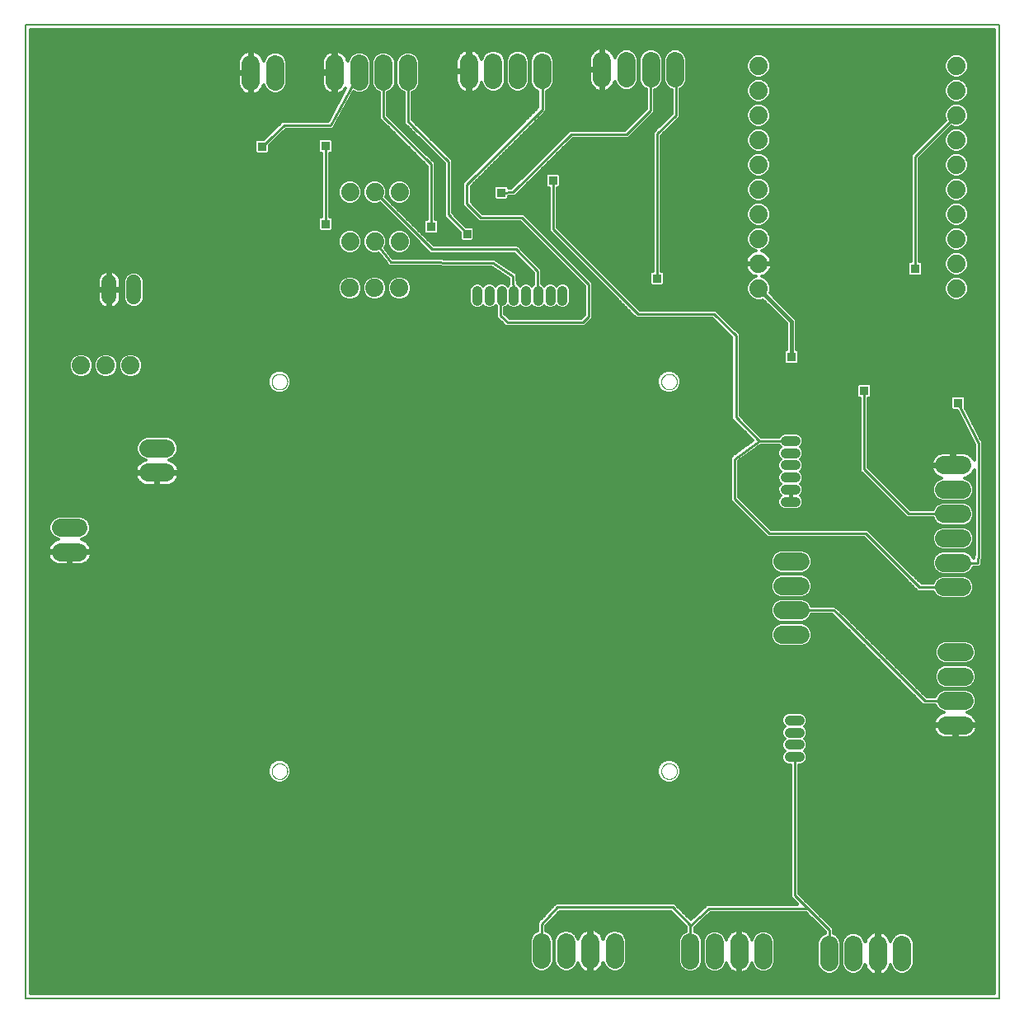
<source format=gbl>
G75*
%MOIN*%
%OFA0B0*%
%FSLAX25Y25*%
%IPPOS*%
%LPD*%
%AMOC8*
5,1,8,0,0,1.08239X$1,22.5*
%
%ADD10C,0.00800*%
%ADD11C,0.00000*%
%ADD12C,0.07205*%
%ADD13C,0.06000*%
%ADD14C,0.03969*%
%ADD15C,0.07400*%
%ADD16R,0.03562X0.03562*%
%ADD17C,0.01000*%
%ADD18C,0.01200*%
%ADD19C,0.01600*%
D10*
X0075655Y0047033D02*
X0469356Y0047033D01*
X0469356Y0440734D01*
X0075655Y0440734D01*
X0075655Y0047033D01*
D11*
X0175261Y0138962D02*
X0175263Y0139074D01*
X0175269Y0139185D01*
X0175279Y0139297D01*
X0175293Y0139408D01*
X0175310Y0139518D01*
X0175332Y0139628D01*
X0175358Y0139737D01*
X0175387Y0139845D01*
X0175420Y0139951D01*
X0175457Y0140057D01*
X0175498Y0140161D01*
X0175543Y0140264D01*
X0175591Y0140365D01*
X0175642Y0140464D01*
X0175697Y0140561D01*
X0175756Y0140656D01*
X0175817Y0140750D01*
X0175882Y0140841D01*
X0175951Y0140929D01*
X0176022Y0141015D01*
X0176096Y0141099D01*
X0176174Y0141179D01*
X0176254Y0141257D01*
X0176337Y0141333D01*
X0176422Y0141405D01*
X0176510Y0141474D01*
X0176600Y0141540D01*
X0176693Y0141602D01*
X0176788Y0141662D01*
X0176885Y0141718D01*
X0176983Y0141770D01*
X0177084Y0141819D01*
X0177186Y0141864D01*
X0177290Y0141906D01*
X0177395Y0141944D01*
X0177502Y0141978D01*
X0177609Y0142008D01*
X0177718Y0142035D01*
X0177827Y0142057D01*
X0177938Y0142076D01*
X0178048Y0142091D01*
X0178160Y0142102D01*
X0178271Y0142109D01*
X0178383Y0142112D01*
X0178495Y0142111D01*
X0178607Y0142106D01*
X0178718Y0142097D01*
X0178829Y0142084D01*
X0178940Y0142067D01*
X0179050Y0142047D01*
X0179159Y0142022D01*
X0179267Y0141994D01*
X0179374Y0141961D01*
X0179480Y0141925D01*
X0179584Y0141885D01*
X0179687Y0141842D01*
X0179789Y0141795D01*
X0179888Y0141744D01*
X0179986Y0141690D01*
X0180082Y0141632D01*
X0180176Y0141571D01*
X0180267Y0141507D01*
X0180356Y0141440D01*
X0180443Y0141369D01*
X0180527Y0141295D01*
X0180609Y0141219D01*
X0180687Y0141139D01*
X0180763Y0141057D01*
X0180836Y0140972D01*
X0180906Y0140885D01*
X0180972Y0140795D01*
X0181036Y0140703D01*
X0181096Y0140609D01*
X0181153Y0140513D01*
X0181206Y0140414D01*
X0181256Y0140314D01*
X0181302Y0140213D01*
X0181345Y0140109D01*
X0181384Y0140004D01*
X0181419Y0139898D01*
X0181450Y0139791D01*
X0181478Y0139682D01*
X0181501Y0139573D01*
X0181521Y0139463D01*
X0181537Y0139352D01*
X0181549Y0139241D01*
X0181557Y0139130D01*
X0181561Y0139018D01*
X0181561Y0138906D01*
X0181557Y0138794D01*
X0181549Y0138683D01*
X0181537Y0138572D01*
X0181521Y0138461D01*
X0181501Y0138351D01*
X0181478Y0138242D01*
X0181450Y0138133D01*
X0181419Y0138026D01*
X0181384Y0137920D01*
X0181345Y0137815D01*
X0181302Y0137711D01*
X0181256Y0137610D01*
X0181206Y0137510D01*
X0181153Y0137411D01*
X0181096Y0137315D01*
X0181036Y0137221D01*
X0180972Y0137129D01*
X0180906Y0137039D01*
X0180836Y0136952D01*
X0180763Y0136867D01*
X0180687Y0136785D01*
X0180609Y0136705D01*
X0180527Y0136629D01*
X0180443Y0136555D01*
X0180356Y0136484D01*
X0180267Y0136417D01*
X0180176Y0136353D01*
X0180082Y0136292D01*
X0179986Y0136234D01*
X0179888Y0136180D01*
X0179789Y0136129D01*
X0179687Y0136082D01*
X0179584Y0136039D01*
X0179480Y0135999D01*
X0179374Y0135963D01*
X0179267Y0135930D01*
X0179159Y0135902D01*
X0179050Y0135877D01*
X0178940Y0135857D01*
X0178829Y0135840D01*
X0178718Y0135827D01*
X0178607Y0135818D01*
X0178495Y0135813D01*
X0178383Y0135812D01*
X0178271Y0135815D01*
X0178160Y0135822D01*
X0178048Y0135833D01*
X0177938Y0135848D01*
X0177827Y0135867D01*
X0177718Y0135889D01*
X0177609Y0135916D01*
X0177502Y0135946D01*
X0177395Y0135980D01*
X0177290Y0136018D01*
X0177186Y0136060D01*
X0177084Y0136105D01*
X0176983Y0136154D01*
X0176885Y0136206D01*
X0176788Y0136262D01*
X0176693Y0136322D01*
X0176600Y0136384D01*
X0176510Y0136450D01*
X0176422Y0136519D01*
X0176337Y0136591D01*
X0176254Y0136667D01*
X0176174Y0136745D01*
X0176096Y0136825D01*
X0176022Y0136909D01*
X0175951Y0136995D01*
X0175882Y0137083D01*
X0175817Y0137174D01*
X0175756Y0137268D01*
X0175697Y0137363D01*
X0175642Y0137460D01*
X0175591Y0137559D01*
X0175543Y0137660D01*
X0175498Y0137763D01*
X0175457Y0137867D01*
X0175420Y0137973D01*
X0175387Y0138079D01*
X0175358Y0138187D01*
X0175332Y0138296D01*
X0175310Y0138406D01*
X0175293Y0138516D01*
X0175279Y0138627D01*
X0175269Y0138739D01*
X0175263Y0138850D01*
X0175261Y0138962D01*
X0332741Y0138962D02*
X0332743Y0139074D01*
X0332749Y0139185D01*
X0332759Y0139297D01*
X0332773Y0139408D01*
X0332790Y0139518D01*
X0332812Y0139628D01*
X0332838Y0139737D01*
X0332867Y0139845D01*
X0332900Y0139951D01*
X0332937Y0140057D01*
X0332978Y0140161D01*
X0333023Y0140264D01*
X0333071Y0140365D01*
X0333122Y0140464D01*
X0333177Y0140561D01*
X0333236Y0140656D01*
X0333297Y0140750D01*
X0333362Y0140841D01*
X0333431Y0140929D01*
X0333502Y0141015D01*
X0333576Y0141099D01*
X0333654Y0141179D01*
X0333734Y0141257D01*
X0333817Y0141333D01*
X0333902Y0141405D01*
X0333990Y0141474D01*
X0334080Y0141540D01*
X0334173Y0141602D01*
X0334268Y0141662D01*
X0334365Y0141718D01*
X0334463Y0141770D01*
X0334564Y0141819D01*
X0334666Y0141864D01*
X0334770Y0141906D01*
X0334875Y0141944D01*
X0334982Y0141978D01*
X0335089Y0142008D01*
X0335198Y0142035D01*
X0335307Y0142057D01*
X0335418Y0142076D01*
X0335528Y0142091D01*
X0335640Y0142102D01*
X0335751Y0142109D01*
X0335863Y0142112D01*
X0335975Y0142111D01*
X0336087Y0142106D01*
X0336198Y0142097D01*
X0336309Y0142084D01*
X0336420Y0142067D01*
X0336530Y0142047D01*
X0336639Y0142022D01*
X0336747Y0141994D01*
X0336854Y0141961D01*
X0336960Y0141925D01*
X0337064Y0141885D01*
X0337167Y0141842D01*
X0337269Y0141795D01*
X0337368Y0141744D01*
X0337466Y0141690D01*
X0337562Y0141632D01*
X0337656Y0141571D01*
X0337747Y0141507D01*
X0337836Y0141440D01*
X0337923Y0141369D01*
X0338007Y0141295D01*
X0338089Y0141219D01*
X0338167Y0141139D01*
X0338243Y0141057D01*
X0338316Y0140972D01*
X0338386Y0140885D01*
X0338452Y0140795D01*
X0338516Y0140703D01*
X0338576Y0140609D01*
X0338633Y0140513D01*
X0338686Y0140414D01*
X0338736Y0140314D01*
X0338782Y0140213D01*
X0338825Y0140109D01*
X0338864Y0140004D01*
X0338899Y0139898D01*
X0338930Y0139791D01*
X0338958Y0139682D01*
X0338981Y0139573D01*
X0339001Y0139463D01*
X0339017Y0139352D01*
X0339029Y0139241D01*
X0339037Y0139130D01*
X0339041Y0139018D01*
X0339041Y0138906D01*
X0339037Y0138794D01*
X0339029Y0138683D01*
X0339017Y0138572D01*
X0339001Y0138461D01*
X0338981Y0138351D01*
X0338958Y0138242D01*
X0338930Y0138133D01*
X0338899Y0138026D01*
X0338864Y0137920D01*
X0338825Y0137815D01*
X0338782Y0137711D01*
X0338736Y0137610D01*
X0338686Y0137510D01*
X0338633Y0137411D01*
X0338576Y0137315D01*
X0338516Y0137221D01*
X0338452Y0137129D01*
X0338386Y0137039D01*
X0338316Y0136952D01*
X0338243Y0136867D01*
X0338167Y0136785D01*
X0338089Y0136705D01*
X0338007Y0136629D01*
X0337923Y0136555D01*
X0337836Y0136484D01*
X0337747Y0136417D01*
X0337656Y0136353D01*
X0337562Y0136292D01*
X0337466Y0136234D01*
X0337368Y0136180D01*
X0337269Y0136129D01*
X0337167Y0136082D01*
X0337064Y0136039D01*
X0336960Y0135999D01*
X0336854Y0135963D01*
X0336747Y0135930D01*
X0336639Y0135902D01*
X0336530Y0135877D01*
X0336420Y0135857D01*
X0336309Y0135840D01*
X0336198Y0135827D01*
X0336087Y0135818D01*
X0335975Y0135813D01*
X0335863Y0135812D01*
X0335751Y0135815D01*
X0335640Y0135822D01*
X0335528Y0135833D01*
X0335418Y0135848D01*
X0335307Y0135867D01*
X0335198Y0135889D01*
X0335089Y0135916D01*
X0334982Y0135946D01*
X0334875Y0135980D01*
X0334770Y0136018D01*
X0334666Y0136060D01*
X0334564Y0136105D01*
X0334463Y0136154D01*
X0334365Y0136206D01*
X0334268Y0136262D01*
X0334173Y0136322D01*
X0334080Y0136384D01*
X0333990Y0136450D01*
X0333902Y0136519D01*
X0333817Y0136591D01*
X0333734Y0136667D01*
X0333654Y0136745D01*
X0333576Y0136825D01*
X0333502Y0136909D01*
X0333431Y0136995D01*
X0333362Y0137083D01*
X0333297Y0137174D01*
X0333236Y0137268D01*
X0333177Y0137363D01*
X0333122Y0137460D01*
X0333071Y0137559D01*
X0333023Y0137660D01*
X0332978Y0137763D01*
X0332937Y0137867D01*
X0332900Y0137973D01*
X0332867Y0138079D01*
X0332838Y0138187D01*
X0332812Y0138296D01*
X0332790Y0138406D01*
X0332773Y0138516D01*
X0332759Y0138627D01*
X0332749Y0138739D01*
X0332743Y0138850D01*
X0332741Y0138962D01*
X0332741Y0296443D02*
X0332743Y0296555D01*
X0332749Y0296666D01*
X0332759Y0296778D01*
X0332773Y0296889D01*
X0332790Y0296999D01*
X0332812Y0297109D01*
X0332838Y0297218D01*
X0332867Y0297326D01*
X0332900Y0297432D01*
X0332937Y0297538D01*
X0332978Y0297642D01*
X0333023Y0297745D01*
X0333071Y0297846D01*
X0333122Y0297945D01*
X0333177Y0298042D01*
X0333236Y0298137D01*
X0333297Y0298231D01*
X0333362Y0298322D01*
X0333431Y0298410D01*
X0333502Y0298496D01*
X0333576Y0298580D01*
X0333654Y0298660D01*
X0333734Y0298738D01*
X0333817Y0298814D01*
X0333902Y0298886D01*
X0333990Y0298955D01*
X0334080Y0299021D01*
X0334173Y0299083D01*
X0334268Y0299143D01*
X0334365Y0299199D01*
X0334463Y0299251D01*
X0334564Y0299300D01*
X0334666Y0299345D01*
X0334770Y0299387D01*
X0334875Y0299425D01*
X0334982Y0299459D01*
X0335089Y0299489D01*
X0335198Y0299516D01*
X0335307Y0299538D01*
X0335418Y0299557D01*
X0335528Y0299572D01*
X0335640Y0299583D01*
X0335751Y0299590D01*
X0335863Y0299593D01*
X0335975Y0299592D01*
X0336087Y0299587D01*
X0336198Y0299578D01*
X0336309Y0299565D01*
X0336420Y0299548D01*
X0336530Y0299528D01*
X0336639Y0299503D01*
X0336747Y0299475D01*
X0336854Y0299442D01*
X0336960Y0299406D01*
X0337064Y0299366D01*
X0337167Y0299323D01*
X0337269Y0299276D01*
X0337368Y0299225D01*
X0337466Y0299171D01*
X0337562Y0299113D01*
X0337656Y0299052D01*
X0337747Y0298988D01*
X0337836Y0298921D01*
X0337923Y0298850D01*
X0338007Y0298776D01*
X0338089Y0298700D01*
X0338167Y0298620D01*
X0338243Y0298538D01*
X0338316Y0298453D01*
X0338386Y0298366D01*
X0338452Y0298276D01*
X0338516Y0298184D01*
X0338576Y0298090D01*
X0338633Y0297994D01*
X0338686Y0297895D01*
X0338736Y0297795D01*
X0338782Y0297694D01*
X0338825Y0297590D01*
X0338864Y0297485D01*
X0338899Y0297379D01*
X0338930Y0297272D01*
X0338958Y0297163D01*
X0338981Y0297054D01*
X0339001Y0296944D01*
X0339017Y0296833D01*
X0339029Y0296722D01*
X0339037Y0296611D01*
X0339041Y0296499D01*
X0339041Y0296387D01*
X0339037Y0296275D01*
X0339029Y0296164D01*
X0339017Y0296053D01*
X0339001Y0295942D01*
X0338981Y0295832D01*
X0338958Y0295723D01*
X0338930Y0295614D01*
X0338899Y0295507D01*
X0338864Y0295401D01*
X0338825Y0295296D01*
X0338782Y0295192D01*
X0338736Y0295091D01*
X0338686Y0294991D01*
X0338633Y0294892D01*
X0338576Y0294796D01*
X0338516Y0294702D01*
X0338452Y0294610D01*
X0338386Y0294520D01*
X0338316Y0294433D01*
X0338243Y0294348D01*
X0338167Y0294266D01*
X0338089Y0294186D01*
X0338007Y0294110D01*
X0337923Y0294036D01*
X0337836Y0293965D01*
X0337747Y0293898D01*
X0337656Y0293834D01*
X0337562Y0293773D01*
X0337466Y0293715D01*
X0337368Y0293661D01*
X0337269Y0293610D01*
X0337167Y0293563D01*
X0337064Y0293520D01*
X0336960Y0293480D01*
X0336854Y0293444D01*
X0336747Y0293411D01*
X0336639Y0293383D01*
X0336530Y0293358D01*
X0336420Y0293338D01*
X0336309Y0293321D01*
X0336198Y0293308D01*
X0336087Y0293299D01*
X0335975Y0293294D01*
X0335863Y0293293D01*
X0335751Y0293296D01*
X0335640Y0293303D01*
X0335528Y0293314D01*
X0335418Y0293329D01*
X0335307Y0293348D01*
X0335198Y0293370D01*
X0335089Y0293397D01*
X0334982Y0293427D01*
X0334875Y0293461D01*
X0334770Y0293499D01*
X0334666Y0293541D01*
X0334564Y0293586D01*
X0334463Y0293635D01*
X0334365Y0293687D01*
X0334268Y0293743D01*
X0334173Y0293803D01*
X0334080Y0293865D01*
X0333990Y0293931D01*
X0333902Y0294000D01*
X0333817Y0294072D01*
X0333734Y0294148D01*
X0333654Y0294226D01*
X0333576Y0294306D01*
X0333502Y0294390D01*
X0333431Y0294476D01*
X0333362Y0294564D01*
X0333297Y0294655D01*
X0333236Y0294749D01*
X0333177Y0294844D01*
X0333122Y0294941D01*
X0333071Y0295040D01*
X0333023Y0295141D01*
X0332978Y0295244D01*
X0332937Y0295348D01*
X0332900Y0295454D01*
X0332867Y0295560D01*
X0332838Y0295668D01*
X0332812Y0295777D01*
X0332790Y0295887D01*
X0332773Y0295997D01*
X0332759Y0296108D01*
X0332749Y0296220D01*
X0332743Y0296331D01*
X0332741Y0296443D01*
X0175261Y0296443D02*
X0175263Y0296555D01*
X0175269Y0296666D01*
X0175279Y0296778D01*
X0175293Y0296889D01*
X0175310Y0296999D01*
X0175332Y0297109D01*
X0175358Y0297218D01*
X0175387Y0297326D01*
X0175420Y0297432D01*
X0175457Y0297538D01*
X0175498Y0297642D01*
X0175543Y0297745D01*
X0175591Y0297846D01*
X0175642Y0297945D01*
X0175697Y0298042D01*
X0175756Y0298137D01*
X0175817Y0298231D01*
X0175882Y0298322D01*
X0175951Y0298410D01*
X0176022Y0298496D01*
X0176096Y0298580D01*
X0176174Y0298660D01*
X0176254Y0298738D01*
X0176337Y0298814D01*
X0176422Y0298886D01*
X0176510Y0298955D01*
X0176600Y0299021D01*
X0176693Y0299083D01*
X0176788Y0299143D01*
X0176885Y0299199D01*
X0176983Y0299251D01*
X0177084Y0299300D01*
X0177186Y0299345D01*
X0177290Y0299387D01*
X0177395Y0299425D01*
X0177502Y0299459D01*
X0177609Y0299489D01*
X0177718Y0299516D01*
X0177827Y0299538D01*
X0177938Y0299557D01*
X0178048Y0299572D01*
X0178160Y0299583D01*
X0178271Y0299590D01*
X0178383Y0299593D01*
X0178495Y0299592D01*
X0178607Y0299587D01*
X0178718Y0299578D01*
X0178829Y0299565D01*
X0178940Y0299548D01*
X0179050Y0299528D01*
X0179159Y0299503D01*
X0179267Y0299475D01*
X0179374Y0299442D01*
X0179480Y0299406D01*
X0179584Y0299366D01*
X0179687Y0299323D01*
X0179789Y0299276D01*
X0179888Y0299225D01*
X0179986Y0299171D01*
X0180082Y0299113D01*
X0180176Y0299052D01*
X0180267Y0298988D01*
X0180356Y0298921D01*
X0180443Y0298850D01*
X0180527Y0298776D01*
X0180609Y0298700D01*
X0180687Y0298620D01*
X0180763Y0298538D01*
X0180836Y0298453D01*
X0180906Y0298366D01*
X0180972Y0298276D01*
X0181036Y0298184D01*
X0181096Y0298090D01*
X0181153Y0297994D01*
X0181206Y0297895D01*
X0181256Y0297795D01*
X0181302Y0297694D01*
X0181345Y0297590D01*
X0181384Y0297485D01*
X0181419Y0297379D01*
X0181450Y0297272D01*
X0181478Y0297163D01*
X0181501Y0297054D01*
X0181521Y0296944D01*
X0181537Y0296833D01*
X0181549Y0296722D01*
X0181557Y0296611D01*
X0181561Y0296499D01*
X0181561Y0296387D01*
X0181557Y0296275D01*
X0181549Y0296164D01*
X0181537Y0296053D01*
X0181521Y0295942D01*
X0181501Y0295832D01*
X0181478Y0295723D01*
X0181450Y0295614D01*
X0181419Y0295507D01*
X0181384Y0295401D01*
X0181345Y0295296D01*
X0181302Y0295192D01*
X0181256Y0295091D01*
X0181206Y0294991D01*
X0181153Y0294892D01*
X0181096Y0294796D01*
X0181036Y0294702D01*
X0180972Y0294610D01*
X0180906Y0294520D01*
X0180836Y0294433D01*
X0180763Y0294348D01*
X0180687Y0294266D01*
X0180609Y0294186D01*
X0180527Y0294110D01*
X0180443Y0294036D01*
X0180356Y0293965D01*
X0180267Y0293898D01*
X0180176Y0293834D01*
X0180082Y0293773D01*
X0179986Y0293715D01*
X0179888Y0293661D01*
X0179789Y0293610D01*
X0179687Y0293563D01*
X0179584Y0293520D01*
X0179480Y0293480D01*
X0179374Y0293444D01*
X0179267Y0293411D01*
X0179159Y0293383D01*
X0179050Y0293358D01*
X0178940Y0293338D01*
X0178829Y0293321D01*
X0178718Y0293308D01*
X0178607Y0293299D01*
X0178495Y0293294D01*
X0178383Y0293293D01*
X0178271Y0293296D01*
X0178160Y0293303D01*
X0178048Y0293314D01*
X0177938Y0293329D01*
X0177827Y0293348D01*
X0177718Y0293370D01*
X0177609Y0293397D01*
X0177502Y0293427D01*
X0177395Y0293461D01*
X0177290Y0293499D01*
X0177186Y0293541D01*
X0177084Y0293586D01*
X0176983Y0293635D01*
X0176885Y0293687D01*
X0176788Y0293743D01*
X0176693Y0293803D01*
X0176600Y0293865D01*
X0176510Y0293931D01*
X0176422Y0294000D01*
X0176337Y0294072D01*
X0176254Y0294148D01*
X0176174Y0294226D01*
X0176096Y0294306D01*
X0176022Y0294390D01*
X0175951Y0294476D01*
X0175882Y0294564D01*
X0175817Y0294655D01*
X0175756Y0294749D01*
X0175697Y0294844D01*
X0175642Y0294941D01*
X0175591Y0295040D01*
X0175543Y0295141D01*
X0175498Y0295244D01*
X0175457Y0295348D01*
X0175420Y0295454D01*
X0175387Y0295560D01*
X0175358Y0295668D01*
X0175332Y0295777D01*
X0175310Y0295887D01*
X0175293Y0295997D01*
X0175279Y0296108D01*
X0175269Y0296220D01*
X0175263Y0296331D01*
X0175261Y0296443D01*
D12*
X0132525Y0269474D02*
X0125320Y0269474D01*
X0125320Y0259631D02*
X0132525Y0259631D01*
X0097210Y0237387D02*
X0090006Y0237387D01*
X0090006Y0227545D02*
X0097210Y0227545D01*
X0284435Y0069887D02*
X0284435Y0062683D01*
X0294277Y0062683D02*
X0294277Y0069887D01*
X0304120Y0069887D02*
X0304120Y0062683D01*
X0313962Y0062683D02*
X0313962Y0069887D01*
X0344553Y0069769D02*
X0344553Y0062565D01*
X0354395Y0062565D02*
X0354395Y0069769D01*
X0364238Y0069769D02*
X0364238Y0062565D01*
X0374080Y0062565D02*
X0374080Y0069769D01*
X0400616Y0068903D02*
X0400616Y0061698D01*
X0410458Y0061698D02*
X0410458Y0068903D01*
X0420301Y0068903D02*
X0420301Y0061698D01*
X0430143Y0061698D02*
X0430143Y0068903D01*
X0448037Y0157545D02*
X0455242Y0157545D01*
X0455242Y0167387D02*
X0448037Y0167387D01*
X0448037Y0177230D02*
X0455242Y0177230D01*
X0455242Y0187072D02*
X0448037Y0187072D01*
X0447210Y0213411D02*
X0454415Y0213411D01*
X0454415Y0223254D02*
X0447210Y0223254D01*
X0447210Y0233096D02*
X0454415Y0233096D01*
X0454415Y0242939D02*
X0447210Y0242939D01*
X0447210Y0252781D02*
X0454415Y0252781D01*
X0454415Y0262624D02*
X0447210Y0262624D01*
X0388903Y0223687D02*
X0381698Y0223687D01*
X0381698Y0213844D02*
X0388903Y0213844D01*
X0388903Y0204002D02*
X0381698Y0204002D01*
X0381698Y0194159D02*
X0388903Y0194159D01*
X0230340Y0417860D02*
X0230340Y0425065D01*
X0220498Y0425065D02*
X0220498Y0417860D01*
X0210655Y0417860D02*
X0210655Y0425065D01*
X0200813Y0425065D02*
X0200813Y0417860D01*
X0176718Y0417683D02*
X0176718Y0424887D01*
X0166876Y0424887D02*
X0166876Y0417683D01*
X0255045Y0418372D02*
X0255045Y0425576D01*
X0264887Y0425576D02*
X0264887Y0418372D01*
X0274730Y0418372D02*
X0274730Y0425576D01*
X0284572Y0425576D02*
X0284572Y0418372D01*
X0308883Y0419002D02*
X0308883Y0426206D01*
X0318726Y0426206D02*
X0318726Y0419002D01*
X0328569Y0419002D02*
X0328569Y0426206D01*
X0338411Y0426206D02*
X0338411Y0419002D01*
D13*
X0119494Y0336628D02*
X0119494Y0330628D01*
X0109494Y0330628D02*
X0109494Y0336628D01*
D14*
X0258391Y0333191D02*
X0258391Y0329222D01*
X0263313Y0329222D02*
X0263313Y0333191D01*
X0268234Y0333191D02*
X0268234Y0329222D01*
X0273155Y0329222D02*
X0273155Y0333191D01*
X0278076Y0333191D02*
X0278076Y0329222D01*
X0282998Y0329222D02*
X0282998Y0333191D01*
X0287919Y0333191D02*
X0287919Y0329222D01*
X0292840Y0329222D02*
X0292840Y0333191D01*
X0383041Y0272486D02*
X0387009Y0272486D01*
X0387009Y0267565D02*
X0383041Y0267565D01*
X0383041Y0262643D02*
X0387009Y0262643D01*
X0387009Y0257722D02*
X0383041Y0257722D01*
X0383041Y0252801D02*
X0387009Y0252801D01*
X0387009Y0247880D02*
X0383041Y0247880D01*
X0384616Y0159474D02*
X0388584Y0159474D01*
X0388584Y0154553D02*
X0384616Y0154553D01*
X0384616Y0149631D02*
X0388584Y0149631D01*
X0388584Y0144710D02*
X0384616Y0144710D01*
D15*
X0372072Y0334120D03*
X0372072Y0344120D03*
X0372072Y0354120D03*
X0372072Y0364120D03*
X0372072Y0374120D03*
X0372072Y0384120D03*
X0372072Y0394120D03*
X0372072Y0404120D03*
X0372072Y0414120D03*
X0372072Y0424120D03*
X0452072Y0424120D03*
X0452072Y0414120D03*
X0452072Y0404120D03*
X0452072Y0394120D03*
X0452072Y0384120D03*
X0452072Y0374120D03*
X0452072Y0364120D03*
X0452072Y0354120D03*
X0452072Y0344120D03*
X0452072Y0334120D03*
X0226876Y0334317D03*
X0216876Y0334317D03*
X0206876Y0334317D03*
X0206915Y0353096D03*
X0216915Y0353096D03*
X0226915Y0353096D03*
X0226915Y0373096D03*
X0216915Y0373096D03*
X0206915Y0373096D03*
X0118214Y0303017D03*
X0108214Y0303017D03*
X0098214Y0303017D03*
D16*
X0145419Y0379159D03*
X0171403Y0391561D03*
X0187348Y0370576D03*
X0197033Y0360222D03*
X0196954Y0391876D03*
X0239750Y0359120D03*
X0254238Y0356246D03*
X0268017Y0372899D03*
X0288962Y0377860D03*
X0331088Y0338214D03*
X0385419Y0306521D03*
X0414750Y0292702D03*
X0452781Y0287899D03*
X0435498Y0342072D03*
D17*
X0435498Y0387545D01*
X0452072Y0404120D01*
X0362899Y0314986D02*
X0362899Y0282072D01*
X0372486Y0272486D01*
X0362427Y0265261D01*
X0362427Y0249120D01*
X0376403Y0235143D01*
X0415340Y0235143D01*
X0437191Y0213293D01*
X0450694Y0213293D01*
X0450813Y0223254D02*
X0460852Y0223254D01*
X0460931Y0226954D01*
X0460931Y0271600D01*
X0452781Y0287899D01*
X0414750Y0292702D02*
X0414710Y0261128D01*
X0432663Y0243175D01*
X0450576Y0242978D01*
X0450813Y0242939D01*
X0404277Y0202348D02*
X0402309Y0204041D01*
X0385301Y0204002D01*
X0404277Y0202348D02*
X0439238Y0167387D01*
X0451639Y0167387D01*
X0386639Y0149671D02*
X0386600Y0149631D01*
X0386600Y0144710D02*
X0386600Y0088765D01*
X0391954Y0083411D01*
X0351994Y0083411D01*
X0344553Y0076521D01*
X0344553Y0066167D01*
X0344553Y0076679D01*
X0337269Y0083962D01*
X0290852Y0083962D01*
X0284435Y0077112D01*
X0284435Y0066285D01*
X0391954Y0083411D02*
X0392742Y0082624D01*
X0400616Y0074750D01*
X0400616Y0065301D01*
X0385025Y0272486D02*
X0372486Y0272486D01*
X0362899Y0314986D02*
X0354002Y0323883D01*
X0323254Y0323883D01*
X0288962Y0358175D01*
X0288962Y0377860D01*
X0272860Y0373057D02*
X0296285Y0396482D01*
X0318844Y0396482D01*
X0328332Y0405970D01*
X0328332Y0422368D01*
X0328569Y0422604D01*
X0338411Y0422604D02*
X0338765Y0422250D01*
X0338765Y0404159D01*
X0331088Y0396639D01*
X0331088Y0338214D01*
X0303332Y0335852D02*
X0303332Y0322742D01*
X0300970Y0320380D01*
X0270576Y0320380D01*
X0267702Y0323254D01*
X0267702Y0330675D01*
X0268234Y0331206D01*
X0272978Y0332053D02*
X0272820Y0338962D01*
X0264750Y0344553D01*
X0223372Y0344868D01*
X0216954Y0353096D01*
X0216915Y0353096D01*
X0197033Y0360222D02*
X0196954Y0362978D01*
X0196954Y0391876D01*
X0198903Y0400104D02*
X0210655Y0421462D01*
X0220498Y0421462D02*
X0220498Y0403529D01*
X0239750Y0384277D01*
X0239750Y0359120D01*
X0246718Y0364002D02*
X0246718Y0385340D01*
X0232506Y0399553D01*
X0230340Y0401777D01*
X0230340Y0421462D01*
X0198903Y0400104D02*
X0180340Y0400104D01*
X0175143Y0395183D01*
X0171403Y0391561D01*
X0187348Y0370576D02*
X0187348Y0364828D01*
X0187427Y0367151D01*
X0216915Y0373017D02*
X0239986Y0349946D01*
X0273962Y0349946D01*
X0282781Y0341128D01*
X0282781Y0331423D01*
X0282998Y0331206D01*
X0273155Y0331206D02*
X0272978Y0332053D01*
X0254238Y0356246D02*
X0246718Y0364002D01*
X0254198Y0368332D02*
X0259631Y0362899D01*
X0276285Y0362899D01*
X0303332Y0335852D01*
X0272860Y0373057D02*
X0268017Y0372899D01*
X0254198Y0376206D02*
X0254198Y0368332D01*
X0254198Y0376206D02*
X0284572Y0406580D01*
X0284572Y0421974D01*
X0216915Y0373096D02*
X0216915Y0373017D01*
X0145419Y0379159D02*
X0141482Y0379159D01*
D18*
X0168422Y0389282D02*
X0169125Y0388580D01*
X0173681Y0388580D01*
X0174384Y0389282D01*
X0174384Y0392081D01*
X0176319Y0393955D01*
X0181017Y0398404D01*
X0198466Y0398404D01*
X0198701Y0398275D01*
X0199145Y0398404D01*
X0199607Y0398404D01*
X0199796Y0398593D01*
X0200053Y0398667D01*
X0200276Y0399073D01*
X0200603Y0399400D01*
X0200603Y0399667D01*
X0208292Y0413641D01*
X0209700Y0413057D01*
X0211610Y0413057D01*
X0213375Y0413789D01*
X0214726Y0415140D01*
X0215457Y0416905D01*
X0215457Y0426020D01*
X0214726Y0427785D01*
X0213375Y0429136D01*
X0211610Y0429867D01*
X0209700Y0429867D01*
X0207935Y0429136D01*
X0206584Y0427785D01*
X0205908Y0426152D01*
X0205887Y0426283D01*
X0205634Y0427062D01*
X0205262Y0427791D01*
X0204781Y0428454D01*
X0204202Y0429033D01*
X0203539Y0429514D01*
X0202810Y0429886D01*
X0202031Y0430139D01*
X0201413Y0430237D01*
X0201413Y0422062D01*
X0200213Y0422062D01*
X0200213Y0430237D01*
X0199594Y0430139D01*
X0198816Y0429886D01*
X0198086Y0429514D01*
X0197423Y0429033D01*
X0196844Y0428454D01*
X0196363Y0427791D01*
X0195991Y0427062D01*
X0195738Y0426283D01*
X0195610Y0425474D01*
X0195610Y0422062D01*
X0200213Y0422062D01*
X0200213Y0420862D01*
X0201413Y0420862D01*
X0201413Y0412688D01*
X0202031Y0412786D01*
X0202810Y0413039D01*
X0203539Y0413410D01*
X0204202Y0413892D01*
X0204781Y0414471D01*
X0205140Y0414965D01*
X0197898Y0401804D01*
X0180363Y0401804D01*
X0179683Y0401822D01*
X0179663Y0401804D01*
X0179636Y0401804D01*
X0179154Y0401322D01*
X0174478Y0396894D01*
X0174466Y0396894D01*
X0173968Y0396411D01*
X0173463Y0395933D01*
X0173463Y0395922D01*
X0172038Y0394542D01*
X0169125Y0394542D01*
X0168422Y0393839D01*
X0168422Y0389282D01*
X0168422Y0389807D02*
X0077655Y0389807D01*
X0077655Y0388609D02*
X0169096Y0388609D01*
X0168422Y0391006D02*
X0077655Y0391006D01*
X0077655Y0392204D02*
X0168422Y0392204D01*
X0168422Y0393403D02*
X0077655Y0393403D01*
X0077655Y0394601D02*
X0172099Y0394601D01*
X0173337Y0395800D02*
X0077655Y0395800D01*
X0077655Y0396998D02*
X0174588Y0396998D01*
X0175854Y0398197D02*
X0077655Y0398197D01*
X0077655Y0399395D02*
X0177120Y0399395D01*
X0178385Y0400594D02*
X0077655Y0400594D01*
X0077655Y0401792D02*
X0179624Y0401792D01*
X0180799Y0398197D02*
X0223426Y0398197D01*
X0224624Y0396998D02*
X0179533Y0396998D01*
X0178267Y0395800D02*
X0225823Y0395800D01*
X0227021Y0394601D02*
X0199488Y0394601D01*
X0199232Y0394857D02*
X0194676Y0394857D01*
X0193973Y0394154D01*
X0193973Y0389597D01*
X0194676Y0388894D01*
X0195254Y0388894D01*
X0195254Y0363654D01*
X0195235Y0363633D01*
X0195247Y0363203D01*
X0194755Y0363203D01*
X0194052Y0362500D01*
X0194052Y0357944D01*
X0194755Y0357241D01*
X0199311Y0357241D01*
X0200014Y0357944D01*
X0200014Y0362500D01*
X0199311Y0363203D01*
X0198654Y0363203D01*
X0198654Y0388894D01*
X0199232Y0388894D01*
X0199935Y0389597D01*
X0199935Y0394154D01*
X0199232Y0394857D01*
X0199935Y0393403D02*
X0228220Y0393403D01*
X0229418Y0392204D02*
X0199935Y0392204D01*
X0199935Y0391006D02*
X0230617Y0391006D01*
X0231815Y0389807D02*
X0199935Y0389807D01*
X0198654Y0388609D02*
X0233014Y0388609D01*
X0234212Y0387410D02*
X0198654Y0387410D01*
X0198654Y0386212D02*
X0235411Y0386212D01*
X0236609Y0385013D02*
X0198654Y0385013D01*
X0198654Y0383815D02*
X0237808Y0383815D01*
X0238050Y0383573D02*
X0238050Y0362101D01*
X0237471Y0362101D01*
X0236769Y0361398D01*
X0236769Y0356842D01*
X0237471Y0356139D01*
X0242028Y0356139D01*
X0242731Y0356842D01*
X0242731Y0361398D01*
X0242028Y0362101D01*
X0241450Y0362101D01*
X0241450Y0384981D01*
X0222198Y0404233D01*
X0222198Y0413366D01*
X0223218Y0413789D01*
X0224569Y0415140D01*
X0225300Y0416905D01*
X0225300Y0426020D01*
X0224569Y0427785D01*
X0223218Y0429136D01*
X0221453Y0429867D01*
X0219542Y0429867D01*
X0217777Y0429136D01*
X0216426Y0427785D01*
X0215695Y0426020D01*
X0215695Y0416905D01*
X0216426Y0415140D01*
X0217777Y0413789D01*
X0218798Y0413366D01*
X0218798Y0402825D01*
X0219793Y0401829D01*
X0238050Y0383573D01*
X0238050Y0382616D02*
X0198654Y0382616D01*
X0198654Y0381418D02*
X0238050Y0381418D01*
X0238050Y0380219D02*
X0198654Y0380219D01*
X0198654Y0379021D02*
X0238050Y0379021D01*
X0238050Y0377822D02*
X0228309Y0377822D01*
X0227890Y0377996D02*
X0229691Y0377250D01*
X0231069Y0375872D01*
X0231815Y0374071D01*
X0231815Y0372121D01*
X0231069Y0370320D01*
X0229691Y0368942D01*
X0227890Y0368196D01*
X0225940Y0368196D01*
X0224139Y0368942D01*
X0222761Y0370320D01*
X0222015Y0372121D01*
X0222015Y0374071D01*
X0222761Y0375872D01*
X0224139Y0377250D01*
X0225940Y0377996D01*
X0227890Y0377996D01*
X0225521Y0377822D02*
X0218309Y0377822D01*
X0217890Y0377996D02*
X0215940Y0377996D01*
X0214139Y0377250D01*
X0212761Y0375872D01*
X0212015Y0374071D01*
X0212015Y0372121D01*
X0212761Y0370320D01*
X0214139Y0368942D01*
X0215940Y0368196D01*
X0217890Y0368196D01*
X0218910Y0368619D01*
X0238286Y0349242D01*
X0239282Y0348246D01*
X0273258Y0348246D01*
X0281081Y0340423D01*
X0281081Y0335777D01*
X0280537Y0335233D01*
X0279880Y0335890D01*
X0278710Y0336375D01*
X0277443Y0336375D01*
X0276273Y0335890D01*
X0275616Y0335233D01*
X0274959Y0335890D01*
X0274587Y0336044D01*
X0274533Y0338448D01*
X0274619Y0338573D01*
X0274517Y0339134D01*
X0274504Y0339705D01*
X0274394Y0339810D01*
X0274367Y0339959D01*
X0273898Y0340284D01*
X0273486Y0340678D01*
X0273334Y0340674D01*
X0265849Y0345859D01*
X0265467Y0346247D01*
X0265287Y0346249D01*
X0265139Y0346351D01*
X0264603Y0346254D01*
X0224207Y0346561D01*
X0221140Y0350493D01*
X0221815Y0352121D01*
X0221815Y0354071D01*
X0221069Y0355872D01*
X0219691Y0357250D01*
X0217890Y0357996D01*
X0215940Y0357996D01*
X0214139Y0357250D01*
X0212761Y0355872D01*
X0212015Y0354071D01*
X0212015Y0352121D01*
X0212761Y0350320D01*
X0214139Y0348942D01*
X0215940Y0348196D01*
X0217890Y0348196D01*
X0218442Y0348425D01*
X0221667Y0344289D01*
X0221666Y0344177D01*
X0222092Y0343745D01*
X0222464Y0343267D01*
X0222576Y0343253D01*
X0222655Y0343173D01*
X0223260Y0343169D01*
X0223862Y0343094D01*
X0223950Y0343163D01*
X0264213Y0342857D01*
X0271141Y0338058D01*
X0271194Y0335732D01*
X0270694Y0335233D01*
X0270038Y0335890D01*
X0268867Y0336375D01*
X0267600Y0336375D01*
X0266430Y0335890D01*
X0265773Y0335233D01*
X0265116Y0335890D01*
X0263946Y0336375D01*
X0262679Y0336375D01*
X0261509Y0335890D01*
X0260852Y0335233D01*
X0260195Y0335890D01*
X0259025Y0336375D01*
X0257758Y0336375D01*
X0256588Y0335890D01*
X0255692Y0334994D01*
X0255207Y0333824D01*
X0255207Y0328589D01*
X0255692Y0327418D01*
X0256588Y0326523D01*
X0257758Y0326038D01*
X0259025Y0326038D01*
X0260195Y0326523D01*
X0260852Y0327179D01*
X0261509Y0326523D01*
X0262679Y0326038D01*
X0263946Y0326038D01*
X0265116Y0326523D01*
X0265773Y0327179D01*
X0266002Y0326950D01*
X0266002Y0322549D01*
X0266998Y0321554D01*
X0269872Y0318680D01*
X0301674Y0318680D01*
X0305032Y0322038D01*
X0305032Y0336556D01*
X0304036Y0337552D01*
X0276989Y0364599D01*
X0260336Y0364599D01*
X0255898Y0369036D01*
X0255898Y0375502D01*
X0286272Y0405876D01*
X0286272Y0413878D01*
X0287293Y0414300D01*
X0288644Y0415651D01*
X0289375Y0417416D01*
X0289375Y0426532D01*
X0288644Y0428297D01*
X0287293Y0429648D01*
X0285528Y0430379D01*
X0283617Y0430379D01*
X0281852Y0429648D01*
X0280501Y0428297D01*
X0279770Y0426532D01*
X0279770Y0417416D01*
X0280501Y0415651D01*
X0281852Y0414300D01*
X0282872Y0413878D01*
X0282872Y0407284D01*
X0253494Y0377906D01*
X0252498Y0376910D01*
X0252498Y0367628D01*
X0257931Y0362195D01*
X0258927Y0361199D01*
X0275581Y0361199D01*
X0301632Y0335148D01*
X0301632Y0323446D01*
X0300266Y0322080D01*
X0271281Y0322080D01*
X0269402Y0323958D01*
X0269402Y0326259D01*
X0270038Y0326523D01*
X0270694Y0327179D01*
X0271351Y0326523D01*
X0272522Y0326038D01*
X0273789Y0326038D01*
X0274959Y0326523D01*
X0275616Y0327179D01*
X0276273Y0326523D01*
X0277443Y0326038D01*
X0278710Y0326038D01*
X0279880Y0326523D01*
X0280537Y0327179D01*
X0281194Y0326523D01*
X0282364Y0326038D01*
X0283631Y0326038D01*
X0284801Y0326523D01*
X0285458Y0327179D01*
X0286115Y0326523D01*
X0287285Y0326038D01*
X0288552Y0326038D01*
X0289723Y0326523D01*
X0290380Y0327179D01*
X0291036Y0326523D01*
X0292207Y0326038D01*
X0293474Y0326038D01*
X0294644Y0326523D01*
X0295540Y0327418D01*
X0296024Y0328589D01*
X0296024Y0333824D01*
X0295540Y0334994D01*
X0294644Y0335890D01*
X0293474Y0336375D01*
X0292207Y0336375D01*
X0291036Y0335890D01*
X0290380Y0335233D01*
X0289723Y0335890D01*
X0288552Y0336375D01*
X0287285Y0336375D01*
X0286115Y0335890D01*
X0285458Y0335233D01*
X0284801Y0335890D01*
X0284481Y0336023D01*
X0284481Y0341832D01*
X0283485Y0342828D01*
X0274666Y0351646D01*
X0240690Y0351646D01*
X0221346Y0370990D01*
X0221815Y0372121D01*
X0221815Y0374071D01*
X0221069Y0375872D01*
X0219691Y0377250D01*
X0217890Y0377996D01*
X0215521Y0377822D02*
X0208309Y0377822D01*
X0207890Y0377996D02*
X0205940Y0377996D01*
X0204139Y0377250D01*
X0202761Y0375872D01*
X0202015Y0374071D01*
X0202015Y0372121D01*
X0202761Y0370320D01*
X0204139Y0368942D01*
X0205940Y0368196D01*
X0207890Y0368196D01*
X0209691Y0368942D01*
X0211069Y0370320D01*
X0211815Y0372121D01*
X0211815Y0374071D01*
X0211069Y0375872D01*
X0209691Y0377250D01*
X0207890Y0377996D01*
X0205521Y0377822D02*
X0198654Y0377822D01*
X0198654Y0376624D02*
X0203513Y0376624D01*
X0202576Y0375425D02*
X0198654Y0375425D01*
X0198654Y0374227D02*
X0202080Y0374227D01*
X0202015Y0373028D02*
X0198654Y0373028D01*
X0198654Y0371830D02*
X0202136Y0371830D01*
X0202632Y0370631D02*
X0198654Y0370631D01*
X0198654Y0369433D02*
X0203649Y0369433D01*
X0205848Y0368234D02*
X0198654Y0368234D01*
X0198654Y0367036D02*
X0220493Y0367036D01*
X0221691Y0365837D02*
X0198654Y0365837D01*
X0198654Y0364639D02*
X0222890Y0364639D01*
X0224088Y0363440D02*
X0198654Y0363440D01*
X0200014Y0362242D02*
X0225287Y0362242D01*
X0226485Y0361043D02*
X0200014Y0361043D01*
X0200014Y0359845D02*
X0227684Y0359845D01*
X0228882Y0358646D02*
X0200014Y0358646D01*
X0199518Y0357448D02*
X0204616Y0357448D01*
X0204139Y0357250D02*
X0202761Y0355872D01*
X0202015Y0354071D01*
X0202015Y0352121D01*
X0202761Y0350320D01*
X0204139Y0348942D01*
X0205940Y0348196D01*
X0207890Y0348196D01*
X0209691Y0348942D01*
X0211069Y0350320D01*
X0211815Y0352121D01*
X0211815Y0354071D01*
X0211069Y0355872D01*
X0209691Y0357250D01*
X0207890Y0357996D01*
X0205940Y0357996D01*
X0204139Y0357250D01*
X0203138Y0356249D02*
X0077655Y0356249D01*
X0077655Y0357448D02*
X0194548Y0357448D01*
X0194052Y0358646D02*
X0077655Y0358646D01*
X0077655Y0359845D02*
X0194052Y0359845D01*
X0194052Y0361043D02*
X0077655Y0361043D01*
X0077655Y0362242D02*
X0194052Y0362242D01*
X0195240Y0363440D02*
X0077655Y0363440D01*
X0077655Y0364639D02*
X0195254Y0364639D01*
X0195254Y0365837D02*
X0077655Y0365837D01*
X0077655Y0367036D02*
X0195254Y0367036D01*
X0195254Y0368234D02*
X0077655Y0368234D01*
X0077655Y0369433D02*
X0195254Y0369433D01*
X0195254Y0370631D02*
X0077655Y0370631D01*
X0077655Y0371830D02*
X0195254Y0371830D01*
X0195254Y0373028D02*
X0077655Y0373028D01*
X0077655Y0374227D02*
X0195254Y0374227D01*
X0195254Y0375425D02*
X0077655Y0375425D01*
X0077655Y0376624D02*
X0195254Y0376624D01*
X0195254Y0377822D02*
X0077655Y0377822D01*
X0077655Y0379021D02*
X0195254Y0379021D01*
X0195254Y0380219D02*
X0077655Y0380219D01*
X0077655Y0381418D02*
X0195254Y0381418D01*
X0195254Y0382616D02*
X0077655Y0382616D01*
X0077655Y0383815D02*
X0195254Y0383815D01*
X0195254Y0385013D02*
X0077655Y0385013D01*
X0077655Y0386212D02*
X0195254Y0386212D01*
X0195254Y0387410D02*
X0077655Y0387410D01*
X0077655Y0402991D02*
X0198551Y0402991D01*
X0199211Y0404189D02*
X0077655Y0404189D01*
X0077655Y0405388D02*
X0199870Y0405388D01*
X0200530Y0406586D02*
X0077655Y0406586D01*
X0077655Y0407785D02*
X0201189Y0407785D01*
X0201849Y0408983D02*
X0077655Y0408983D01*
X0077655Y0410182D02*
X0202508Y0410182D01*
X0203168Y0411381D02*
X0077655Y0411381D01*
X0077655Y0412579D02*
X0165843Y0412579D01*
X0165657Y0412608D02*
X0164879Y0412861D01*
X0164149Y0413233D01*
X0163486Y0413715D01*
X0162907Y0414294D01*
X0162426Y0414956D01*
X0162054Y0415686D01*
X0161801Y0416464D01*
X0161673Y0417273D01*
X0161673Y0420685D01*
X0166276Y0420685D01*
X0167476Y0420685D01*
X0167476Y0412510D01*
X0168094Y0412608D01*
X0168873Y0412861D01*
X0169602Y0413233D01*
X0170265Y0413715D01*
X0170844Y0414294D01*
X0171325Y0414956D01*
X0171697Y0415686D01*
X0171950Y0416464D01*
X0171971Y0416595D01*
X0172647Y0414962D01*
X0173998Y0413611D01*
X0175763Y0412880D01*
X0177673Y0412880D01*
X0179438Y0413611D01*
X0180789Y0414962D01*
X0181520Y0416727D01*
X0181520Y0425843D01*
X0180789Y0427608D01*
X0179438Y0428959D01*
X0177673Y0429690D01*
X0175763Y0429690D01*
X0173998Y0428959D01*
X0172647Y0427608D01*
X0171971Y0425975D01*
X0171950Y0426106D01*
X0171697Y0426884D01*
X0171325Y0427614D01*
X0170844Y0428277D01*
X0170265Y0428856D01*
X0169602Y0429337D01*
X0168873Y0429709D01*
X0168094Y0429962D01*
X0167476Y0430060D01*
X0167476Y0421885D01*
X0166276Y0421885D01*
X0166276Y0430060D01*
X0165657Y0429962D01*
X0164879Y0429709D01*
X0164149Y0429337D01*
X0163486Y0428856D01*
X0162907Y0428277D01*
X0162426Y0427614D01*
X0162054Y0426884D01*
X0161801Y0426106D01*
X0161673Y0425297D01*
X0161673Y0421885D01*
X0166276Y0421885D01*
X0166276Y0420685D01*
X0166276Y0412510D01*
X0165657Y0412608D01*
X0166276Y0412579D02*
X0167476Y0412579D01*
X0167908Y0412579D02*
X0203827Y0412579D01*
X0204045Y0413778D02*
X0204486Y0413778D01*
X0201413Y0413778D02*
X0200213Y0413778D01*
X0200213Y0412688D02*
X0200213Y0420862D01*
X0195610Y0420862D01*
X0195610Y0417450D01*
X0195738Y0416642D01*
X0195991Y0415863D01*
X0196363Y0415133D01*
X0196844Y0414471D01*
X0197423Y0413892D01*
X0198086Y0413410D01*
X0198816Y0413039D01*
X0199594Y0412786D01*
X0200213Y0412688D01*
X0200213Y0414976D02*
X0201413Y0414976D01*
X0201413Y0416175D02*
X0200213Y0416175D01*
X0200213Y0417373D02*
X0201413Y0417373D01*
X0201413Y0418572D02*
X0200213Y0418572D01*
X0200213Y0419770D02*
X0201413Y0419770D01*
X0200213Y0420969D02*
X0181520Y0420969D01*
X0181520Y0422167D02*
X0195610Y0422167D01*
X0195610Y0423366D02*
X0181520Y0423366D01*
X0181520Y0424564D02*
X0195610Y0424564D01*
X0195656Y0425763D02*
X0181520Y0425763D01*
X0181057Y0426961D02*
X0195959Y0426961D01*
X0196631Y0428160D02*
X0180237Y0428160D01*
X0178474Y0429358D02*
X0197871Y0429358D01*
X0200213Y0429358D02*
X0201413Y0429358D01*
X0201413Y0428160D02*
X0200213Y0428160D01*
X0200213Y0426961D02*
X0201413Y0426961D01*
X0201413Y0425763D02*
X0200213Y0425763D01*
X0200213Y0424564D02*
X0201413Y0424564D01*
X0201413Y0423366D02*
X0200213Y0423366D01*
X0200213Y0422167D02*
X0201413Y0422167D01*
X0195610Y0419770D02*
X0181520Y0419770D01*
X0181520Y0418572D02*
X0195610Y0418572D01*
X0195622Y0417373D02*
X0181520Y0417373D01*
X0181291Y0416175D02*
X0195890Y0416175D01*
X0196477Y0414976D02*
X0180795Y0414976D01*
X0179605Y0413778D02*
X0197581Y0413778D01*
X0205729Y0408983D02*
X0218798Y0408983D01*
X0218798Y0407785D02*
X0205070Y0407785D01*
X0204410Y0406586D02*
X0218798Y0406586D01*
X0218798Y0405388D02*
X0203751Y0405388D01*
X0203091Y0404189D02*
X0218798Y0404189D01*
X0218798Y0402991D02*
X0202432Y0402991D01*
X0201773Y0401792D02*
X0219830Y0401792D01*
X0221029Y0400594D02*
X0201113Y0400594D01*
X0200599Y0399395D02*
X0222227Y0399395D01*
X0224638Y0401792D02*
X0228640Y0401792D01*
X0228640Y0401789D02*
X0228631Y0401096D01*
X0228640Y0401086D01*
X0228640Y0401073D01*
X0229130Y0400583D01*
X0230806Y0398862D01*
X0230806Y0398849D01*
X0231295Y0398359D01*
X0231779Y0397862D01*
X0231792Y0397862D01*
X0245018Y0384636D01*
X0245018Y0364015D01*
X0245007Y0363324D01*
X0245018Y0363313D01*
X0245018Y0363297D01*
X0245507Y0362809D01*
X0251257Y0356878D01*
X0251257Y0353968D01*
X0251960Y0353265D01*
X0256516Y0353265D01*
X0257219Y0353968D01*
X0257219Y0358524D01*
X0256516Y0359227D01*
X0253715Y0359227D01*
X0248418Y0364690D01*
X0248418Y0386044D01*
X0233715Y0400747D01*
X0232040Y0402468D01*
X0232040Y0413366D01*
X0233060Y0413789D01*
X0234411Y0415140D01*
X0235143Y0416905D01*
X0235143Y0426020D01*
X0234411Y0427785D01*
X0233060Y0429136D01*
X0231295Y0429867D01*
X0229385Y0429867D01*
X0227620Y0429136D01*
X0226269Y0427785D01*
X0225538Y0426020D01*
X0225538Y0416905D01*
X0226269Y0415140D01*
X0227620Y0413789D01*
X0228640Y0413366D01*
X0228640Y0401789D01*
X0228640Y0402991D02*
X0223440Y0402991D01*
X0222241Y0404189D02*
X0228640Y0404189D01*
X0228640Y0405388D02*
X0222198Y0405388D01*
X0222198Y0406586D02*
X0228640Y0406586D01*
X0228640Y0407785D02*
X0222198Y0407785D01*
X0222198Y0408983D02*
X0228640Y0408983D01*
X0228640Y0410182D02*
X0222198Y0410182D01*
X0222198Y0411381D02*
X0228640Y0411381D01*
X0228640Y0412579D02*
X0222198Y0412579D01*
X0223191Y0413778D02*
X0227647Y0413778D01*
X0226432Y0414976D02*
X0224405Y0414976D01*
X0224998Y0416175D02*
X0225840Y0416175D01*
X0225538Y0417373D02*
X0225300Y0417373D01*
X0225300Y0418572D02*
X0225538Y0418572D01*
X0225538Y0419770D02*
X0225300Y0419770D01*
X0225300Y0420969D02*
X0225538Y0420969D01*
X0225538Y0422167D02*
X0225300Y0422167D01*
X0225300Y0423366D02*
X0225538Y0423366D01*
X0225538Y0424564D02*
X0225300Y0424564D01*
X0225300Y0425763D02*
X0225538Y0425763D01*
X0225928Y0426961D02*
X0224910Y0426961D01*
X0224194Y0428160D02*
X0226644Y0428160D01*
X0228157Y0429358D02*
X0222681Y0429358D01*
X0218314Y0429358D02*
X0212839Y0429358D01*
X0214352Y0428160D02*
X0216801Y0428160D01*
X0216085Y0426961D02*
X0215068Y0426961D01*
X0215457Y0425763D02*
X0215695Y0425763D01*
X0215695Y0424564D02*
X0215457Y0424564D01*
X0215457Y0423366D02*
X0215695Y0423366D01*
X0215695Y0422167D02*
X0215457Y0422167D01*
X0215457Y0420969D02*
X0215695Y0420969D01*
X0215695Y0419770D02*
X0215457Y0419770D01*
X0215457Y0418572D02*
X0215695Y0418572D01*
X0215695Y0417373D02*
X0215457Y0417373D01*
X0215155Y0416175D02*
X0215998Y0416175D01*
X0216590Y0414976D02*
X0214563Y0414976D01*
X0213349Y0413778D02*
X0217804Y0413778D01*
X0218798Y0412579D02*
X0207708Y0412579D01*
X0207048Y0411381D02*
X0218798Y0411381D01*
X0218798Y0410182D02*
X0206389Y0410182D01*
X0206243Y0426961D02*
X0205666Y0426961D01*
X0204994Y0428160D02*
X0206959Y0428160D01*
X0208472Y0429358D02*
X0203754Y0429358D01*
X0232524Y0429358D02*
X0251469Y0429358D01*
X0251656Y0429545D02*
X0251077Y0428965D01*
X0250595Y0428303D01*
X0250224Y0427573D01*
X0249971Y0426795D01*
X0249843Y0425986D01*
X0249843Y0422574D01*
X0254445Y0422574D01*
X0254445Y0430749D01*
X0253827Y0430651D01*
X0253048Y0430398D01*
X0252318Y0430026D01*
X0251656Y0429545D01*
X0250522Y0428160D02*
X0234037Y0428160D01*
X0234753Y0426961D02*
X0250025Y0426961D01*
X0249843Y0425763D02*
X0235143Y0425763D01*
X0235143Y0424564D02*
X0249843Y0424564D01*
X0249843Y0423366D02*
X0235143Y0423366D01*
X0235143Y0422167D02*
X0254445Y0422167D01*
X0254445Y0422574D02*
X0254445Y0421374D01*
X0255645Y0421374D01*
X0255645Y0413199D01*
X0256263Y0413297D01*
X0257042Y0413550D01*
X0257772Y0413922D01*
X0258434Y0414404D01*
X0259013Y0414983D01*
X0259494Y0415645D01*
X0259866Y0416375D01*
X0260119Y0417153D01*
X0260140Y0417284D01*
X0260816Y0415651D01*
X0262167Y0414300D01*
X0263932Y0413569D01*
X0265843Y0413569D01*
X0267608Y0414300D01*
X0268959Y0415651D01*
X0269690Y0417416D01*
X0269690Y0426532D01*
X0268959Y0428297D01*
X0267608Y0429648D01*
X0265843Y0430379D01*
X0263932Y0430379D01*
X0262167Y0429648D01*
X0260816Y0428297D01*
X0260140Y0426664D01*
X0260119Y0426795D01*
X0259866Y0427573D01*
X0259494Y0428303D01*
X0259013Y0428965D01*
X0258434Y0429545D01*
X0257772Y0430026D01*
X0257042Y0430398D01*
X0256263Y0430651D01*
X0255645Y0430749D01*
X0255645Y0422574D01*
X0254445Y0422574D01*
X0254445Y0423366D02*
X0255645Y0423366D01*
X0255645Y0424564D02*
X0254445Y0424564D01*
X0254445Y0425763D02*
X0255645Y0425763D01*
X0255645Y0426961D02*
X0254445Y0426961D01*
X0254445Y0428160D02*
X0255645Y0428160D01*
X0255645Y0429358D02*
X0254445Y0429358D01*
X0254445Y0430557D02*
X0255645Y0430557D01*
X0256552Y0430557D02*
X0306020Y0430557D01*
X0306157Y0430656D02*
X0305494Y0430174D01*
X0304915Y0429595D01*
X0304434Y0428933D01*
X0304062Y0428203D01*
X0303809Y0427425D01*
X0303681Y0426616D01*
X0303681Y0423204D01*
X0308283Y0423204D01*
X0308283Y0422004D01*
X0303681Y0422004D01*
X0303681Y0418592D01*
X0303809Y0417783D01*
X0304062Y0417005D01*
X0304434Y0416275D01*
X0304915Y0415612D01*
X0305494Y0415033D01*
X0306157Y0414552D01*
X0306886Y0414180D01*
X0307665Y0413927D01*
X0308283Y0413829D01*
X0308283Y0422004D01*
X0309483Y0422004D01*
X0309483Y0413829D01*
X0310102Y0413927D01*
X0310880Y0414180D01*
X0311610Y0414552D01*
X0312273Y0415033D01*
X0312852Y0415612D01*
X0313333Y0416275D01*
X0313705Y0417005D01*
X0313958Y0417783D01*
X0313978Y0417914D01*
X0314655Y0416281D01*
X0316006Y0414930D01*
X0317771Y0414199D01*
X0319681Y0414199D01*
X0321446Y0414930D01*
X0322797Y0416281D01*
X0323528Y0418046D01*
X0323528Y0427162D01*
X0322797Y0428927D01*
X0321446Y0430278D01*
X0319681Y0431009D01*
X0317771Y0431009D01*
X0316006Y0430278D01*
X0314655Y0428927D01*
X0313978Y0427294D01*
X0313958Y0427425D01*
X0313705Y0428203D01*
X0313333Y0428933D01*
X0312852Y0429595D01*
X0312273Y0430174D01*
X0311610Y0430656D01*
X0310880Y0431028D01*
X0310102Y0431281D01*
X0309483Y0431378D01*
X0309483Y0423204D01*
X0308283Y0423204D01*
X0308283Y0431378D01*
X0307665Y0431281D01*
X0306886Y0431028D01*
X0306157Y0430656D01*
X0304743Y0429358D02*
X0287582Y0429358D01*
X0288700Y0428160D02*
X0304048Y0428160D01*
X0303736Y0426961D02*
X0289197Y0426961D01*
X0289375Y0425763D02*
X0303681Y0425763D01*
X0303681Y0424564D02*
X0289375Y0424564D01*
X0289375Y0423366D02*
X0303681Y0423366D01*
X0303681Y0420969D02*
X0289375Y0420969D01*
X0289375Y0422167D02*
X0308283Y0422167D01*
X0308283Y0420969D02*
X0309483Y0420969D01*
X0309483Y0419770D02*
X0308283Y0419770D01*
X0308283Y0418572D02*
X0309483Y0418572D01*
X0309483Y0417373D02*
X0308283Y0417373D01*
X0308283Y0416175D02*
X0309483Y0416175D01*
X0309483Y0414976D02*
X0308283Y0414976D01*
X0305573Y0414976D02*
X0287968Y0414976D01*
X0288860Y0416175D02*
X0304507Y0416175D01*
X0303942Y0417373D02*
X0289357Y0417373D01*
X0289375Y0418572D02*
X0303684Y0418572D01*
X0303681Y0419770D02*
X0289375Y0419770D01*
X0286272Y0413778D02*
X0326632Y0413778D01*
X0326632Y0414606D02*
X0326632Y0406674D01*
X0318140Y0398182D01*
X0295581Y0398182D01*
X0294585Y0397186D01*
X0272133Y0374734D01*
X0270998Y0374697D01*
X0270998Y0375177D01*
X0270295Y0375880D01*
X0265739Y0375880D01*
X0265036Y0375177D01*
X0265036Y0370621D01*
X0265739Y0369918D01*
X0270295Y0369918D01*
X0270998Y0370621D01*
X0270998Y0371295D01*
X0272888Y0371357D01*
X0273564Y0371357D01*
X0273587Y0371379D01*
X0273619Y0371380D01*
X0274081Y0371874D01*
X0296989Y0394782D01*
X0319548Y0394782D01*
X0329036Y0404270D01*
X0330032Y0405266D01*
X0330032Y0414410D01*
X0331289Y0414930D01*
X0332640Y0416281D01*
X0333371Y0418046D01*
X0333371Y0427162D01*
X0332640Y0428927D01*
X0331289Y0430278D01*
X0329524Y0431009D01*
X0327613Y0431009D01*
X0325848Y0430278D01*
X0324497Y0428927D01*
X0323766Y0427162D01*
X0323766Y0418046D01*
X0324497Y0416281D01*
X0325848Y0414930D01*
X0326632Y0414606D01*
X0325802Y0414976D02*
X0321492Y0414976D01*
X0322691Y0416175D02*
X0324604Y0416175D01*
X0324045Y0417373D02*
X0323249Y0417373D01*
X0323528Y0418572D02*
X0323766Y0418572D01*
X0323766Y0419770D02*
X0323528Y0419770D01*
X0323528Y0420969D02*
X0323766Y0420969D01*
X0323766Y0422167D02*
X0323528Y0422167D01*
X0323528Y0423366D02*
X0323766Y0423366D01*
X0323766Y0424564D02*
X0323528Y0424564D01*
X0323528Y0425763D02*
X0323766Y0425763D01*
X0323766Y0426961D02*
X0323528Y0426961D01*
X0323115Y0428160D02*
X0324180Y0428160D01*
X0324929Y0429358D02*
X0322366Y0429358D01*
X0320772Y0430557D02*
X0326522Y0430557D01*
X0330615Y0430557D02*
X0336365Y0430557D01*
X0335691Y0430278D02*
X0334340Y0428927D01*
X0333609Y0427162D01*
X0333609Y0418046D01*
X0334340Y0416281D01*
X0335691Y0414930D01*
X0337065Y0414361D01*
X0337065Y0404874D01*
X0330394Y0398339D01*
X0330384Y0398339D01*
X0329893Y0397848D01*
X0329396Y0397361D01*
X0329395Y0397351D01*
X0329388Y0397344D01*
X0329388Y0396649D01*
X0329381Y0395953D01*
X0329388Y0395945D01*
X0329388Y0341195D01*
X0328810Y0341195D01*
X0328107Y0340492D01*
X0328107Y0335936D01*
X0328810Y0335233D01*
X0333366Y0335233D01*
X0334069Y0335936D01*
X0334069Y0340492D01*
X0333366Y0341195D01*
X0332788Y0341195D01*
X0332788Y0395925D01*
X0339459Y0402459D01*
X0339470Y0402459D01*
X0339961Y0402950D01*
X0340458Y0403437D01*
X0340458Y0403448D01*
X0340465Y0403455D01*
X0340465Y0404150D01*
X0340473Y0404846D01*
X0340465Y0404853D01*
X0340465Y0414654D01*
X0341131Y0414930D01*
X0342482Y0416281D01*
X0343213Y0418046D01*
X0343213Y0427162D01*
X0342482Y0428927D01*
X0341131Y0430278D01*
X0339366Y0431009D01*
X0337456Y0431009D01*
X0335691Y0430278D01*
X0334771Y0429358D02*
X0332208Y0429358D01*
X0332957Y0428160D02*
X0334022Y0428160D01*
X0333609Y0426961D02*
X0333371Y0426961D01*
X0333371Y0425763D02*
X0333609Y0425763D01*
X0333609Y0424564D02*
X0333371Y0424564D01*
X0333371Y0423366D02*
X0333609Y0423366D01*
X0333609Y0422167D02*
X0333371Y0422167D01*
X0333371Y0420969D02*
X0333609Y0420969D01*
X0333609Y0419770D02*
X0333371Y0419770D01*
X0333371Y0418572D02*
X0333609Y0418572D01*
X0333888Y0417373D02*
X0333092Y0417373D01*
X0332533Y0416175D02*
X0334446Y0416175D01*
X0335645Y0414976D02*
X0331335Y0414976D01*
X0330032Y0413778D02*
X0337065Y0413778D01*
X0337065Y0412579D02*
X0330032Y0412579D01*
X0330032Y0411381D02*
X0337065Y0411381D01*
X0337065Y0410182D02*
X0330032Y0410182D01*
X0330032Y0408983D02*
X0337065Y0408983D01*
X0337065Y0407785D02*
X0330032Y0407785D01*
X0330032Y0406586D02*
X0337065Y0406586D01*
X0337065Y0405388D02*
X0330032Y0405388D01*
X0328956Y0404189D02*
X0336367Y0404189D01*
X0335143Y0402991D02*
X0327757Y0402991D01*
X0326559Y0401792D02*
X0333920Y0401792D01*
X0332696Y0400594D02*
X0325360Y0400594D01*
X0324162Y0399395D02*
X0331472Y0399395D01*
X0330242Y0398197D02*
X0322963Y0398197D01*
X0321765Y0396998D02*
X0329388Y0396998D01*
X0329388Y0395800D02*
X0320566Y0395800D01*
X0318155Y0398197D02*
X0278593Y0398197D01*
X0277395Y0396998D02*
X0294397Y0396998D01*
X0293199Y0395800D02*
X0276196Y0395800D01*
X0274998Y0394601D02*
X0292000Y0394601D01*
X0290802Y0393403D02*
X0273799Y0393403D01*
X0272601Y0392204D02*
X0289603Y0392204D01*
X0288405Y0391006D02*
X0271402Y0391006D01*
X0270204Y0389807D02*
X0287206Y0389807D01*
X0286008Y0388609D02*
X0269005Y0388609D01*
X0267807Y0387410D02*
X0284809Y0387410D01*
X0283611Y0386212D02*
X0266608Y0386212D01*
X0265410Y0385013D02*
X0282412Y0385013D01*
X0281214Y0383815D02*
X0264211Y0383815D01*
X0263013Y0382616D02*
X0280015Y0382616D01*
X0278817Y0381418D02*
X0261814Y0381418D01*
X0260616Y0380219D02*
X0277618Y0380219D01*
X0276420Y0379021D02*
X0259417Y0379021D01*
X0258218Y0377822D02*
X0275221Y0377822D01*
X0274023Y0376624D02*
X0257020Y0376624D01*
X0255898Y0375425D02*
X0265284Y0375425D01*
X0265036Y0374227D02*
X0255898Y0374227D01*
X0255898Y0373028D02*
X0265036Y0373028D01*
X0265036Y0371830D02*
X0255898Y0371830D01*
X0255898Y0370631D02*
X0265036Y0370631D01*
X0259098Y0365837D02*
X0287262Y0365837D01*
X0287262Y0364639D02*
X0260296Y0364639D01*
X0257899Y0367036D02*
X0287262Y0367036D01*
X0287262Y0368234D02*
X0256701Y0368234D01*
X0255898Y0369433D02*
X0287262Y0369433D01*
X0287262Y0370631D02*
X0270998Y0370631D01*
X0274040Y0371830D02*
X0287262Y0371830D01*
X0287262Y0373028D02*
X0275235Y0373028D01*
X0276434Y0374227D02*
X0287262Y0374227D01*
X0287262Y0374879D02*
X0287262Y0357471D01*
X0321554Y0323179D01*
X0322549Y0322183D01*
X0353297Y0322183D01*
X0361199Y0314282D01*
X0361199Y0281368D01*
X0369868Y0272699D01*
X0361880Y0266961D01*
X0361723Y0266961D01*
X0361323Y0266561D01*
X0360863Y0266231D01*
X0360838Y0266077D01*
X0360727Y0265966D01*
X0360727Y0265400D01*
X0360635Y0264842D01*
X0360727Y0264714D01*
X0360727Y0248416D01*
X0374703Y0234439D01*
X0375699Y0233443D01*
X0414636Y0233443D01*
X0435491Y0212589D01*
X0436486Y0211593D01*
X0442765Y0211593D01*
X0443139Y0210691D01*
X0444490Y0209340D01*
X0446255Y0208609D01*
X0455370Y0208609D01*
X0457135Y0209340D01*
X0458486Y0210691D01*
X0459217Y0212456D01*
X0459217Y0214366D01*
X0458486Y0216131D01*
X0457135Y0217482D01*
X0455370Y0218213D01*
X0446255Y0218213D01*
X0444490Y0217482D01*
X0443139Y0216131D01*
X0442667Y0214993D01*
X0437895Y0214993D01*
X0416044Y0236843D01*
X0377107Y0236843D01*
X0364127Y0249824D01*
X0364127Y0264389D01*
X0373033Y0270786D01*
X0380298Y0270786D01*
X0380341Y0270682D01*
X0380998Y0270025D01*
X0380341Y0269368D01*
X0379857Y0268198D01*
X0379857Y0266931D01*
X0380341Y0265761D01*
X0380998Y0265104D01*
X0380341Y0264447D01*
X0379857Y0263277D01*
X0379857Y0262010D01*
X0380341Y0260840D01*
X0380998Y0260183D01*
X0380341Y0259526D01*
X0379857Y0258355D01*
X0379857Y0257089D01*
X0380341Y0255918D01*
X0380998Y0255261D01*
X0380341Y0254605D01*
X0379857Y0253434D01*
X0379857Y0252167D01*
X0380341Y0250997D01*
X0380998Y0250340D01*
X0380341Y0249683D01*
X0379857Y0248513D01*
X0379857Y0247246D01*
X0380341Y0246076D01*
X0381237Y0245180D01*
X0382408Y0244695D01*
X0387643Y0244695D01*
X0388813Y0245180D01*
X0389709Y0246076D01*
X0390194Y0247246D01*
X0390194Y0248513D01*
X0389709Y0249683D01*
X0389052Y0250340D01*
X0389709Y0250997D01*
X0390194Y0252167D01*
X0390194Y0253434D01*
X0389709Y0254605D01*
X0389052Y0255261D01*
X0389709Y0255918D01*
X0390194Y0257089D01*
X0390194Y0258355D01*
X0389709Y0259526D01*
X0389052Y0260183D01*
X0389709Y0260840D01*
X0390194Y0262010D01*
X0390194Y0263277D01*
X0389709Y0264447D01*
X0389052Y0265104D01*
X0389709Y0265761D01*
X0390194Y0266931D01*
X0390194Y0268198D01*
X0389709Y0269368D01*
X0389052Y0270025D01*
X0389709Y0270682D01*
X0390194Y0271852D01*
X0390194Y0273119D01*
X0389709Y0274290D01*
X0388813Y0275185D01*
X0387643Y0275670D01*
X0382408Y0275670D01*
X0381237Y0275185D01*
X0380341Y0274290D01*
X0380298Y0274186D01*
X0373190Y0274186D01*
X0364599Y0282777D01*
X0364599Y0315690D01*
X0363603Y0316686D01*
X0354706Y0325583D01*
X0323958Y0325583D01*
X0290662Y0358879D01*
X0290662Y0374879D01*
X0291240Y0374879D01*
X0291943Y0375582D01*
X0291943Y0380138D01*
X0291240Y0380841D01*
X0286684Y0380841D01*
X0285981Y0380138D01*
X0285981Y0375582D01*
X0286684Y0374879D01*
X0287262Y0374879D01*
X0286138Y0375425D02*
X0277632Y0375425D01*
X0278831Y0376624D02*
X0285981Y0376624D01*
X0285981Y0377822D02*
X0280029Y0377822D01*
X0281228Y0379021D02*
X0285981Y0379021D01*
X0286062Y0380219D02*
X0282427Y0380219D01*
X0283625Y0381418D02*
X0329388Y0381418D01*
X0329388Y0382616D02*
X0284824Y0382616D01*
X0286022Y0383815D02*
X0329388Y0383815D01*
X0329388Y0385013D02*
X0287221Y0385013D01*
X0288419Y0386212D02*
X0329388Y0386212D01*
X0329388Y0387410D02*
X0289618Y0387410D01*
X0290816Y0388609D02*
X0329388Y0388609D01*
X0329388Y0389807D02*
X0292015Y0389807D01*
X0293213Y0391006D02*
X0329388Y0391006D01*
X0329388Y0392204D02*
X0294412Y0392204D01*
X0295610Y0393403D02*
X0329388Y0393403D01*
X0329388Y0394601D02*
X0296809Y0394601D01*
X0285784Y0405388D02*
X0325346Y0405388D01*
X0326545Y0406586D02*
X0286272Y0406586D01*
X0286272Y0407785D02*
X0326632Y0407785D01*
X0326632Y0408983D02*
X0286272Y0408983D01*
X0286272Y0410182D02*
X0326632Y0410182D01*
X0326632Y0411381D02*
X0286272Y0411381D01*
X0286272Y0412579D02*
X0326632Y0412579D01*
X0324147Y0404189D02*
X0284586Y0404189D01*
X0283387Y0402991D02*
X0322949Y0402991D01*
X0321750Y0401792D02*
X0282189Y0401792D01*
X0280990Y0400594D02*
X0320552Y0400594D01*
X0319353Y0399395D02*
X0279792Y0399395D01*
X0277380Y0401792D02*
X0232698Y0401792D01*
X0232040Y0402991D02*
X0278579Y0402991D01*
X0279777Y0404189D02*
X0232040Y0404189D01*
X0232040Y0405388D02*
X0280976Y0405388D01*
X0282174Y0406586D02*
X0232040Y0406586D01*
X0232040Y0407785D02*
X0282872Y0407785D01*
X0282872Y0408983D02*
X0232040Y0408983D01*
X0232040Y0410182D02*
X0282872Y0410182D01*
X0282872Y0411381D02*
X0232040Y0411381D01*
X0232040Y0412579D02*
X0282872Y0412579D01*
X0282872Y0413778D02*
X0276188Y0413778D01*
X0275685Y0413569D02*
X0277450Y0414300D01*
X0278801Y0415651D01*
X0279532Y0417416D01*
X0279532Y0426532D01*
X0278801Y0428297D01*
X0277450Y0429648D01*
X0275685Y0430379D01*
X0273775Y0430379D01*
X0272010Y0429648D01*
X0270659Y0428297D01*
X0269928Y0426532D01*
X0269928Y0417416D01*
X0270659Y0415651D01*
X0272010Y0414300D01*
X0273775Y0413569D01*
X0275685Y0413569D01*
X0273272Y0413778D02*
X0266345Y0413778D01*
X0268283Y0414976D02*
X0271334Y0414976D01*
X0270442Y0416175D02*
X0269175Y0416175D01*
X0269672Y0417373D02*
X0269945Y0417373D01*
X0269928Y0418572D02*
X0269690Y0418572D01*
X0269690Y0419770D02*
X0269928Y0419770D01*
X0269928Y0420969D02*
X0269690Y0420969D01*
X0269690Y0422167D02*
X0269928Y0422167D01*
X0269928Y0423366D02*
X0269690Y0423366D01*
X0269690Y0424564D02*
X0269928Y0424564D01*
X0269928Y0425763D02*
X0269690Y0425763D01*
X0269512Y0426961D02*
X0270105Y0426961D01*
X0270602Y0428160D02*
X0269015Y0428160D01*
X0267897Y0429358D02*
X0271720Y0429358D01*
X0277740Y0429358D02*
X0281563Y0429358D01*
X0280444Y0428160D02*
X0278858Y0428160D01*
X0279354Y0426961D02*
X0279948Y0426961D01*
X0279770Y0425763D02*
X0279532Y0425763D01*
X0279532Y0424564D02*
X0279770Y0424564D01*
X0279770Y0423366D02*
X0279532Y0423366D01*
X0279532Y0422167D02*
X0279770Y0422167D01*
X0279770Y0420969D02*
X0279532Y0420969D01*
X0279532Y0419770D02*
X0279770Y0419770D01*
X0279770Y0418572D02*
X0279532Y0418572D01*
X0279514Y0417373D02*
X0279788Y0417373D01*
X0280284Y0416175D02*
X0279018Y0416175D01*
X0278126Y0414976D02*
X0281176Y0414976D01*
X0276182Y0400594D02*
X0233869Y0400594D01*
X0235067Y0399395D02*
X0274983Y0399395D01*
X0273785Y0398197D02*
X0236266Y0398197D01*
X0237464Y0396998D02*
X0272586Y0396998D01*
X0271388Y0395800D02*
X0238663Y0395800D01*
X0239861Y0394601D02*
X0270189Y0394601D01*
X0268991Y0393403D02*
X0241060Y0393403D01*
X0242258Y0392204D02*
X0267792Y0392204D01*
X0266594Y0391006D02*
X0243457Y0391006D01*
X0244655Y0389807D02*
X0265395Y0389807D01*
X0264197Y0388609D02*
X0245854Y0388609D01*
X0247052Y0387410D02*
X0262998Y0387410D01*
X0261800Y0386212D02*
X0248251Y0386212D01*
X0248418Y0385013D02*
X0260601Y0385013D01*
X0259403Y0383815D02*
X0248418Y0383815D01*
X0248418Y0382616D02*
X0258204Y0382616D01*
X0257006Y0381418D02*
X0248418Y0381418D01*
X0248418Y0380219D02*
X0255807Y0380219D01*
X0254609Y0379021D02*
X0248418Y0379021D01*
X0248418Y0377822D02*
X0253410Y0377822D01*
X0252498Y0376624D02*
X0248418Y0376624D01*
X0248418Y0375425D02*
X0252498Y0375425D01*
X0252498Y0374227D02*
X0248418Y0374227D01*
X0248418Y0373028D02*
X0252498Y0373028D01*
X0252498Y0371830D02*
X0248418Y0371830D01*
X0248418Y0370631D02*
X0252498Y0370631D01*
X0252498Y0369433D02*
X0248418Y0369433D01*
X0248418Y0368234D02*
X0252498Y0368234D01*
X0253091Y0367036D02*
X0248418Y0367036D01*
X0248418Y0365837D02*
X0254289Y0365837D01*
X0255488Y0364639D02*
X0248468Y0364639D01*
X0249630Y0363440D02*
X0256686Y0363440D01*
X0257885Y0362242D02*
X0250792Y0362242D01*
X0251954Y0361043D02*
X0275737Y0361043D01*
X0276936Y0359845D02*
X0253116Y0359845D01*
X0250705Y0357448D02*
X0242731Y0357448D01*
X0242731Y0358646D02*
X0249543Y0358646D01*
X0248381Y0359845D02*
X0242731Y0359845D01*
X0242731Y0361043D02*
X0247219Y0361043D01*
X0246057Y0362242D02*
X0241450Y0362242D01*
X0241450Y0363440D02*
X0245009Y0363440D01*
X0245018Y0364639D02*
X0241450Y0364639D01*
X0241450Y0365837D02*
X0245018Y0365837D01*
X0245018Y0367036D02*
X0241450Y0367036D01*
X0241450Y0368234D02*
X0245018Y0368234D01*
X0245018Y0369433D02*
X0241450Y0369433D01*
X0241450Y0370631D02*
X0245018Y0370631D01*
X0245018Y0371830D02*
X0241450Y0371830D01*
X0241450Y0373028D02*
X0245018Y0373028D01*
X0245018Y0374227D02*
X0241450Y0374227D01*
X0241450Y0375425D02*
X0245018Y0375425D01*
X0245018Y0376624D02*
X0241450Y0376624D01*
X0241450Y0377822D02*
X0245018Y0377822D01*
X0245018Y0379021D02*
X0241450Y0379021D01*
X0241450Y0380219D02*
X0245018Y0380219D01*
X0245018Y0381418D02*
X0241450Y0381418D01*
X0241450Y0382616D02*
X0245018Y0382616D01*
X0245018Y0383815D02*
X0241450Y0383815D01*
X0241418Y0385013D02*
X0244641Y0385013D01*
X0243442Y0386212D02*
X0240219Y0386212D01*
X0239021Y0387410D02*
X0242244Y0387410D01*
X0241045Y0388609D02*
X0237822Y0388609D01*
X0236624Y0389807D02*
X0239847Y0389807D01*
X0238648Y0391006D02*
X0235425Y0391006D01*
X0234227Y0392204D02*
X0237450Y0392204D01*
X0236251Y0393403D02*
X0233028Y0393403D01*
X0231830Y0394601D02*
X0235053Y0394601D01*
X0233854Y0395800D02*
X0230631Y0395800D01*
X0229433Y0396998D02*
X0232656Y0396998D01*
X0231453Y0398197D02*
X0228234Y0398197D01*
X0227036Y0399395D02*
X0230286Y0399395D01*
X0229119Y0400594D02*
X0225837Y0400594D01*
X0233034Y0413778D02*
X0252602Y0413778D01*
X0252318Y0413922D02*
X0253048Y0413550D01*
X0253827Y0413297D01*
X0254445Y0413199D01*
X0254445Y0421374D01*
X0249843Y0421374D01*
X0249843Y0417962D01*
X0249971Y0417153D01*
X0250224Y0416375D01*
X0250595Y0415645D01*
X0251077Y0414983D01*
X0251656Y0414404D01*
X0252318Y0413922D01*
X0251083Y0414976D02*
X0234248Y0414976D01*
X0234840Y0416175D02*
X0250326Y0416175D01*
X0249936Y0417373D02*
X0235143Y0417373D01*
X0235143Y0418572D02*
X0249843Y0418572D01*
X0249843Y0419770D02*
X0235143Y0419770D01*
X0235143Y0420969D02*
X0249843Y0420969D01*
X0254445Y0420969D02*
X0255645Y0420969D01*
X0255645Y0419770D02*
X0254445Y0419770D01*
X0254445Y0418572D02*
X0255645Y0418572D01*
X0255645Y0417373D02*
X0254445Y0417373D01*
X0254445Y0416175D02*
X0255645Y0416175D01*
X0255645Y0414976D02*
X0254445Y0414976D01*
X0254445Y0413778D02*
X0255645Y0413778D01*
X0257488Y0413778D02*
X0263429Y0413778D01*
X0261491Y0414976D02*
X0259007Y0414976D01*
X0259764Y0416175D02*
X0260599Y0416175D01*
X0260263Y0426961D02*
X0260065Y0426961D01*
X0259567Y0428160D02*
X0260759Y0428160D01*
X0261878Y0429358D02*
X0258620Y0429358D01*
X0253538Y0430557D02*
X0077655Y0430557D01*
X0077655Y0431755D02*
X0467356Y0431755D01*
X0467356Y0430557D02*
X0340457Y0430557D01*
X0342051Y0429358D02*
X0467356Y0429358D01*
X0467356Y0428160D02*
X0454962Y0428160D01*
X0454848Y0428274D02*
X0453047Y0429020D01*
X0451098Y0429020D01*
X0449297Y0428274D01*
X0447918Y0426895D01*
X0447172Y0425094D01*
X0447172Y0423145D01*
X0447918Y0421344D01*
X0449297Y0419966D01*
X0451098Y0419220D01*
X0453047Y0419220D01*
X0454848Y0419966D01*
X0456226Y0421344D01*
X0456972Y0423145D01*
X0456972Y0425094D01*
X0456226Y0426895D01*
X0454848Y0428274D01*
X0456161Y0426961D02*
X0467356Y0426961D01*
X0467356Y0425763D02*
X0456696Y0425763D01*
X0456972Y0424564D02*
X0467356Y0424564D01*
X0467356Y0423366D02*
X0456972Y0423366D01*
X0456567Y0422167D02*
X0467356Y0422167D01*
X0467356Y0420969D02*
X0455851Y0420969D01*
X0454376Y0419770D02*
X0467356Y0419770D01*
X0467356Y0418572D02*
X0454129Y0418572D01*
X0454848Y0418274D02*
X0453047Y0419020D01*
X0451098Y0419020D01*
X0449297Y0418274D01*
X0447918Y0416895D01*
X0447172Y0415094D01*
X0447172Y0413145D01*
X0447918Y0411344D01*
X0449297Y0409966D01*
X0451098Y0409220D01*
X0453047Y0409220D01*
X0454848Y0409966D01*
X0456226Y0411344D01*
X0456972Y0413145D01*
X0456972Y0415094D01*
X0456226Y0416895D01*
X0454848Y0418274D01*
X0455749Y0417373D02*
X0467356Y0417373D01*
X0467356Y0416175D02*
X0456525Y0416175D01*
X0456972Y0414976D02*
X0467356Y0414976D01*
X0467356Y0413778D02*
X0456972Y0413778D01*
X0456738Y0412579D02*
X0467356Y0412579D01*
X0467356Y0411381D02*
X0456242Y0411381D01*
X0455064Y0410182D02*
X0467356Y0410182D01*
X0467356Y0408983D02*
X0453134Y0408983D01*
X0453047Y0409020D02*
X0451098Y0409020D01*
X0449297Y0408274D01*
X0447918Y0406895D01*
X0447172Y0405094D01*
X0447172Y0403145D01*
X0447618Y0402069D01*
X0433798Y0388249D01*
X0433798Y0345054D01*
X0433219Y0345054D01*
X0432517Y0344351D01*
X0432517Y0339794D01*
X0433219Y0339091D01*
X0437776Y0339091D01*
X0438479Y0339794D01*
X0438479Y0344351D01*
X0437776Y0345054D01*
X0437198Y0345054D01*
X0437198Y0386841D01*
X0450022Y0399665D01*
X0451098Y0399220D01*
X0453047Y0399220D01*
X0454848Y0399966D01*
X0456226Y0401344D01*
X0456972Y0403145D01*
X0456972Y0405094D01*
X0456226Y0406895D01*
X0454848Y0408274D01*
X0453047Y0409020D01*
X0451010Y0408983D02*
X0373134Y0408983D01*
X0373047Y0409020D02*
X0371098Y0409020D01*
X0369297Y0408274D01*
X0367918Y0406895D01*
X0367172Y0405094D01*
X0367172Y0403145D01*
X0367918Y0401344D01*
X0369297Y0399966D01*
X0371098Y0399220D01*
X0373047Y0399220D01*
X0374848Y0399966D01*
X0376226Y0401344D01*
X0376972Y0403145D01*
X0376972Y0405094D01*
X0376226Y0406895D01*
X0374848Y0408274D01*
X0373047Y0409020D01*
X0373047Y0409220D02*
X0374848Y0409966D01*
X0376226Y0411344D01*
X0376972Y0413145D01*
X0376972Y0415094D01*
X0376226Y0416895D01*
X0374848Y0418274D01*
X0373047Y0419020D01*
X0371098Y0419020D01*
X0369297Y0418274D01*
X0367918Y0416895D01*
X0367172Y0415094D01*
X0367172Y0413145D01*
X0367918Y0411344D01*
X0369297Y0409966D01*
X0371098Y0409220D01*
X0373047Y0409220D01*
X0371010Y0408983D02*
X0340465Y0408983D01*
X0340465Y0407785D02*
X0368808Y0407785D01*
X0367791Y0406586D02*
X0340465Y0406586D01*
X0340465Y0405388D02*
X0367294Y0405388D01*
X0367172Y0404189D02*
X0340466Y0404189D01*
X0340002Y0402991D02*
X0367236Y0402991D01*
X0367733Y0401792D02*
X0338779Y0401792D01*
X0337555Y0400594D02*
X0368669Y0400594D01*
X0370674Y0399395D02*
X0336331Y0399395D01*
X0335108Y0398197D02*
X0369220Y0398197D01*
X0369297Y0398274D02*
X0367918Y0396895D01*
X0367172Y0395094D01*
X0367172Y0393145D01*
X0367918Y0391344D01*
X0369297Y0389966D01*
X0371098Y0389220D01*
X0373047Y0389220D01*
X0374848Y0389966D01*
X0376226Y0391344D01*
X0376972Y0393145D01*
X0376972Y0395094D01*
X0376226Y0396895D01*
X0374848Y0398274D01*
X0373047Y0399020D01*
X0371098Y0399020D01*
X0369297Y0398274D01*
X0368021Y0396998D02*
X0333884Y0396998D01*
X0332788Y0395800D02*
X0367465Y0395800D01*
X0367172Y0394601D02*
X0332788Y0394601D01*
X0332788Y0393403D02*
X0367172Y0393403D01*
X0367562Y0392204D02*
X0332788Y0392204D01*
X0332788Y0391006D02*
X0368257Y0391006D01*
X0369679Y0389807D02*
X0332788Y0389807D01*
X0332788Y0388609D02*
X0370106Y0388609D01*
X0369297Y0388274D02*
X0367918Y0386895D01*
X0367172Y0385094D01*
X0367172Y0383145D01*
X0367918Y0381344D01*
X0369297Y0379966D01*
X0371098Y0379220D01*
X0373047Y0379220D01*
X0374848Y0379966D01*
X0376226Y0381344D01*
X0376972Y0383145D01*
X0376972Y0385094D01*
X0376226Y0386895D01*
X0374848Y0388274D01*
X0373047Y0389020D01*
X0371098Y0389020D01*
X0369297Y0388274D01*
X0368433Y0387410D02*
X0332788Y0387410D01*
X0332788Y0386212D02*
X0367635Y0386212D01*
X0367172Y0385013D02*
X0332788Y0385013D01*
X0332788Y0383815D02*
X0367172Y0383815D01*
X0367391Y0382616D02*
X0332788Y0382616D01*
X0332788Y0381418D02*
X0367888Y0381418D01*
X0369043Y0380219D02*
X0332788Y0380219D01*
X0332788Y0379021D02*
X0433798Y0379021D01*
X0433798Y0380219D02*
X0375102Y0380219D01*
X0376257Y0381418D02*
X0433798Y0381418D01*
X0433798Y0382616D02*
X0376753Y0382616D01*
X0376972Y0383815D02*
X0433798Y0383815D01*
X0433798Y0385013D02*
X0376972Y0385013D01*
X0376510Y0386212D02*
X0433798Y0386212D01*
X0433798Y0387410D02*
X0375711Y0387410D01*
X0374039Y0388609D02*
X0434157Y0388609D01*
X0435356Y0389807D02*
X0374466Y0389807D01*
X0375888Y0391006D02*
X0436554Y0391006D01*
X0437753Y0392204D02*
X0376583Y0392204D01*
X0376972Y0393403D02*
X0438951Y0393403D01*
X0440150Y0394601D02*
X0376972Y0394601D01*
X0376680Y0395800D02*
X0441348Y0395800D01*
X0442547Y0396998D02*
X0376123Y0396998D01*
X0374925Y0398197D02*
X0443745Y0398197D01*
X0444944Y0399395D02*
X0373471Y0399395D01*
X0375476Y0400594D02*
X0446143Y0400594D01*
X0447341Y0401792D02*
X0376412Y0401792D01*
X0376909Y0402991D02*
X0447236Y0402991D01*
X0447172Y0404189D02*
X0376972Y0404189D01*
X0376851Y0405388D02*
X0447294Y0405388D01*
X0447791Y0406586D02*
X0376354Y0406586D01*
X0375337Y0407785D02*
X0448808Y0407785D01*
X0449080Y0410182D02*
X0375064Y0410182D01*
X0376242Y0411381D02*
X0447903Y0411381D01*
X0447407Y0412579D02*
X0376738Y0412579D01*
X0376972Y0413778D02*
X0447172Y0413778D01*
X0447172Y0414976D02*
X0376972Y0414976D01*
X0376525Y0416175D02*
X0447620Y0416175D01*
X0448396Y0417373D02*
X0375749Y0417373D01*
X0374129Y0418572D02*
X0450016Y0418572D01*
X0449769Y0419770D02*
X0374376Y0419770D01*
X0374848Y0419966D02*
X0376226Y0421344D01*
X0376972Y0423145D01*
X0376972Y0425094D01*
X0376226Y0426895D01*
X0374848Y0428274D01*
X0373047Y0429020D01*
X0371098Y0429020D01*
X0369297Y0428274D01*
X0367918Y0426895D01*
X0367172Y0425094D01*
X0367172Y0423145D01*
X0367918Y0421344D01*
X0369297Y0419966D01*
X0371098Y0419220D01*
X0373047Y0419220D01*
X0374848Y0419966D01*
X0375851Y0420969D02*
X0448294Y0420969D01*
X0447577Y0422167D02*
X0376567Y0422167D01*
X0376972Y0423366D02*
X0447172Y0423366D01*
X0447172Y0424564D02*
X0376972Y0424564D01*
X0376696Y0425763D02*
X0447449Y0425763D01*
X0447984Y0426961D02*
X0376161Y0426961D01*
X0374962Y0428160D02*
X0449183Y0428160D01*
X0467356Y0432954D02*
X0077655Y0432954D01*
X0077655Y0434152D02*
X0467356Y0434152D01*
X0467356Y0435351D02*
X0077655Y0435351D01*
X0077655Y0436549D02*
X0467356Y0436549D01*
X0467356Y0437748D02*
X0077655Y0437748D01*
X0077655Y0438734D02*
X0077655Y0049033D01*
X0467356Y0049033D01*
X0467356Y0438734D01*
X0077655Y0438734D01*
X0077655Y0429358D02*
X0164191Y0429358D01*
X0162823Y0428160D02*
X0077655Y0428160D01*
X0077655Y0426961D02*
X0162093Y0426961D01*
X0161747Y0425763D02*
X0077655Y0425763D01*
X0077655Y0424564D02*
X0161673Y0424564D01*
X0161673Y0423366D02*
X0077655Y0423366D01*
X0077655Y0422167D02*
X0161673Y0422167D01*
X0161673Y0419770D02*
X0077655Y0419770D01*
X0077655Y0418572D02*
X0161673Y0418572D01*
X0161673Y0417373D02*
X0077655Y0417373D01*
X0077655Y0416175D02*
X0161896Y0416175D01*
X0162416Y0414976D02*
X0077655Y0414976D01*
X0077655Y0413778D02*
X0163423Y0413778D01*
X0166276Y0413778D02*
X0167476Y0413778D01*
X0167476Y0414976D02*
X0166276Y0414976D01*
X0166276Y0416175D02*
X0167476Y0416175D01*
X0167476Y0417373D02*
X0166276Y0417373D01*
X0166276Y0418572D02*
X0167476Y0418572D01*
X0167476Y0419770D02*
X0166276Y0419770D01*
X0166276Y0420969D02*
X0077655Y0420969D01*
X0077655Y0355050D02*
X0202421Y0355050D01*
X0202015Y0353852D02*
X0077655Y0353852D01*
X0077655Y0352653D02*
X0202015Y0352653D01*
X0202291Y0351455D02*
X0077655Y0351455D01*
X0077655Y0350256D02*
X0202825Y0350256D01*
X0204023Y0349058D02*
X0077655Y0349058D01*
X0077655Y0347859D02*
X0218883Y0347859D01*
X0219817Y0346661D02*
X0077655Y0346661D01*
X0077655Y0345462D02*
X0220752Y0345462D01*
X0221667Y0344264D02*
X0077655Y0344264D01*
X0077655Y0343065D02*
X0236811Y0343065D01*
X0238470Y0349058D02*
X0229806Y0349058D01*
X0229691Y0348942D02*
X0231069Y0350320D01*
X0231815Y0352121D01*
X0231815Y0354071D01*
X0231069Y0355872D01*
X0229691Y0357250D01*
X0227890Y0357996D01*
X0225940Y0357996D01*
X0224139Y0357250D01*
X0222761Y0355872D01*
X0222015Y0354071D01*
X0222015Y0352121D01*
X0222761Y0350320D01*
X0224139Y0348942D01*
X0225940Y0348196D01*
X0227890Y0348196D01*
X0229691Y0348942D01*
X0231005Y0350256D02*
X0237272Y0350256D01*
X0236073Y0351455D02*
X0231539Y0351455D01*
X0231815Y0352653D02*
X0234875Y0352653D01*
X0233676Y0353852D02*
X0231815Y0353852D01*
X0231409Y0355050D02*
X0232478Y0355050D01*
X0231279Y0356249D02*
X0230692Y0356249D01*
X0230081Y0357448D02*
X0229214Y0357448D01*
X0232492Y0359845D02*
X0236769Y0359845D01*
X0236769Y0361043D02*
X0231293Y0361043D01*
X0230095Y0362242D02*
X0238050Y0362242D01*
X0238050Y0363440D02*
X0228896Y0363440D01*
X0227698Y0364639D02*
X0238050Y0364639D01*
X0238050Y0365837D02*
X0226499Y0365837D01*
X0225301Y0367036D02*
X0238050Y0367036D01*
X0238050Y0368234D02*
X0227981Y0368234D01*
X0225848Y0368234D02*
X0224102Y0368234D01*
X0223649Y0369433D02*
X0222904Y0369433D01*
X0222632Y0370631D02*
X0221705Y0370631D01*
X0221694Y0371830D02*
X0222136Y0371830D01*
X0222015Y0373028D02*
X0221815Y0373028D01*
X0221750Y0374227D02*
X0222080Y0374227D01*
X0222576Y0375425D02*
X0221254Y0375425D01*
X0220317Y0376624D02*
X0223513Y0376624D01*
X0230317Y0376624D02*
X0238050Y0376624D01*
X0238050Y0375425D02*
X0231254Y0375425D01*
X0231750Y0374227D02*
X0238050Y0374227D01*
X0238050Y0373028D02*
X0231815Y0373028D01*
X0231694Y0371830D02*
X0238050Y0371830D01*
X0238050Y0370631D02*
X0231198Y0370631D01*
X0230181Y0369433D02*
X0238050Y0369433D01*
X0236769Y0358646D02*
X0233690Y0358646D01*
X0234889Y0357448D02*
X0236769Y0357448D01*
X0237361Y0356249D02*
X0236087Y0356249D01*
X0237286Y0355050D02*
X0251257Y0355050D01*
X0251257Y0356249D02*
X0242138Y0356249D01*
X0239683Y0352653D02*
X0284127Y0352653D01*
X0285325Y0351455D02*
X0274858Y0351455D01*
X0276056Y0350256D02*
X0286524Y0350256D01*
X0287722Y0349058D02*
X0277255Y0349058D01*
X0278453Y0347859D02*
X0288921Y0347859D01*
X0290119Y0346661D02*
X0279652Y0346661D01*
X0280850Y0345462D02*
X0291318Y0345462D01*
X0292516Y0344264D02*
X0282049Y0344264D01*
X0283247Y0343065D02*
X0293715Y0343065D01*
X0294913Y0341867D02*
X0284446Y0341867D01*
X0284481Y0340668D02*
X0296112Y0340668D01*
X0297310Y0339470D02*
X0284481Y0339470D01*
X0284481Y0338271D02*
X0298509Y0338271D01*
X0299707Y0337073D02*
X0284481Y0337073D01*
X0284817Y0335874D02*
X0286099Y0335874D01*
X0289738Y0335874D02*
X0291021Y0335874D01*
X0294660Y0335874D02*
X0300906Y0335874D01*
X0301632Y0334676D02*
X0295672Y0334676D01*
X0296024Y0333477D02*
X0301632Y0333477D01*
X0301632Y0332279D02*
X0296024Y0332279D01*
X0296024Y0331080D02*
X0301632Y0331080D01*
X0301632Y0329882D02*
X0296024Y0329882D01*
X0296024Y0328683D02*
X0301632Y0328683D01*
X0301632Y0327485D02*
X0295567Y0327485D01*
X0294073Y0326286D02*
X0301632Y0326286D01*
X0301632Y0325088D02*
X0269402Y0325088D01*
X0269467Y0326286D02*
X0271922Y0326286D01*
X0274388Y0326286D02*
X0276843Y0326286D01*
X0279309Y0326286D02*
X0281765Y0326286D01*
X0284231Y0326286D02*
X0286686Y0326286D01*
X0289152Y0326286D02*
X0291607Y0326286D01*
X0300877Y0322691D02*
X0270669Y0322691D01*
X0269471Y0323889D02*
X0301632Y0323889D01*
X0305032Y0323889D02*
X0320844Y0323889D01*
X0322042Y0322691D02*
X0305032Y0322691D01*
X0304487Y0321492D02*
X0353989Y0321492D01*
X0355187Y0320294D02*
X0303288Y0320294D01*
X0302090Y0319095D02*
X0356386Y0319095D01*
X0357584Y0317897D02*
X0077655Y0317897D01*
X0077655Y0319095D02*
X0269457Y0319095D01*
X0268258Y0320294D02*
X0077655Y0320294D01*
X0077655Y0321492D02*
X0267060Y0321492D01*
X0266998Y0321554D02*
X0266998Y0321554D01*
X0266002Y0322691D02*
X0077655Y0322691D01*
X0077655Y0323889D02*
X0266002Y0323889D01*
X0266002Y0325088D02*
X0077655Y0325088D01*
X0077655Y0326286D02*
X0107969Y0326286D01*
X0107728Y0326365D02*
X0108417Y0326141D01*
X0109094Y0326034D01*
X0109094Y0333227D01*
X0109894Y0333227D01*
X0109894Y0326034D01*
X0110571Y0326141D01*
X0111259Y0326365D01*
X0111905Y0326693D01*
X0112490Y0327119D01*
X0113002Y0327631D01*
X0113428Y0328217D01*
X0113757Y0328862D01*
X0113980Y0329550D01*
X0114094Y0330266D01*
X0114094Y0333228D01*
X0109894Y0333228D01*
X0109894Y0334028D01*
X0109094Y0334028D01*
X0109094Y0341222D01*
X0108417Y0341114D01*
X0107728Y0340891D01*
X0107083Y0340562D01*
X0106497Y0340136D01*
X0105985Y0339624D01*
X0105559Y0339038D01*
X0105231Y0338393D01*
X0105007Y0337705D01*
X0104894Y0336990D01*
X0104894Y0334028D01*
X0109094Y0334028D01*
X0109094Y0333228D01*
X0104894Y0333228D01*
X0104894Y0330266D01*
X0105007Y0329550D01*
X0105231Y0328862D01*
X0105559Y0328217D01*
X0105985Y0327631D01*
X0106497Y0327119D01*
X0107083Y0326693D01*
X0107728Y0326365D01*
X0109094Y0326286D02*
X0109894Y0326286D01*
X0111018Y0326286D02*
X0257158Y0326286D01*
X0255664Y0327485D02*
X0122291Y0327485D01*
X0121873Y0327067D02*
X0123054Y0328248D01*
X0123694Y0329792D01*
X0123694Y0337463D01*
X0123054Y0339007D01*
X0121873Y0340188D01*
X0120329Y0340828D01*
X0118658Y0340828D01*
X0117115Y0340188D01*
X0115933Y0339007D01*
X0115294Y0337463D01*
X0115294Y0329792D01*
X0115933Y0328248D01*
X0117115Y0327067D01*
X0118658Y0326428D01*
X0120329Y0326428D01*
X0121873Y0327067D01*
X0123234Y0328683D02*
X0255207Y0328683D01*
X0255207Y0329882D02*
X0228973Y0329882D01*
X0229651Y0330163D02*
X0231030Y0331541D01*
X0231776Y0333342D01*
X0231776Y0335291D01*
X0231030Y0337092D01*
X0229651Y0338471D01*
X0227850Y0339217D01*
X0225901Y0339217D01*
X0224100Y0338471D01*
X0222722Y0337092D01*
X0221976Y0335291D01*
X0221976Y0333342D01*
X0222722Y0331541D01*
X0224100Y0330163D01*
X0225901Y0329417D01*
X0227850Y0329417D01*
X0229651Y0330163D01*
X0230569Y0331080D02*
X0255207Y0331080D01*
X0255207Y0332279D02*
X0231335Y0332279D01*
X0231776Y0333477D02*
X0255207Y0333477D01*
X0255560Y0334676D02*
X0231776Y0334676D01*
X0231534Y0335874D02*
X0256572Y0335874D01*
X0260211Y0335874D02*
X0261493Y0335874D01*
X0265132Y0335874D02*
X0266414Y0335874D01*
X0270053Y0335874D02*
X0271190Y0335874D01*
X0271163Y0337073D02*
X0231038Y0337073D01*
X0229850Y0338271D02*
X0270832Y0338271D01*
X0269102Y0339470D02*
X0122591Y0339470D01*
X0123359Y0338271D02*
X0203901Y0338271D01*
X0204100Y0338471D02*
X0202722Y0337092D01*
X0201976Y0335291D01*
X0201976Y0333342D01*
X0202722Y0331541D01*
X0204100Y0330163D01*
X0205901Y0329417D01*
X0207850Y0329417D01*
X0209651Y0330163D01*
X0211030Y0331541D01*
X0211776Y0333342D01*
X0211776Y0335291D01*
X0211030Y0337092D01*
X0209651Y0338471D01*
X0207850Y0339217D01*
X0205901Y0339217D01*
X0204100Y0338471D01*
X0202714Y0337073D02*
X0123694Y0337073D01*
X0123694Y0335874D02*
X0202217Y0335874D01*
X0201976Y0334676D02*
X0123694Y0334676D01*
X0123694Y0333477D02*
X0201976Y0333477D01*
X0202416Y0332279D02*
X0123694Y0332279D01*
X0123694Y0331080D02*
X0203182Y0331080D01*
X0204778Y0329882D02*
X0123694Y0329882D01*
X0116697Y0327485D02*
X0112856Y0327485D01*
X0113666Y0328683D02*
X0115753Y0328683D01*
X0115294Y0329882D02*
X0114033Y0329882D01*
X0114094Y0331080D02*
X0115294Y0331080D01*
X0115294Y0332279D02*
X0114094Y0332279D01*
X0115294Y0333477D02*
X0109894Y0333477D01*
X0109894Y0334028D02*
X0114094Y0334028D01*
X0114094Y0336990D01*
X0113980Y0337705D01*
X0113757Y0338393D01*
X0113428Y0339038D01*
X0113002Y0339624D01*
X0112490Y0340136D01*
X0111905Y0340562D01*
X0111259Y0340891D01*
X0110571Y0341114D01*
X0109894Y0341222D01*
X0109894Y0334028D01*
X0109894Y0334676D02*
X0109094Y0334676D01*
X0109094Y0335874D02*
X0109894Y0335874D01*
X0109894Y0337073D02*
X0109094Y0337073D01*
X0109094Y0338271D02*
X0109894Y0338271D01*
X0109894Y0339470D02*
X0109094Y0339470D01*
X0109094Y0340668D02*
X0109894Y0340668D01*
X0111696Y0340668D02*
X0118274Y0340668D01*
X0116396Y0339470D02*
X0113115Y0339470D01*
X0113796Y0338271D02*
X0115629Y0338271D01*
X0115294Y0337073D02*
X0114081Y0337073D01*
X0114094Y0335874D02*
X0115294Y0335874D01*
X0115294Y0334676D02*
X0114094Y0334676D01*
X0109894Y0332279D02*
X0109094Y0332279D01*
X0109094Y0333477D02*
X0077655Y0333477D01*
X0077655Y0332279D02*
X0104894Y0332279D01*
X0104894Y0331080D02*
X0077655Y0331080D01*
X0077655Y0329882D02*
X0104954Y0329882D01*
X0105322Y0328683D02*
X0077655Y0328683D01*
X0077655Y0327485D02*
X0106131Y0327485D01*
X0109094Y0327485D02*
X0109894Y0327485D01*
X0109894Y0328683D02*
X0109094Y0328683D01*
X0109094Y0329882D02*
X0109894Y0329882D01*
X0109894Y0331080D02*
X0109094Y0331080D01*
X0104894Y0334676D02*
X0077655Y0334676D01*
X0077655Y0335874D02*
X0104894Y0335874D01*
X0104907Y0337073D02*
X0077655Y0337073D01*
X0077655Y0338271D02*
X0105191Y0338271D01*
X0105873Y0339470D02*
X0077655Y0339470D01*
X0077655Y0340668D02*
X0107292Y0340668D01*
X0120713Y0340668D02*
X0267372Y0340668D01*
X0265642Y0341867D02*
X0077655Y0341867D01*
X0077655Y0316698D02*
X0358783Y0316698D01*
X0359981Y0315500D02*
X0077655Y0315500D01*
X0077655Y0314301D02*
X0361180Y0314301D01*
X0361199Y0313103D02*
X0077655Y0313103D01*
X0077655Y0311904D02*
X0361199Y0311904D01*
X0361199Y0310706D02*
X0077655Y0310706D01*
X0077655Y0309507D02*
X0361199Y0309507D01*
X0361199Y0308309D02*
X0077655Y0308309D01*
X0077655Y0307110D02*
X0095377Y0307110D01*
X0095439Y0307171D02*
X0094060Y0305793D01*
X0093314Y0303992D01*
X0093314Y0302043D01*
X0094060Y0300242D01*
X0095439Y0298863D01*
X0097239Y0298117D01*
X0099189Y0298117D01*
X0100990Y0298863D01*
X0102368Y0300242D01*
X0103114Y0302043D01*
X0103114Y0303992D01*
X0102368Y0305793D01*
X0100990Y0307171D01*
X0099189Y0307917D01*
X0097239Y0307917D01*
X0095439Y0307171D01*
X0094179Y0305912D02*
X0077655Y0305912D01*
X0077655Y0304713D02*
X0093613Y0304713D01*
X0093314Y0303514D02*
X0077655Y0303514D01*
X0077655Y0302316D02*
X0093314Y0302316D01*
X0093697Y0301117D02*
X0077655Y0301117D01*
X0077655Y0299919D02*
X0094383Y0299919D01*
X0095783Y0298720D02*
X0077655Y0298720D01*
X0077655Y0297522D02*
X0173717Y0297522D01*
X0173661Y0297387D02*
X0173661Y0295498D01*
X0174384Y0293752D01*
X0175721Y0292416D01*
X0177466Y0291693D01*
X0179356Y0291693D01*
X0181101Y0292416D01*
X0182438Y0293752D01*
X0183161Y0295498D01*
X0183161Y0297387D01*
X0182438Y0299133D01*
X0181101Y0300469D01*
X0179356Y0301192D01*
X0177466Y0301192D01*
X0175721Y0300469D01*
X0174384Y0299133D01*
X0173661Y0297387D01*
X0173661Y0296323D02*
X0077655Y0296323D01*
X0077655Y0295125D02*
X0173816Y0295125D01*
X0174312Y0293926D02*
X0077655Y0293926D01*
X0077655Y0292728D02*
X0175409Y0292728D01*
X0181413Y0292728D02*
X0332889Y0292728D01*
X0333201Y0292416D02*
X0334947Y0291693D01*
X0336836Y0291693D01*
X0338582Y0292416D01*
X0339918Y0293752D01*
X0340641Y0295498D01*
X0340641Y0297387D01*
X0339918Y0299133D01*
X0338582Y0300469D01*
X0336836Y0301192D01*
X0334947Y0301192D01*
X0333201Y0300469D01*
X0331865Y0299133D01*
X0331142Y0297387D01*
X0331142Y0295498D01*
X0331865Y0293752D01*
X0333201Y0292416D01*
X0331793Y0293926D02*
X0182510Y0293926D01*
X0183006Y0295125D02*
X0331296Y0295125D01*
X0331142Y0296323D02*
X0183161Y0296323D01*
X0183105Y0297522D02*
X0331198Y0297522D01*
X0331694Y0298720D02*
X0182608Y0298720D01*
X0181652Y0299919D02*
X0332651Y0299919D01*
X0334766Y0301117D02*
X0179536Y0301117D01*
X0177286Y0301117D02*
X0122731Y0301117D01*
X0122368Y0300242D02*
X0123114Y0302043D01*
X0123114Y0303992D01*
X0122368Y0305793D01*
X0120990Y0307171D01*
X0119189Y0307917D01*
X0117239Y0307917D01*
X0115439Y0307171D01*
X0114060Y0305793D01*
X0113314Y0303992D01*
X0113314Y0302043D01*
X0114060Y0300242D01*
X0115439Y0298863D01*
X0117239Y0298117D01*
X0119189Y0298117D01*
X0120990Y0298863D01*
X0122368Y0300242D01*
X0122045Y0299919D02*
X0175171Y0299919D01*
X0174214Y0298720D02*
X0120645Y0298720D01*
X0123114Y0302316D02*
X0361199Y0302316D01*
X0361199Y0303514D02*
X0123114Y0303514D01*
X0122816Y0304713D02*
X0361199Y0304713D01*
X0361199Y0305912D02*
X0122250Y0305912D01*
X0121051Y0307110D02*
X0361199Y0307110D01*
X0364599Y0307110D02*
X0382438Y0307110D01*
X0382438Y0305912D02*
X0364599Y0305912D01*
X0364599Y0304713D02*
X0382438Y0304713D01*
X0382438Y0304243D02*
X0383141Y0303540D01*
X0387697Y0303540D01*
X0388400Y0304243D01*
X0388400Y0308799D01*
X0387697Y0309502D01*
X0387411Y0309502D01*
X0387380Y0320816D01*
X0387380Y0321641D01*
X0387377Y0321643D01*
X0387377Y0321647D01*
X0386791Y0322230D01*
X0376651Y0332369D01*
X0376972Y0333145D01*
X0376972Y0335094D01*
X0376226Y0336895D01*
X0374848Y0338274D01*
X0373242Y0338939D01*
X0373314Y0338950D01*
X0374107Y0339208D01*
X0374850Y0339587D01*
X0375525Y0340077D01*
X0376115Y0340667D01*
X0376605Y0341342D01*
X0376984Y0342085D01*
X0377242Y0342879D01*
X0377372Y0343703D01*
X0377372Y0343720D01*
X0372473Y0343720D01*
X0372473Y0344520D01*
X0377372Y0344520D01*
X0377372Y0344537D01*
X0377242Y0345361D01*
X0376984Y0346154D01*
X0376605Y0346897D01*
X0376115Y0347572D01*
X0375525Y0348162D01*
X0374850Y0348653D01*
X0374107Y0349031D01*
X0373314Y0349289D01*
X0373242Y0349300D01*
X0374848Y0349966D01*
X0376226Y0351344D01*
X0376972Y0353145D01*
X0376972Y0355094D01*
X0376226Y0356895D01*
X0374848Y0358274D01*
X0373047Y0359020D01*
X0371098Y0359020D01*
X0369297Y0358274D01*
X0367918Y0356895D01*
X0367172Y0355094D01*
X0367172Y0353145D01*
X0367918Y0351344D01*
X0369297Y0349966D01*
X0370903Y0349300D01*
X0370831Y0349289D01*
X0370038Y0349031D01*
X0369295Y0348653D01*
X0368620Y0348162D01*
X0368030Y0347572D01*
X0367539Y0346897D01*
X0367161Y0346154D01*
X0366903Y0345361D01*
X0366772Y0344537D01*
X0366772Y0344520D01*
X0371672Y0344520D01*
X0371672Y0343720D01*
X0366772Y0343720D01*
X0366772Y0343703D01*
X0366903Y0342879D01*
X0367161Y0342085D01*
X0367539Y0341342D01*
X0368030Y0340667D01*
X0368620Y0340077D01*
X0369295Y0339587D01*
X0370038Y0339208D01*
X0370831Y0338950D01*
X0370903Y0338939D01*
X0369297Y0338274D01*
X0367918Y0336895D01*
X0367172Y0335094D01*
X0367172Y0333145D01*
X0367918Y0331344D01*
X0369297Y0329966D01*
X0371098Y0329220D01*
X0373047Y0329220D01*
X0373823Y0329541D01*
X0383382Y0319982D01*
X0383411Y0309502D01*
X0383141Y0309502D01*
X0382438Y0308799D01*
X0382438Y0304243D01*
X0382438Y0308309D02*
X0364599Y0308309D01*
X0364599Y0309507D02*
X0383411Y0309507D01*
X0383407Y0310706D02*
X0364599Y0310706D01*
X0364599Y0311904D02*
X0383404Y0311904D01*
X0383401Y0313103D02*
X0364599Y0313103D01*
X0364599Y0314301D02*
X0383397Y0314301D01*
X0383394Y0315500D02*
X0364599Y0315500D01*
X0363603Y0316686D02*
X0363603Y0316686D01*
X0363591Y0316698D02*
X0383391Y0316698D01*
X0383388Y0317897D02*
X0362393Y0317897D01*
X0361194Y0319095D02*
X0383384Y0319095D01*
X0383070Y0320294D02*
X0359996Y0320294D01*
X0358797Y0321492D02*
X0381872Y0321492D01*
X0380673Y0322691D02*
X0357599Y0322691D01*
X0356400Y0323889D02*
X0379475Y0323889D01*
X0378276Y0325088D02*
X0355201Y0325088D01*
X0367531Y0332279D02*
X0317262Y0332279D01*
X0316064Y0333477D02*
X0367172Y0333477D01*
X0367172Y0334676D02*
X0314865Y0334676D01*
X0313667Y0335874D02*
X0328169Y0335874D01*
X0328107Y0337073D02*
X0312468Y0337073D01*
X0311270Y0338271D02*
X0328107Y0338271D01*
X0328107Y0339470D02*
X0310071Y0339470D01*
X0308873Y0340668D02*
X0328283Y0340668D01*
X0329388Y0341867D02*
X0307674Y0341867D01*
X0306476Y0343065D02*
X0329388Y0343065D01*
X0329388Y0344264D02*
X0305277Y0344264D01*
X0304079Y0345462D02*
X0329388Y0345462D01*
X0329388Y0346661D02*
X0302880Y0346661D01*
X0301682Y0347859D02*
X0329388Y0347859D01*
X0329388Y0349058D02*
X0300483Y0349058D01*
X0299285Y0350256D02*
X0329388Y0350256D01*
X0329388Y0351455D02*
X0298086Y0351455D01*
X0296888Y0352653D02*
X0329388Y0352653D01*
X0329388Y0353852D02*
X0295689Y0353852D01*
X0294491Y0355050D02*
X0329388Y0355050D01*
X0329388Y0356249D02*
X0293292Y0356249D01*
X0292094Y0357448D02*
X0329388Y0357448D01*
X0329388Y0358646D02*
X0290895Y0358646D01*
X0290662Y0359845D02*
X0329388Y0359845D01*
X0329388Y0361043D02*
X0290662Y0361043D01*
X0290662Y0362242D02*
X0329388Y0362242D01*
X0329388Y0363440D02*
X0290662Y0363440D01*
X0290662Y0364639D02*
X0329388Y0364639D01*
X0329388Y0365837D02*
X0290662Y0365837D01*
X0290662Y0367036D02*
X0329388Y0367036D01*
X0329388Y0368234D02*
X0290662Y0368234D01*
X0290662Y0369433D02*
X0329388Y0369433D01*
X0329388Y0370631D02*
X0290662Y0370631D01*
X0290662Y0371830D02*
X0329388Y0371830D01*
X0329388Y0373028D02*
X0290662Y0373028D01*
X0290662Y0374227D02*
X0329388Y0374227D01*
X0329388Y0375425D02*
X0291787Y0375425D01*
X0291943Y0376624D02*
X0329388Y0376624D01*
X0329388Y0377822D02*
X0291943Y0377822D01*
X0291943Y0379021D02*
X0329388Y0379021D01*
X0329388Y0380219D02*
X0291862Y0380219D01*
X0272824Y0375425D02*
X0270751Y0375425D01*
X0278148Y0363440D02*
X0287262Y0363440D01*
X0287262Y0362242D02*
X0279347Y0362242D01*
X0280545Y0361043D02*
X0287262Y0361043D01*
X0287262Y0359845D02*
X0281744Y0359845D01*
X0282942Y0358646D02*
X0287262Y0358646D01*
X0287285Y0357448D02*
X0284141Y0357448D01*
X0285339Y0356249D02*
X0288484Y0356249D01*
X0289682Y0355050D02*
X0286538Y0355050D01*
X0287736Y0353852D02*
X0290881Y0353852D01*
X0292079Y0352653D02*
X0288935Y0352653D01*
X0290133Y0351455D02*
X0293278Y0351455D01*
X0294476Y0350256D02*
X0291332Y0350256D01*
X0292530Y0349058D02*
X0295675Y0349058D01*
X0296873Y0347859D02*
X0293729Y0347859D01*
X0294927Y0346661D02*
X0298072Y0346661D01*
X0299270Y0345462D02*
X0296126Y0345462D01*
X0297325Y0344264D02*
X0300469Y0344264D01*
X0301667Y0343065D02*
X0298523Y0343065D01*
X0299722Y0341867D02*
X0302866Y0341867D01*
X0304064Y0340668D02*
X0300920Y0340668D01*
X0302119Y0339470D02*
X0305263Y0339470D01*
X0306462Y0338271D02*
X0303317Y0338271D01*
X0304516Y0337073D02*
X0307660Y0337073D01*
X0308859Y0335874D02*
X0305032Y0335874D01*
X0305032Y0334676D02*
X0310057Y0334676D01*
X0311256Y0333477D02*
X0305032Y0333477D01*
X0305032Y0332279D02*
X0312454Y0332279D01*
X0313653Y0331080D02*
X0305032Y0331080D01*
X0305032Y0329882D02*
X0314851Y0329882D01*
X0316050Y0328683D02*
X0305032Y0328683D01*
X0305032Y0327485D02*
X0317248Y0327485D01*
X0318447Y0326286D02*
X0305032Y0326286D01*
X0305032Y0325088D02*
X0319645Y0325088D01*
X0322056Y0327485D02*
X0375879Y0327485D01*
X0374680Y0328683D02*
X0320858Y0328683D01*
X0319659Y0329882D02*
X0369499Y0329882D01*
X0368182Y0331080D02*
X0318461Y0331080D01*
X0323255Y0326286D02*
X0377077Y0326286D01*
X0380337Y0328683D02*
X0467356Y0328683D01*
X0467356Y0327485D02*
X0381536Y0327485D01*
X0382734Y0326286D02*
X0467356Y0326286D01*
X0467356Y0325088D02*
X0383933Y0325088D01*
X0385131Y0323889D02*
X0467356Y0323889D01*
X0467356Y0322691D02*
X0386330Y0322691D01*
X0387380Y0321492D02*
X0467356Y0321492D01*
X0467356Y0320294D02*
X0387381Y0320294D01*
X0387384Y0319095D02*
X0467356Y0319095D01*
X0467356Y0317897D02*
X0387388Y0317897D01*
X0387391Y0316698D02*
X0467356Y0316698D01*
X0467356Y0315500D02*
X0387394Y0315500D01*
X0387397Y0314301D02*
X0467356Y0314301D01*
X0467356Y0313103D02*
X0387401Y0313103D01*
X0387404Y0311904D02*
X0467356Y0311904D01*
X0467356Y0310706D02*
X0387407Y0310706D01*
X0387411Y0309507D02*
X0467356Y0309507D01*
X0467356Y0308309D02*
X0388400Y0308309D01*
X0388400Y0307110D02*
X0467356Y0307110D01*
X0467356Y0305912D02*
X0388400Y0305912D01*
X0388400Y0304713D02*
X0467356Y0304713D01*
X0467356Y0303514D02*
X0364599Y0303514D01*
X0364599Y0302316D02*
X0467356Y0302316D01*
X0467356Y0301117D02*
X0364599Y0301117D01*
X0364599Y0299919D02*
X0467356Y0299919D01*
X0467356Y0298720D02*
X0364599Y0298720D01*
X0364599Y0297522D02*
X0467356Y0297522D01*
X0467356Y0296323D02*
X0364599Y0296323D01*
X0364599Y0295125D02*
X0411913Y0295125D01*
X0411769Y0294981D02*
X0411769Y0290424D01*
X0412471Y0289721D01*
X0413046Y0289721D01*
X0413011Y0261833D01*
X0413010Y0261832D01*
X0413010Y0261126D01*
X0413009Y0260426D01*
X0413010Y0260425D01*
X0413010Y0260423D01*
X0413507Y0259927D01*
X0414004Y0259428D01*
X0414005Y0259428D01*
X0431454Y0241980D01*
X0431940Y0241483D01*
X0431951Y0241483D01*
X0431959Y0241475D01*
X0432653Y0241475D01*
X0442664Y0241365D01*
X0443139Y0240218D01*
X0444490Y0238867D01*
X0446255Y0238136D01*
X0455370Y0238136D01*
X0457135Y0238867D01*
X0458486Y0240218D01*
X0459217Y0241983D01*
X0459217Y0243894D01*
X0458486Y0245659D01*
X0457135Y0247010D01*
X0455370Y0247741D01*
X0446255Y0247741D01*
X0444490Y0247010D01*
X0443139Y0245659D01*
X0442768Y0244764D01*
X0433375Y0244867D01*
X0416411Y0261831D01*
X0416446Y0289721D01*
X0417028Y0289721D01*
X0417731Y0290424D01*
X0417731Y0294981D01*
X0417028Y0295683D01*
X0412471Y0295683D01*
X0411769Y0294981D01*
X0411769Y0293926D02*
X0364599Y0293926D01*
X0364599Y0292728D02*
X0411769Y0292728D01*
X0411769Y0291529D02*
X0364599Y0291529D01*
X0364599Y0290331D02*
X0411862Y0290331D01*
X0413045Y0289132D02*
X0364599Y0289132D01*
X0364599Y0287934D02*
X0413044Y0287934D01*
X0413042Y0286735D02*
X0364599Y0286735D01*
X0364599Y0285537D02*
X0413041Y0285537D01*
X0413039Y0284338D02*
X0364599Y0284338D01*
X0364599Y0283140D02*
X0413038Y0283140D01*
X0413036Y0281941D02*
X0365435Y0281941D01*
X0366633Y0280743D02*
X0413035Y0280743D01*
X0413033Y0279544D02*
X0367832Y0279544D01*
X0369030Y0278346D02*
X0413032Y0278346D01*
X0413030Y0277147D02*
X0370229Y0277147D01*
X0371427Y0275949D02*
X0413029Y0275949D01*
X0413027Y0274750D02*
X0389248Y0274750D01*
X0390015Y0273552D02*
X0413026Y0273552D01*
X0413024Y0272353D02*
X0390194Y0272353D01*
X0389905Y0271155D02*
X0413023Y0271155D01*
X0413021Y0269956D02*
X0389121Y0269956D01*
X0389962Y0268758D02*
X0413020Y0268758D01*
X0413018Y0267559D02*
X0390194Y0267559D01*
X0389957Y0266361D02*
X0413017Y0266361D01*
X0413015Y0265162D02*
X0389110Y0265162D01*
X0389909Y0263964D02*
X0413014Y0263964D01*
X0413012Y0262765D02*
X0390194Y0262765D01*
X0390010Y0261567D02*
X0413010Y0261567D01*
X0413066Y0260368D02*
X0389237Y0260368D01*
X0389856Y0259170D02*
X0414264Y0259170D01*
X0415463Y0257971D02*
X0390194Y0257971D01*
X0390063Y0256773D02*
X0416661Y0256773D01*
X0417860Y0255574D02*
X0389365Y0255574D01*
X0389804Y0254376D02*
X0419058Y0254376D01*
X0420257Y0253177D02*
X0390194Y0253177D01*
X0390115Y0251979D02*
X0421455Y0251979D01*
X0422654Y0250780D02*
X0389492Y0250780D01*
X0389751Y0249581D02*
X0423852Y0249581D01*
X0425051Y0248383D02*
X0390194Y0248383D01*
X0390168Y0247184D02*
X0426249Y0247184D01*
X0427448Y0245986D02*
X0389619Y0245986D01*
X0387865Y0244787D02*
X0428646Y0244787D01*
X0429845Y0243589D02*
X0370362Y0243589D01*
X0371560Y0242390D02*
X0431043Y0242390D01*
X0432256Y0245986D02*
X0443466Y0245986D01*
X0442778Y0244787D02*
X0440622Y0244787D01*
X0442736Y0241192D02*
X0372759Y0241192D01*
X0373957Y0239993D02*
X0443364Y0239993D01*
X0444665Y0238795D02*
X0375156Y0238795D01*
X0376354Y0237596D02*
X0445526Y0237596D01*
X0446255Y0237898D02*
X0444490Y0237167D01*
X0443139Y0235816D01*
X0442408Y0234051D01*
X0442408Y0232141D01*
X0443139Y0230376D01*
X0444490Y0229025D01*
X0446255Y0228294D01*
X0455370Y0228294D01*
X0457135Y0229025D01*
X0458486Y0230376D01*
X0459217Y0232141D01*
X0459217Y0234051D01*
X0458486Y0235816D01*
X0457135Y0237167D01*
X0455370Y0237898D01*
X0446255Y0237898D01*
X0443720Y0236398D02*
X0416490Y0236398D01*
X0417688Y0235199D02*
X0442883Y0235199D01*
X0442408Y0234001D02*
X0418887Y0234001D01*
X0420085Y0232802D02*
X0442408Y0232802D01*
X0442630Y0231604D02*
X0421284Y0231604D01*
X0422482Y0230405D02*
X0443127Y0230405D01*
X0444308Y0229207D02*
X0423681Y0229207D01*
X0424879Y0228008D02*
X0446140Y0228008D01*
X0446255Y0228056D02*
X0444490Y0227325D01*
X0443139Y0225974D01*
X0442408Y0224209D01*
X0442408Y0222298D01*
X0443139Y0220533D01*
X0444490Y0219182D01*
X0446255Y0218451D01*
X0455370Y0218451D01*
X0457135Y0219182D01*
X0458486Y0220533D01*
X0458909Y0221554D01*
X0460834Y0221554D01*
X0461520Y0221539D01*
X0461535Y0221554D01*
X0461556Y0221554D01*
X0462041Y0222039D01*
X0462537Y0222513D01*
X0462537Y0222534D01*
X0462552Y0222549D01*
X0462552Y0223236D01*
X0462616Y0226235D01*
X0462631Y0226250D01*
X0462631Y0226936D01*
X0462645Y0227622D01*
X0462631Y0227637D01*
X0462631Y0271324D01*
X0462766Y0271730D01*
X0462631Y0272001D01*
X0462631Y0272304D01*
X0462328Y0272607D01*
X0455762Y0285738D01*
X0455762Y0290177D01*
X0455059Y0290880D01*
X0450503Y0290880D01*
X0449800Y0290177D01*
X0449800Y0285621D01*
X0450503Y0284918D01*
X0452371Y0284918D01*
X0459231Y0271199D01*
X0459231Y0264631D01*
X0458864Y0265350D01*
X0458383Y0266013D01*
X0457804Y0266592D01*
X0457142Y0267073D01*
X0456412Y0267445D01*
X0455633Y0267698D01*
X0454824Y0267826D01*
X0451413Y0267826D01*
X0451413Y0263224D01*
X0450213Y0263224D01*
X0450213Y0267826D01*
X0446801Y0267826D01*
X0445992Y0267698D01*
X0445213Y0267445D01*
X0444484Y0267073D01*
X0443821Y0266592D01*
X0443242Y0266013D01*
X0442761Y0265350D01*
X0442389Y0264621D01*
X0442136Y0263842D01*
X0442038Y0263224D01*
X0450213Y0263224D01*
X0450213Y0262024D01*
X0442038Y0262024D01*
X0442136Y0261405D01*
X0442389Y0260627D01*
X0442761Y0259897D01*
X0443242Y0259235D01*
X0443821Y0258655D01*
X0444484Y0258174D01*
X0445213Y0257802D01*
X0445992Y0257549D01*
X0446123Y0257529D01*
X0444490Y0256852D01*
X0443139Y0255501D01*
X0442408Y0253736D01*
X0442408Y0251826D01*
X0443139Y0250061D01*
X0444490Y0248710D01*
X0446255Y0247979D01*
X0455370Y0247979D01*
X0457135Y0248710D01*
X0458486Y0250061D01*
X0459217Y0251826D01*
X0459217Y0253736D01*
X0458486Y0255501D01*
X0457135Y0256852D01*
X0455502Y0257529D01*
X0455633Y0257549D01*
X0456412Y0257802D01*
X0457142Y0258174D01*
X0457804Y0258655D01*
X0458383Y0259235D01*
X0458864Y0259897D01*
X0459231Y0260616D01*
X0459231Y0226972D01*
X0459188Y0224954D01*
X0458909Y0224954D01*
X0458486Y0225974D01*
X0457135Y0227325D01*
X0455370Y0228056D01*
X0446255Y0228056D01*
X0443975Y0226810D02*
X0426078Y0226810D01*
X0427276Y0225611D02*
X0442989Y0225611D01*
X0442492Y0224413D02*
X0428475Y0224413D01*
X0429673Y0223214D02*
X0442408Y0223214D01*
X0442525Y0222016D02*
X0430872Y0222016D01*
X0432070Y0220817D02*
X0443021Y0220817D01*
X0444054Y0219619D02*
X0433269Y0219619D01*
X0434467Y0218420D02*
X0467356Y0218420D01*
X0467356Y0217222D02*
X0457396Y0217222D01*
X0458531Y0216023D02*
X0467356Y0216023D01*
X0467356Y0214825D02*
X0459027Y0214825D01*
X0459217Y0213626D02*
X0467356Y0213626D01*
X0467356Y0212428D02*
X0459206Y0212428D01*
X0458709Y0211229D02*
X0467356Y0211229D01*
X0467356Y0210031D02*
X0457826Y0210031D01*
X0455910Y0208832D02*
X0467356Y0208832D01*
X0467356Y0207634D02*
X0392063Y0207634D01*
X0391623Y0208073D02*
X0389858Y0208804D01*
X0380743Y0208804D01*
X0378978Y0208073D01*
X0377627Y0206722D01*
X0376896Y0204957D01*
X0376896Y0203046D01*
X0377627Y0201281D01*
X0378978Y0199930D01*
X0380743Y0199199D01*
X0389858Y0199199D01*
X0391623Y0199930D01*
X0392974Y0201281D01*
X0393405Y0202320D01*
X0401680Y0202339D01*
X0403120Y0201101D01*
X0438534Y0165687D01*
X0443543Y0165687D01*
X0443966Y0164667D01*
X0445317Y0163316D01*
X0446949Y0162640D01*
X0446819Y0162619D01*
X0446040Y0162366D01*
X0445310Y0161994D01*
X0444648Y0161513D01*
X0444069Y0160934D01*
X0443588Y0160272D01*
X0443216Y0159542D01*
X0442963Y0158763D01*
X0442865Y0158145D01*
X0451039Y0158145D01*
X0451039Y0156945D01*
X0442865Y0156945D01*
X0442963Y0156327D01*
X0443216Y0155548D01*
X0443588Y0154818D01*
X0444069Y0154156D01*
X0444648Y0153577D01*
X0445310Y0153095D01*
X0446040Y0152724D01*
X0446819Y0152471D01*
X0447628Y0152343D01*
X0451039Y0152343D01*
X0451039Y0156945D01*
X0452239Y0156945D01*
X0452239Y0152343D01*
X0455651Y0152343D01*
X0456460Y0152471D01*
X0457239Y0152724D01*
X0457968Y0153095D01*
X0458631Y0153577D01*
X0459210Y0154156D01*
X0459691Y0154818D01*
X0460063Y0155548D01*
X0460316Y0156327D01*
X0460414Y0156945D01*
X0452239Y0156945D01*
X0452239Y0158145D01*
X0460414Y0158145D01*
X0460316Y0158763D01*
X0460063Y0159542D01*
X0459691Y0160272D01*
X0459210Y0160934D01*
X0458631Y0161513D01*
X0457968Y0161994D01*
X0457239Y0162366D01*
X0456460Y0162619D01*
X0456329Y0162640D01*
X0457962Y0163316D01*
X0459313Y0164667D01*
X0460044Y0166432D01*
X0460044Y0168343D01*
X0459313Y0170108D01*
X0457962Y0171459D01*
X0456197Y0172190D01*
X0447082Y0172190D01*
X0445317Y0171459D01*
X0443966Y0170108D01*
X0443543Y0169087D01*
X0439942Y0169087D01*
X0405925Y0203104D01*
X0405920Y0203178D01*
X0405434Y0203595D01*
X0404981Y0204048D01*
X0404908Y0204048D01*
X0403464Y0205289D01*
X0403009Y0205743D01*
X0402937Y0205742D01*
X0402883Y0205789D01*
X0402243Y0205741D01*
X0393389Y0205720D01*
X0392974Y0206722D01*
X0391623Y0208073D01*
X0391623Y0209773D02*
X0392974Y0211124D01*
X0393705Y0212889D01*
X0393705Y0214799D01*
X0392974Y0216564D01*
X0391623Y0217915D01*
X0389858Y0218646D01*
X0380743Y0218646D01*
X0378978Y0217915D01*
X0377627Y0216564D01*
X0376896Y0214799D01*
X0376896Y0212889D01*
X0377627Y0211124D01*
X0378978Y0209773D01*
X0380743Y0209042D01*
X0389858Y0209042D01*
X0391623Y0209773D01*
X0391881Y0210031D02*
X0443799Y0210031D01*
X0442916Y0211229D02*
X0393018Y0211229D01*
X0393514Y0212428D02*
X0435652Y0212428D01*
X0434453Y0213626D02*
X0393705Y0213626D01*
X0393695Y0214825D02*
X0433255Y0214825D01*
X0432056Y0216023D02*
X0393199Y0216023D01*
X0392317Y0217222D02*
X0430858Y0217222D01*
X0429659Y0218420D02*
X0390405Y0218420D01*
X0389858Y0218884D02*
X0391623Y0219615D01*
X0392974Y0220966D01*
X0393705Y0222731D01*
X0393705Y0224642D01*
X0392974Y0226407D01*
X0391623Y0227758D01*
X0389858Y0228489D01*
X0380743Y0228489D01*
X0378978Y0227758D01*
X0377627Y0226407D01*
X0376896Y0224642D01*
X0376896Y0222731D01*
X0377627Y0220966D01*
X0378978Y0219615D01*
X0380743Y0218884D01*
X0389858Y0218884D01*
X0391627Y0219619D02*
X0428461Y0219619D01*
X0427262Y0220817D02*
X0392825Y0220817D01*
X0393409Y0222016D02*
X0426064Y0222016D01*
X0424865Y0223214D02*
X0393705Y0223214D01*
X0393705Y0224413D02*
X0423667Y0224413D01*
X0422468Y0225611D02*
X0393304Y0225611D01*
X0392572Y0226810D02*
X0421270Y0226810D01*
X0420071Y0228008D02*
X0391019Y0228008D01*
X0379583Y0228008D02*
X0094208Y0228008D01*
X0094208Y0228145D02*
X0102382Y0228145D01*
X0102284Y0228763D01*
X0102031Y0229542D01*
X0101660Y0230272D01*
X0101178Y0230934D01*
X0100599Y0231513D01*
X0099937Y0231994D01*
X0099207Y0232366D01*
X0098428Y0232619D01*
X0098298Y0232640D01*
X0099931Y0233316D01*
X0101281Y0234667D01*
X0102013Y0236432D01*
X0102013Y0238343D01*
X0101281Y0240108D01*
X0099931Y0241459D01*
X0098165Y0242190D01*
X0089050Y0242190D01*
X0087285Y0241459D01*
X0085934Y0240108D01*
X0085203Y0238343D01*
X0085203Y0236432D01*
X0085934Y0234667D01*
X0087285Y0233316D01*
X0088918Y0232640D01*
X0088787Y0232619D01*
X0088008Y0232366D01*
X0087279Y0231994D01*
X0086616Y0231513D01*
X0086037Y0230934D01*
X0085556Y0230272D01*
X0085184Y0229542D01*
X0084931Y0228763D01*
X0084833Y0228145D01*
X0093008Y0228145D01*
X0093008Y0226945D01*
X0094208Y0226945D01*
X0094208Y0228145D01*
X0094208Y0226945D02*
X0102382Y0226945D01*
X0102284Y0226327D01*
X0102031Y0225548D01*
X0101660Y0224818D01*
X0101178Y0224156D01*
X0100599Y0223577D01*
X0099937Y0223095D01*
X0099207Y0222724D01*
X0098428Y0222471D01*
X0097620Y0222343D01*
X0094208Y0222343D01*
X0094208Y0226945D01*
X0094208Y0226810D02*
X0093008Y0226810D01*
X0093008Y0226945D02*
X0093008Y0222343D01*
X0089596Y0222343D01*
X0088787Y0222471D01*
X0088008Y0222724D01*
X0087279Y0223095D01*
X0086616Y0223577D01*
X0086037Y0224156D01*
X0085556Y0224818D01*
X0085184Y0225548D01*
X0084931Y0226327D01*
X0084833Y0226945D01*
X0093008Y0226945D01*
X0093008Y0228008D02*
X0077655Y0228008D01*
X0077655Y0226810D02*
X0084855Y0226810D01*
X0085164Y0225611D02*
X0077655Y0225611D01*
X0077655Y0224413D02*
X0085851Y0224413D01*
X0087115Y0223214D02*
X0077655Y0223214D01*
X0077655Y0222016D02*
X0377192Y0222016D01*
X0376896Y0223214D02*
X0100100Y0223214D01*
X0101365Y0224413D02*
X0376896Y0224413D01*
X0377298Y0225611D02*
X0102052Y0225611D01*
X0102361Y0226810D02*
X0378030Y0226810D01*
X0377776Y0220817D02*
X0077655Y0220817D01*
X0077655Y0219619D02*
X0378975Y0219619D01*
X0380197Y0218420D02*
X0077655Y0218420D01*
X0077655Y0217222D02*
X0378284Y0217222D01*
X0377403Y0216023D02*
X0077655Y0216023D01*
X0077655Y0214825D02*
X0376907Y0214825D01*
X0376896Y0213626D02*
X0077655Y0213626D01*
X0077655Y0212428D02*
X0377087Y0212428D01*
X0377584Y0211229D02*
X0077655Y0211229D01*
X0077655Y0210031D02*
X0378720Y0210031D01*
X0378539Y0207634D02*
X0077655Y0207634D01*
X0077655Y0208832D02*
X0445716Y0208832D01*
X0443094Y0216023D02*
X0436864Y0216023D01*
X0435666Y0217222D02*
X0444229Y0217222D01*
X0455485Y0228008D02*
X0459231Y0228008D01*
X0459227Y0226810D02*
X0457650Y0226810D01*
X0458636Y0225611D02*
X0459202Y0225611D01*
X0462602Y0225611D02*
X0467356Y0225611D01*
X0467356Y0224413D02*
X0462577Y0224413D01*
X0462552Y0223214D02*
X0467356Y0223214D01*
X0467356Y0222016D02*
X0462018Y0222016D01*
X0458604Y0220817D02*
X0467356Y0220817D01*
X0467356Y0219619D02*
X0457572Y0219619D01*
X0462631Y0226810D02*
X0467356Y0226810D01*
X0467356Y0228008D02*
X0462631Y0228008D01*
X0462631Y0229207D02*
X0467356Y0229207D01*
X0467356Y0230405D02*
X0462631Y0230405D01*
X0462631Y0231604D02*
X0467356Y0231604D01*
X0467356Y0232802D02*
X0462631Y0232802D01*
X0462631Y0234001D02*
X0467356Y0234001D01*
X0467356Y0235199D02*
X0462631Y0235199D01*
X0462631Y0236398D02*
X0467356Y0236398D01*
X0467356Y0237596D02*
X0462631Y0237596D01*
X0462631Y0238795D02*
X0467356Y0238795D01*
X0467356Y0239993D02*
X0462631Y0239993D01*
X0462631Y0241192D02*
X0467356Y0241192D01*
X0467356Y0242390D02*
X0462631Y0242390D01*
X0462631Y0243589D02*
X0467356Y0243589D01*
X0467356Y0244787D02*
X0462631Y0244787D01*
X0462631Y0245986D02*
X0467356Y0245986D01*
X0467356Y0247184D02*
X0462631Y0247184D01*
X0462631Y0248383D02*
X0467356Y0248383D01*
X0467356Y0249581D02*
X0462631Y0249581D01*
X0462631Y0250780D02*
X0467356Y0250780D01*
X0467356Y0251979D02*
X0462631Y0251979D01*
X0462631Y0253177D02*
X0467356Y0253177D01*
X0467356Y0254376D02*
X0462631Y0254376D01*
X0462631Y0255574D02*
X0467356Y0255574D01*
X0467356Y0256773D02*
X0462631Y0256773D01*
X0462631Y0257971D02*
X0467356Y0257971D01*
X0467356Y0259170D02*
X0462631Y0259170D01*
X0462631Y0260368D02*
X0467356Y0260368D01*
X0467356Y0261567D02*
X0462631Y0261567D01*
X0462631Y0262765D02*
X0467356Y0262765D01*
X0467356Y0263964D02*
X0462631Y0263964D01*
X0462631Y0265162D02*
X0467356Y0265162D01*
X0467356Y0266361D02*
X0462631Y0266361D01*
X0462631Y0267559D02*
X0467356Y0267559D01*
X0467356Y0268758D02*
X0462631Y0268758D01*
X0462631Y0269956D02*
X0467356Y0269956D01*
X0467356Y0271155D02*
X0462631Y0271155D01*
X0462582Y0272353D02*
X0467356Y0272353D01*
X0467356Y0273552D02*
X0461855Y0273552D01*
X0461256Y0274750D02*
X0467356Y0274750D01*
X0467356Y0275949D02*
X0460657Y0275949D01*
X0460058Y0277147D02*
X0467356Y0277147D01*
X0467356Y0278346D02*
X0459458Y0278346D01*
X0458859Y0279544D02*
X0467356Y0279544D01*
X0467356Y0280743D02*
X0458260Y0280743D01*
X0457661Y0281941D02*
X0467356Y0281941D01*
X0467356Y0283140D02*
X0457061Y0283140D01*
X0456462Y0284338D02*
X0467356Y0284338D01*
X0467356Y0285537D02*
X0455863Y0285537D01*
X0455762Y0286735D02*
X0467356Y0286735D01*
X0467356Y0287934D02*
X0455762Y0287934D01*
X0455762Y0289132D02*
X0467356Y0289132D01*
X0467356Y0290331D02*
X0455609Y0290331D01*
X0449954Y0290331D02*
X0417637Y0290331D01*
X0417731Y0291529D02*
X0467356Y0291529D01*
X0467356Y0292728D02*
X0417731Y0292728D01*
X0417731Y0293926D02*
X0467356Y0293926D01*
X0467356Y0295125D02*
X0417586Y0295125D01*
X0416445Y0289132D02*
X0449800Y0289132D01*
X0449800Y0287934D02*
X0416444Y0287934D01*
X0416442Y0286735D02*
X0449800Y0286735D01*
X0449884Y0285537D02*
X0416441Y0285537D01*
X0416439Y0284338D02*
X0452661Y0284338D01*
X0453260Y0283140D02*
X0416438Y0283140D01*
X0416436Y0281941D02*
X0453859Y0281941D01*
X0454459Y0280743D02*
X0416435Y0280743D01*
X0416433Y0279544D02*
X0455058Y0279544D01*
X0455657Y0278346D02*
X0416432Y0278346D01*
X0416430Y0277147D02*
X0456256Y0277147D01*
X0456856Y0275949D02*
X0416429Y0275949D01*
X0416427Y0274750D02*
X0457455Y0274750D01*
X0458054Y0273552D02*
X0416426Y0273552D01*
X0416424Y0272353D02*
X0458653Y0272353D01*
X0459231Y0271155D02*
X0416423Y0271155D01*
X0416421Y0269956D02*
X0459231Y0269956D01*
X0459231Y0268758D02*
X0416420Y0268758D01*
X0416418Y0267559D02*
X0445565Y0267559D01*
X0443590Y0266361D02*
X0416417Y0266361D01*
X0416415Y0265162D02*
X0442665Y0265162D01*
X0442176Y0263964D02*
X0416414Y0263964D01*
X0416412Y0262765D02*
X0450213Y0262765D01*
X0450213Y0263964D02*
X0451413Y0263964D01*
X0451413Y0265162D02*
X0450213Y0265162D01*
X0450213Y0266361D02*
X0451413Y0266361D01*
X0451413Y0267559D02*
X0450213Y0267559D01*
X0456060Y0267559D02*
X0459231Y0267559D01*
X0459231Y0266361D02*
X0458035Y0266361D01*
X0458960Y0265162D02*
X0459231Y0265162D01*
X0459231Y0260368D02*
X0459104Y0260368D01*
X0459231Y0259170D02*
X0458318Y0259170D01*
X0459231Y0257971D02*
X0456743Y0257971D01*
X0457215Y0256773D02*
X0459231Y0256773D01*
X0459231Y0255574D02*
X0458414Y0255574D01*
X0458953Y0254376D02*
X0459231Y0254376D01*
X0459217Y0253177D02*
X0459231Y0253177D01*
X0459217Y0251979D02*
X0459231Y0251979D01*
X0459231Y0250780D02*
X0458784Y0250780D01*
X0459231Y0249581D02*
X0458007Y0249581D01*
X0459231Y0248383D02*
X0456346Y0248383D01*
X0456714Y0247184D02*
X0459231Y0247184D01*
X0459231Y0245986D02*
X0458159Y0245986D01*
X0458847Y0244787D02*
X0459231Y0244787D01*
X0459217Y0243589D02*
X0459231Y0243589D01*
X0459217Y0242390D02*
X0459231Y0242390D01*
X0459231Y0241192D02*
X0458889Y0241192D01*
X0459231Y0239993D02*
X0458261Y0239993D01*
X0459231Y0238795D02*
X0456960Y0238795D01*
X0456099Y0237596D02*
X0459231Y0237596D01*
X0459231Y0236398D02*
X0457905Y0236398D01*
X0458742Y0235199D02*
X0459231Y0235199D01*
X0459217Y0234001D02*
X0459231Y0234001D01*
X0459217Y0232802D02*
X0459231Y0232802D01*
X0459231Y0231604D02*
X0458995Y0231604D01*
X0459231Y0230405D02*
X0458498Y0230405D01*
X0459231Y0229207D02*
X0457317Y0229207D01*
X0444912Y0247184D02*
X0431057Y0247184D01*
X0429859Y0248383D02*
X0445279Y0248383D01*
X0443618Y0249581D02*
X0428660Y0249581D01*
X0427462Y0250780D02*
X0442841Y0250780D01*
X0442408Y0251979D02*
X0426263Y0251979D01*
X0425065Y0253177D02*
X0442408Y0253177D01*
X0442673Y0254376D02*
X0423866Y0254376D01*
X0422668Y0255574D02*
X0443212Y0255574D01*
X0444410Y0256773D02*
X0421469Y0256773D01*
X0420271Y0257971D02*
X0444882Y0257971D01*
X0443307Y0259170D02*
X0419072Y0259170D01*
X0417874Y0260368D02*
X0442521Y0260368D01*
X0442110Y0261567D02*
X0416675Y0261567D01*
X0415277Y0232802D02*
X0098690Y0232802D01*
X0100474Y0231604D02*
X0416475Y0231604D01*
X0417674Y0230405D02*
X0101562Y0230405D01*
X0102140Y0229207D02*
X0418873Y0229207D01*
X0403526Y0205237D02*
X0467356Y0205237D01*
X0467356Y0206435D02*
X0393093Y0206435D01*
X0393123Y0201641D02*
X0402492Y0201641D01*
X0403779Y0200443D02*
X0392136Y0200443D01*
X0391623Y0198230D02*
X0389858Y0198961D01*
X0380743Y0198961D01*
X0378978Y0198230D01*
X0377627Y0196879D01*
X0376896Y0195114D01*
X0376896Y0193204D01*
X0377627Y0191439D01*
X0378978Y0190088D01*
X0380743Y0189357D01*
X0389858Y0189357D01*
X0391623Y0190088D01*
X0392974Y0191439D01*
X0393705Y0193204D01*
X0393705Y0195114D01*
X0392974Y0196879D01*
X0391623Y0198230D01*
X0391808Y0198045D02*
X0406176Y0198045D01*
X0407374Y0196847D02*
X0392988Y0196847D01*
X0393484Y0195648D02*
X0408573Y0195648D01*
X0409771Y0194450D02*
X0393705Y0194450D01*
X0393705Y0193251D02*
X0410970Y0193251D01*
X0412168Y0192053D02*
X0393229Y0192053D01*
X0392390Y0190854D02*
X0413367Y0190854D01*
X0414565Y0189656D02*
X0390581Y0189656D01*
X0389967Y0199244D02*
X0404977Y0199244D01*
X0407388Y0201641D02*
X0467356Y0201641D01*
X0467356Y0200443D02*
X0408587Y0200443D01*
X0409785Y0199244D02*
X0467356Y0199244D01*
X0467356Y0198045D02*
X0410984Y0198045D01*
X0412182Y0196847D02*
X0467356Y0196847D01*
X0467356Y0195648D02*
X0413381Y0195648D01*
X0414579Y0194450D02*
X0467356Y0194450D01*
X0467356Y0193251D02*
X0415778Y0193251D01*
X0416976Y0192053D02*
X0467356Y0192053D01*
X0467356Y0190854D02*
X0458251Y0190854D01*
X0457962Y0191144D02*
X0456197Y0191875D01*
X0447082Y0191875D01*
X0445317Y0191144D01*
X0443966Y0189793D01*
X0443235Y0188028D01*
X0443235Y0186117D01*
X0443966Y0184352D01*
X0445317Y0183001D01*
X0447082Y0182270D01*
X0456197Y0182270D01*
X0457962Y0183001D01*
X0459313Y0184352D01*
X0460044Y0186117D01*
X0460044Y0188028D01*
X0459313Y0189793D01*
X0457962Y0191144D01*
X0459370Y0189656D02*
X0467356Y0189656D01*
X0467356Y0188457D02*
X0459866Y0188457D01*
X0460044Y0187259D02*
X0467356Y0187259D01*
X0467356Y0186060D02*
X0460021Y0186060D01*
X0459524Y0184862D02*
X0467356Y0184862D01*
X0467356Y0183663D02*
X0458624Y0183663D01*
X0456667Y0182465D02*
X0467356Y0182465D01*
X0467356Y0181266D02*
X0457997Y0181266D01*
X0457962Y0181301D02*
X0456197Y0182032D01*
X0447082Y0182032D01*
X0445317Y0181301D01*
X0443966Y0179950D01*
X0443235Y0178185D01*
X0443235Y0176275D01*
X0443966Y0174510D01*
X0445317Y0173159D01*
X0447082Y0172428D01*
X0456197Y0172428D01*
X0457962Y0173159D01*
X0459313Y0174510D01*
X0460044Y0176275D01*
X0460044Y0178185D01*
X0459313Y0179950D01*
X0457962Y0181301D01*
X0459195Y0180068D02*
X0467356Y0180068D01*
X0467356Y0178869D02*
X0459761Y0178869D01*
X0460044Y0177671D02*
X0467356Y0177671D01*
X0467356Y0176472D02*
X0460044Y0176472D01*
X0459629Y0175274D02*
X0467356Y0175274D01*
X0467356Y0174075D02*
X0458879Y0174075D01*
X0457281Y0172877D02*
X0467356Y0172877D01*
X0467356Y0171678D02*
X0457432Y0171678D01*
X0458941Y0170480D02*
X0467356Y0170480D01*
X0467356Y0169281D02*
X0459655Y0169281D01*
X0460044Y0168083D02*
X0467356Y0168083D01*
X0467356Y0166884D02*
X0460044Y0166884D01*
X0459735Y0165686D02*
X0467356Y0165686D01*
X0467356Y0164487D02*
X0459133Y0164487D01*
X0457896Y0163289D02*
X0467356Y0163289D01*
X0467356Y0162090D02*
X0457780Y0162090D01*
X0459241Y0160892D02*
X0467356Y0160892D01*
X0467356Y0159693D02*
X0459986Y0159693D01*
X0460359Y0158495D02*
X0467356Y0158495D01*
X0467356Y0157296D02*
X0452239Y0157296D01*
X0452239Y0156098D02*
X0451039Y0156098D01*
X0451039Y0157296D02*
X0390910Y0157296D01*
X0390627Y0157013D02*
X0391284Y0157670D01*
X0391768Y0158841D01*
X0391768Y0160107D01*
X0391284Y0161278D01*
X0390388Y0162173D01*
X0389218Y0162658D01*
X0383982Y0162658D01*
X0382812Y0162173D01*
X0381916Y0161278D01*
X0381431Y0160107D01*
X0381431Y0158841D01*
X0381916Y0157670D01*
X0382573Y0157013D01*
X0381916Y0156356D01*
X0381431Y0155186D01*
X0381431Y0153919D01*
X0381916Y0152749D01*
X0382573Y0152092D01*
X0381916Y0151435D01*
X0381431Y0150265D01*
X0381431Y0148998D01*
X0381916Y0147828D01*
X0382573Y0147171D01*
X0381916Y0146514D01*
X0381431Y0145344D01*
X0381431Y0144077D01*
X0381916Y0142906D01*
X0382812Y0142011D01*
X0383982Y0141526D01*
X0384900Y0141526D01*
X0384900Y0088061D01*
X0387850Y0085111D01*
X0352026Y0085111D01*
X0351355Y0085137D01*
X0351328Y0085111D01*
X0351290Y0085111D01*
X0350815Y0084636D01*
X0344680Y0078956D01*
X0338969Y0084666D01*
X0337973Y0085662D01*
X0291524Y0085662D01*
X0291500Y0085684D01*
X0290824Y0085662D01*
X0290148Y0085662D01*
X0290125Y0085639D01*
X0290093Y0085638D01*
X0289630Y0085145D01*
X0289152Y0084666D01*
X0289152Y0084634D01*
X0283213Y0078294D01*
X0282735Y0077816D01*
X0282735Y0077784D01*
X0282713Y0077760D01*
X0282735Y0077084D01*
X0282735Y0074381D01*
X0281714Y0073959D01*
X0280363Y0072608D01*
X0279632Y0070843D01*
X0279632Y0061727D01*
X0280363Y0059962D01*
X0281714Y0058611D01*
X0283479Y0057880D01*
X0285390Y0057880D01*
X0287155Y0058611D01*
X0288506Y0059962D01*
X0289237Y0061727D01*
X0289237Y0070843D01*
X0288506Y0072608D01*
X0287155Y0073959D01*
X0286135Y0074381D01*
X0286135Y0076440D01*
X0291589Y0082262D01*
X0336565Y0082262D01*
X0342831Y0075996D01*
X0342827Y0075883D01*
X0342853Y0075855D01*
X0342853Y0074263D01*
X0341832Y0073841D01*
X0340482Y0072490D01*
X0339750Y0070725D01*
X0339750Y0061609D01*
X0340482Y0059844D01*
X0341832Y0058493D01*
X0343598Y0057762D01*
X0345508Y0057762D01*
X0347273Y0058493D01*
X0348624Y0059844D01*
X0349355Y0061609D01*
X0349355Y0070725D01*
X0348624Y0072490D01*
X0347273Y0073841D01*
X0346253Y0074263D01*
X0346253Y0075778D01*
X0352660Y0081711D01*
X0391250Y0081711D01*
X0392038Y0080924D01*
X0398916Y0074045D01*
X0398916Y0073397D01*
X0397895Y0072974D01*
X0396545Y0071623D01*
X0395813Y0069858D01*
X0395813Y0060743D01*
X0396545Y0058978D01*
X0397895Y0057627D01*
X0399660Y0056896D01*
X0401571Y0056896D01*
X0403336Y0057627D01*
X0404687Y0058978D01*
X0405418Y0060743D01*
X0405418Y0069858D01*
X0404687Y0071623D01*
X0403336Y0072974D01*
X0402316Y0073397D01*
X0402316Y0075454D01*
X0401320Y0076450D01*
X0401320Y0076450D01*
X0394442Y0083328D01*
X0393654Y0084115D01*
X0393654Y0084115D01*
X0388300Y0089470D01*
X0388300Y0141526D01*
X0389218Y0141526D01*
X0390388Y0142011D01*
X0391284Y0142906D01*
X0391768Y0144077D01*
X0391768Y0145344D01*
X0391284Y0146514D01*
X0390627Y0147171D01*
X0391284Y0147828D01*
X0391768Y0148998D01*
X0391768Y0150265D01*
X0391284Y0151435D01*
X0390627Y0152092D01*
X0391284Y0152749D01*
X0391768Y0153919D01*
X0391768Y0155186D01*
X0391284Y0156356D01*
X0390627Y0157013D01*
X0391391Y0156098D02*
X0443037Y0156098D01*
X0443546Y0154899D02*
X0391768Y0154899D01*
X0391678Y0153701D02*
X0444524Y0153701D01*
X0446722Y0152502D02*
X0391037Y0152502D01*
X0391338Y0151304D02*
X0467356Y0151304D01*
X0467356Y0152502D02*
X0456557Y0152502D01*
X0458755Y0153701D02*
X0467356Y0153701D01*
X0467356Y0154899D02*
X0459732Y0154899D01*
X0460242Y0156098D02*
X0467356Y0156098D01*
X0467356Y0150105D02*
X0391768Y0150105D01*
X0391731Y0148907D02*
X0467356Y0148907D01*
X0467356Y0147708D02*
X0391164Y0147708D01*
X0391286Y0146510D02*
X0467356Y0146510D01*
X0467356Y0145311D02*
X0391768Y0145311D01*
X0391768Y0144112D02*
X0467356Y0144112D01*
X0467356Y0142914D02*
X0391287Y0142914D01*
X0389675Y0141715D02*
X0467356Y0141715D01*
X0467356Y0140517D02*
X0388300Y0140517D01*
X0388300Y0139318D02*
X0467356Y0139318D01*
X0467356Y0138120D02*
X0388300Y0138120D01*
X0388300Y0136921D02*
X0467356Y0136921D01*
X0467356Y0135723D02*
X0388300Y0135723D01*
X0388300Y0134524D02*
X0467356Y0134524D01*
X0467356Y0133326D02*
X0388300Y0133326D01*
X0388300Y0132127D02*
X0467356Y0132127D01*
X0467356Y0130929D02*
X0388300Y0130929D01*
X0388300Y0129730D02*
X0467356Y0129730D01*
X0467356Y0128532D02*
X0388300Y0128532D01*
X0388300Y0127333D02*
X0467356Y0127333D01*
X0467356Y0126135D02*
X0388300Y0126135D01*
X0388300Y0124936D02*
X0467356Y0124936D01*
X0467356Y0123738D02*
X0388300Y0123738D01*
X0388300Y0122539D02*
X0467356Y0122539D01*
X0467356Y0121341D02*
X0388300Y0121341D01*
X0388300Y0120142D02*
X0467356Y0120142D01*
X0467356Y0118944D02*
X0388300Y0118944D01*
X0388300Y0117745D02*
X0467356Y0117745D01*
X0467356Y0116547D02*
X0388300Y0116547D01*
X0388300Y0115348D02*
X0467356Y0115348D01*
X0467356Y0114150D02*
X0388300Y0114150D01*
X0388300Y0112951D02*
X0467356Y0112951D01*
X0467356Y0111753D02*
X0388300Y0111753D01*
X0388300Y0110554D02*
X0467356Y0110554D01*
X0467356Y0109356D02*
X0388300Y0109356D01*
X0388300Y0108157D02*
X0467356Y0108157D01*
X0467356Y0106959D02*
X0388300Y0106959D01*
X0388300Y0105760D02*
X0467356Y0105760D01*
X0467356Y0104562D02*
X0388300Y0104562D01*
X0388300Y0103363D02*
X0467356Y0103363D01*
X0467356Y0102165D02*
X0388300Y0102165D01*
X0388300Y0100966D02*
X0467356Y0100966D01*
X0467356Y0099768D02*
X0388300Y0099768D01*
X0388300Y0098569D02*
X0467356Y0098569D01*
X0467356Y0097371D02*
X0388300Y0097371D01*
X0388300Y0096172D02*
X0467356Y0096172D01*
X0467356Y0094974D02*
X0388300Y0094974D01*
X0388300Y0093775D02*
X0467356Y0093775D01*
X0467356Y0092577D02*
X0388300Y0092577D01*
X0388300Y0091378D02*
X0467356Y0091378D01*
X0467356Y0090179D02*
X0388300Y0090179D01*
X0388789Y0088981D02*
X0467356Y0088981D01*
X0467356Y0087782D02*
X0389987Y0087782D01*
X0391186Y0086584D02*
X0467356Y0086584D01*
X0467356Y0085385D02*
X0392384Y0085385D01*
X0393583Y0084187D02*
X0467356Y0084187D01*
X0467356Y0082988D02*
X0394781Y0082988D01*
X0394442Y0083328D02*
X0394442Y0083328D01*
X0395980Y0081790D02*
X0467356Y0081790D01*
X0467356Y0080591D02*
X0397178Y0080591D01*
X0398377Y0079393D02*
X0467356Y0079393D01*
X0467356Y0078194D02*
X0399575Y0078194D01*
X0400774Y0076996D02*
X0467356Y0076996D01*
X0467356Y0075797D02*
X0401972Y0075797D01*
X0402316Y0074599D02*
X0467356Y0074599D01*
X0467356Y0073400D02*
X0431835Y0073400D01*
X0431099Y0073705D02*
X0429188Y0073705D01*
X0427423Y0072974D01*
X0426072Y0071623D01*
X0425396Y0069991D01*
X0425375Y0070121D01*
X0425122Y0070900D01*
X0424750Y0071630D01*
X0424269Y0072292D01*
X0423690Y0072871D01*
X0423027Y0073353D01*
X0422298Y0073724D01*
X0421519Y0073977D01*
X0420901Y0074075D01*
X0420901Y0065901D01*
X0419701Y0065901D01*
X0419701Y0074075D01*
X0419083Y0073977D01*
X0418304Y0073724D01*
X0417574Y0073353D01*
X0416912Y0072871D01*
X0416333Y0072292D01*
X0415851Y0071630D01*
X0415480Y0070900D01*
X0415227Y0070121D01*
X0415206Y0069991D01*
X0414530Y0071623D01*
X0413179Y0072974D01*
X0411414Y0073705D01*
X0409503Y0073705D01*
X0407738Y0072974D01*
X0406387Y0071623D01*
X0405656Y0069858D01*
X0405656Y0060743D01*
X0406387Y0058978D01*
X0407738Y0057627D01*
X0409503Y0056896D01*
X0411414Y0056896D01*
X0413179Y0057627D01*
X0414530Y0058978D01*
X0415206Y0060611D01*
X0415227Y0060480D01*
X0415480Y0059701D01*
X0415851Y0058972D01*
X0416333Y0058309D01*
X0416912Y0057730D01*
X0417574Y0057249D01*
X0418304Y0056877D01*
X0419083Y0056624D01*
X0419701Y0056526D01*
X0419701Y0064701D01*
X0420901Y0064701D01*
X0420901Y0056526D01*
X0421519Y0056624D01*
X0422298Y0056877D01*
X0423027Y0057249D01*
X0423690Y0057730D01*
X0424269Y0058309D01*
X0424750Y0058972D01*
X0425122Y0059701D01*
X0425375Y0060480D01*
X0425396Y0060611D01*
X0426072Y0058978D01*
X0427423Y0057627D01*
X0429188Y0056896D01*
X0431099Y0056896D01*
X0432864Y0057627D01*
X0434215Y0058978D01*
X0434946Y0060743D01*
X0434946Y0069858D01*
X0434215Y0071623D01*
X0432864Y0072974D01*
X0431099Y0073705D01*
X0428451Y0073400D02*
X0422934Y0073400D01*
X0424335Y0072202D02*
X0426650Y0072202D01*
X0425815Y0071003D02*
X0425069Y0071003D01*
X0420901Y0071003D02*
X0419701Y0071003D01*
X0419701Y0069805D02*
X0420901Y0069805D01*
X0420901Y0068606D02*
X0419701Y0068606D01*
X0419701Y0067408D02*
X0420901Y0067408D01*
X0420901Y0066209D02*
X0419701Y0066209D01*
X0419701Y0063812D02*
X0420901Y0063812D01*
X0420901Y0062614D02*
X0419701Y0062614D01*
X0419701Y0061415D02*
X0420901Y0061415D01*
X0420901Y0060217D02*
X0419701Y0060217D01*
X0419701Y0059018D02*
X0420901Y0059018D01*
X0420901Y0057820D02*
X0419701Y0057820D01*
X0419701Y0056621D02*
X0420901Y0056621D01*
X0421500Y0056621D02*
X0467356Y0056621D01*
X0467356Y0055423D02*
X0077655Y0055423D01*
X0077655Y0056621D02*
X0419102Y0056621D01*
X0416822Y0057820D02*
X0413371Y0057820D01*
X0414546Y0059018D02*
X0415828Y0059018D01*
X0415312Y0060217D02*
X0415043Y0060217D01*
X0423779Y0057820D02*
X0427230Y0057820D01*
X0426055Y0059018D02*
X0424774Y0059018D01*
X0425289Y0060217D02*
X0425559Y0060217D01*
X0433056Y0057820D02*
X0467356Y0057820D01*
X0467356Y0059018D02*
X0434231Y0059018D01*
X0434728Y0060217D02*
X0467356Y0060217D01*
X0467356Y0061415D02*
X0434946Y0061415D01*
X0434946Y0062614D02*
X0467356Y0062614D01*
X0467356Y0063812D02*
X0434946Y0063812D01*
X0434946Y0065011D02*
X0467356Y0065011D01*
X0467356Y0066209D02*
X0434946Y0066209D01*
X0434946Y0067408D02*
X0467356Y0067408D01*
X0467356Y0068606D02*
X0434946Y0068606D01*
X0434946Y0069805D02*
X0467356Y0069805D01*
X0467356Y0071003D02*
X0434471Y0071003D01*
X0433636Y0072202D02*
X0467356Y0072202D01*
X0467356Y0054224D02*
X0077655Y0054224D01*
X0077655Y0053026D02*
X0467356Y0053026D01*
X0467356Y0051827D02*
X0077655Y0051827D01*
X0077655Y0050629D02*
X0467356Y0050629D01*
X0467356Y0049430D02*
X0077655Y0049430D01*
X0077655Y0057820D02*
X0302251Y0057820D01*
X0302123Y0057861D02*
X0302901Y0057608D01*
X0303520Y0057510D01*
X0303520Y0065685D01*
X0304720Y0065685D01*
X0304720Y0057510D01*
X0305338Y0057608D01*
X0306117Y0057861D01*
X0306846Y0058233D01*
X0307509Y0058715D01*
X0308088Y0059294D01*
X0308569Y0059956D01*
X0308941Y0060686D01*
X0309194Y0061464D01*
X0309215Y0061595D01*
X0309891Y0059962D01*
X0311242Y0058611D01*
X0313007Y0057880D01*
X0314917Y0057880D01*
X0316683Y0058611D01*
X0318033Y0059962D01*
X0318765Y0061727D01*
X0318765Y0070843D01*
X0318033Y0072608D01*
X0316683Y0073959D01*
X0314917Y0074690D01*
X0313007Y0074690D01*
X0311242Y0073959D01*
X0309891Y0072608D01*
X0309215Y0070975D01*
X0309194Y0071106D01*
X0308941Y0071884D01*
X0308569Y0072614D01*
X0308088Y0073277D01*
X0307509Y0073856D01*
X0306846Y0074337D01*
X0306117Y0074709D01*
X0305338Y0074962D01*
X0304720Y0075060D01*
X0304720Y0066885D01*
X0303520Y0066885D01*
X0303520Y0075060D01*
X0302901Y0074962D01*
X0302123Y0074709D01*
X0301393Y0074337D01*
X0300731Y0073856D01*
X0300152Y0073277D01*
X0299670Y0072614D01*
X0299298Y0071884D01*
X0299045Y0071106D01*
X0299025Y0070975D01*
X0298348Y0072608D01*
X0296997Y0073959D01*
X0295232Y0074690D01*
X0293322Y0074690D01*
X0291557Y0073959D01*
X0290206Y0072608D01*
X0289475Y0070843D01*
X0289475Y0061727D01*
X0290206Y0059962D01*
X0291557Y0058611D01*
X0293322Y0057880D01*
X0295232Y0057880D01*
X0296997Y0058611D01*
X0298348Y0059962D01*
X0299025Y0061595D01*
X0299045Y0061464D01*
X0299298Y0060686D01*
X0299670Y0059956D01*
X0300152Y0059294D01*
X0300731Y0058715D01*
X0301393Y0058233D01*
X0302123Y0057861D01*
X0303520Y0057820D02*
X0304720Y0057820D01*
X0304720Y0059018D02*
X0303520Y0059018D01*
X0303520Y0060217D02*
X0304720Y0060217D01*
X0304720Y0061415D02*
X0303520Y0061415D01*
X0303520Y0062614D02*
X0304720Y0062614D01*
X0304720Y0063812D02*
X0303520Y0063812D01*
X0303520Y0065011D02*
X0304720Y0065011D01*
X0304720Y0067408D02*
X0303520Y0067408D01*
X0303520Y0068606D02*
X0304720Y0068606D01*
X0304720Y0069805D02*
X0303520Y0069805D01*
X0303520Y0071003D02*
X0304720Y0071003D01*
X0304720Y0072202D02*
X0303520Y0072202D01*
X0303520Y0073400D02*
X0304720Y0073400D01*
X0304720Y0074599D02*
X0303520Y0074599D01*
X0301907Y0074599D02*
X0295452Y0074599D01*
X0293102Y0074599D02*
X0286135Y0074599D01*
X0286135Y0075797D02*
X0342853Y0075797D01*
X0342853Y0074599D02*
X0315137Y0074599D01*
X0312787Y0074599D02*
X0306332Y0074599D01*
X0307964Y0073400D02*
X0310684Y0073400D01*
X0309723Y0072202D02*
X0308779Y0072202D01*
X0309210Y0071003D02*
X0309226Y0071003D01*
X0317241Y0073400D02*
X0341392Y0073400D01*
X0340362Y0072202D02*
X0318202Y0072202D01*
X0318698Y0071003D02*
X0339866Y0071003D01*
X0339750Y0069805D02*
X0318765Y0069805D01*
X0318765Y0068606D02*
X0339750Y0068606D01*
X0339750Y0067408D02*
X0318765Y0067408D01*
X0318765Y0066209D02*
X0339750Y0066209D01*
X0339750Y0065011D02*
X0318765Y0065011D01*
X0318765Y0063812D02*
X0339750Y0063812D01*
X0339750Y0062614D02*
X0318765Y0062614D01*
X0318635Y0061415D02*
X0339831Y0061415D01*
X0340327Y0060217D02*
X0318139Y0060217D01*
X0317089Y0059018D02*
X0341308Y0059018D01*
X0343459Y0057820D02*
X0305988Y0057820D01*
X0307812Y0059018D02*
X0310835Y0059018D01*
X0309786Y0060217D02*
X0308702Y0060217D01*
X0309178Y0061415D02*
X0309289Y0061415D01*
X0300427Y0059018D02*
X0297404Y0059018D01*
X0298454Y0060217D02*
X0299537Y0060217D01*
X0299061Y0061415D02*
X0298950Y0061415D01*
X0291150Y0059018D02*
X0287562Y0059018D01*
X0288611Y0060217D02*
X0290101Y0060217D01*
X0289604Y0061415D02*
X0289108Y0061415D01*
X0289237Y0062614D02*
X0289475Y0062614D01*
X0289475Y0063812D02*
X0289237Y0063812D01*
X0289237Y0065011D02*
X0289475Y0065011D01*
X0289475Y0066209D02*
X0289237Y0066209D01*
X0289237Y0067408D02*
X0289475Y0067408D01*
X0289475Y0068606D02*
X0289237Y0068606D01*
X0289237Y0069805D02*
X0289475Y0069805D01*
X0289541Y0071003D02*
X0289170Y0071003D01*
X0288674Y0072202D02*
X0290038Y0072202D01*
X0290999Y0073400D02*
X0287713Y0073400D01*
X0286655Y0076996D02*
X0341831Y0076996D01*
X0340633Y0078194D02*
X0287778Y0078194D01*
X0288901Y0079393D02*
X0339434Y0079393D01*
X0338236Y0080591D02*
X0290024Y0080591D01*
X0291146Y0081790D02*
X0337037Y0081790D01*
X0339449Y0084187D02*
X0350330Y0084187D01*
X0349035Y0082988D02*
X0340647Y0082988D01*
X0341846Y0081790D02*
X0347741Y0081790D01*
X0346446Y0080591D02*
X0343044Y0080591D01*
X0344243Y0079393D02*
X0345152Y0079393D01*
X0347567Y0076996D02*
X0395965Y0076996D01*
X0394767Y0078194D02*
X0348862Y0078194D01*
X0350156Y0079393D02*
X0393568Y0079393D01*
X0392370Y0080591D02*
X0351451Y0080591D01*
X0353440Y0074572D02*
X0351675Y0073841D01*
X0350324Y0072490D01*
X0349593Y0070725D01*
X0349593Y0061609D01*
X0350324Y0059844D01*
X0351675Y0058493D01*
X0353440Y0057762D01*
X0355351Y0057762D01*
X0357116Y0058493D01*
X0358467Y0059844D01*
X0359143Y0061477D01*
X0359164Y0061346D01*
X0359417Y0060568D01*
X0359788Y0059838D01*
X0360270Y0059175D01*
X0360849Y0058596D01*
X0361511Y0058115D01*
X0362241Y0057743D01*
X0363020Y0057490D01*
X0363638Y0057392D01*
X0363638Y0065567D01*
X0364838Y0065567D01*
X0364838Y0057392D01*
X0365456Y0057490D01*
X0366235Y0057743D01*
X0366964Y0058115D01*
X0367627Y0058596D01*
X0368206Y0059175D01*
X0368687Y0059838D01*
X0369059Y0060568D01*
X0369312Y0061346D01*
X0369333Y0061477D01*
X0370009Y0059844D01*
X0371360Y0058493D01*
X0373125Y0057762D01*
X0375036Y0057762D01*
X0376801Y0058493D01*
X0378152Y0059844D01*
X0378883Y0061609D01*
X0378883Y0070725D01*
X0378152Y0072490D01*
X0376801Y0073841D01*
X0375036Y0074572D01*
X0373125Y0074572D01*
X0371360Y0073841D01*
X0370009Y0072490D01*
X0369333Y0070857D01*
X0369312Y0070988D01*
X0369059Y0071766D01*
X0368687Y0072496D01*
X0368206Y0073158D01*
X0367627Y0073737D01*
X0366964Y0074219D01*
X0366235Y0074591D01*
X0365456Y0074844D01*
X0364838Y0074941D01*
X0364838Y0066767D01*
X0363638Y0066767D01*
X0363638Y0074941D01*
X0363020Y0074844D01*
X0362241Y0074591D01*
X0361511Y0074219D01*
X0360849Y0073737D01*
X0360270Y0073158D01*
X0359788Y0072496D01*
X0359417Y0071766D01*
X0359164Y0070988D01*
X0359143Y0070857D01*
X0358467Y0072490D01*
X0357116Y0073841D01*
X0355351Y0074572D01*
X0353440Y0074572D01*
X0351235Y0073400D02*
X0347713Y0073400D01*
X0348743Y0072202D02*
X0350205Y0072202D01*
X0349708Y0071003D02*
X0349240Y0071003D01*
X0349355Y0069805D02*
X0349593Y0069805D01*
X0349593Y0068606D02*
X0349355Y0068606D01*
X0349355Y0067408D02*
X0349593Y0067408D01*
X0349593Y0066209D02*
X0349355Y0066209D01*
X0349355Y0065011D02*
X0349593Y0065011D01*
X0349593Y0063812D02*
X0349355Y0063812D01*
X0349355Y0062614D02*
X0349593Y0062614D01*
X0349673Y0061415D02*
X0349275Y0061415D01*
X0348778Y0060217D02*
X0350170Y0060217D01*
X0351150Y0059018D02*
X0347798Y0059018D01*
X0345647Y0057820D02*
X0353301Y0057820D01*
X0355489Y0057820D02*
X0362091Y0057820D01*
X0363638Y0057820D02*
X0364838Y0057820D01*
X0364838Y0059018D02*
X0363638Y0059018D01*
X0363638Y0060217D02*
X0364838Y0060217D01*
X0364838Y0061415D02*
X0363638Y0061415D01*
X0363638Y0062614D02*
X0364838Y0062614D01*
X0364838Y0063812D02*
X0363638Y0063812D01*
X0363638Y0065011D02*
X0364838Y0065011D01*
X0364838Y0067408D02*
X0363638Y0067408D01*
X0363638Y0068606D02*
X0364838Y0068606D01*
X0364838Y0069805D02*
X0363638Y0069805D01*
X0363638Y0071003D02*
X0364838Y0071003D01*
X0364838Y0072202D02*
X0363638Y0072202D01*
X0363638Y0073400D02*
X0364838Y0073400D01*
X0364838Y0074599D02*
X0363638Y0074599D01*
X0362266Y0074599D02*
X0346253Y0074599D01*
X0346273Y0075797D02*
X0397164Y0075797D01*
X0398362Y0074599D02*
X0366209Y0074599D01*
X0367964Y0073400D02*
X0370920Y0073400D01*
X0369890Y0072202D02*
X0368837Y0072202D01*
X0369307Y0071003D02*
X0369393Y0071003D01*
X0377241Y0073400D02*
X0398916Y0073400D01*
X0397123Y0072202D02*
X0378271Y0072202D01*
X0378767Y0071003D02*
X0396288Y0071003D01*
X0395813Y0069805D02*
X0378883Y0069805D01*
X0378883Y0068606D02*
X0395813Y0068606D01*
X0395813Y0067408D02*
X0378883Y0067408D01*
X0378883Y0066209D02*
X0395813Y0066209D01*
X0395813Y0065011D02*
X0378883Y0065011D01*
X0378883Y0063812D02*
X0395813Y0063812D01*
X0395813Y0062614D02*
X0378883Y0062614D01*
X0378802Y0061415D02*
X0395813Y0061415D01*
X0396031Y0060217D02*
X0378306Y0060217D01*
X0377325Y0059018D02*
X0396528Y0059018D01*
X0397703Y0057820D02*
X0375174Y0057820D01*
X0372986Y0057820D02*
X0366385Y0057820D01*
X0368049Y0059018D02*
X0370835Y0059018D01*
X0369855Y0060217D02*
X0368880Y0060217D01*
X0369323Y0061415D02*
X0369358Y0061415D01*
X0360427Y0059018D02*
X0357640Y0059018D01*
X0358621Y0060217D02*
X0359595Y0060217D01*
X0359153Y0061415D02*
X0359117Y0061415D01*
X0359082Y0071003D02*
X0359169Y0071003D01*
X0359638Y0072202D02*
X0358586Y0072202D01*
X0357556Y0073400D02*
X0360512Y0073400D01*
X0338250Y0085385D02*
X0387576Y0085385D01*
X0386377Y0086584D02*
X0077655Y0086584D01*
X0077655Y0087782D02*
X0385179Y0087782D01*
X0384900Y0088981D02*
X0077655Y0088981D01*
X0077655Y0090179D02*
X0384900Y0090179D01*
X0384900Y0091378D02*
X0077655Y0091378D01*
X0077655Y0092577D02*
X0384900Y0092577D01*
X0384900Y0093775D02*
X0077655Y0093775D01*
X0077655Y0094974D02*
X0384900Y0094974D01*
X0384900Y0096172D02*
X0077655Y0096172D01*
X0077655Y0097371D02*
X0384900Y0097371D01*
X0384900Y0098569D02*
X0077655Y0098569D01*
X0077655Y0099768D02*
X0384900Y0099768D01*
X0384900Y0100966D02*
X0077655Y0100966D01*
X0077655Y0102165D02*
X0384900Y0102165D01*
X0384900Y0103363D02*
X0077655Y0103363D01*
X0077655Y0104562D02*
X0384900Y0104562D01*
X0384900Y0105760D02*
X0077655Y0105760D01*
X0077655Y0106959D02*
X0384900Y0106959D01*
X0384900Y0108157D02*
X0077655Y0108157D01*
X0077655Y0109356D02*
X0384900Y0109356D01*
X0384900Y0110554D02*
X0077655Y0110554D01*
X0077655Y0111753D02*
X0384900Y0111753D01*
X0384900Y0112951D02*
X0077655Y0112951D01*
X0077655Y0114150D02*
X0384900Y0114150D01*
X0384900Y0115348D02*
X0077655Y0115348D01*
X0077655Y0116547D02*
X0384900Y0116547D01*
X0384900Y0117745D02*
X0077655Y0117745D01*
X0077655Y0118944D02*
X0384900Y0118944D01*
X0384900Y0120142D02*
X0077655Y0120142D01*
X0077655Y0121341D02*
X0384900Y0121341D01*
X0384900Y0122539D02*
X0077655Y0122539D01*
X0077655Y0123738D02*
X0384900Y0123738D01*
X0384900Y0124936D02*
X0077655Y0124936D01*
X0077655Y0126135D02*
X0384900Y0126135D01*
X0384900Y0127333D02*
X0077655Y0127333D01*
X0077655Y0128532D02*
X0384900Y0128532D01*
X0384900Y0129730D02*
X0077655Y0129730D01*
X0077655Y0130929D02*
X0384900Y0130929D01*
X0384900Y0132127D02*
X0077655Y0132127D01*
X0077655Y0133326D02*
X0384900Y0133326D01*
X0384900Y0134524D02*
X0337589Y0134524D01*
X0336836Y0134213D02*
X0338582Y0134936D01*
X0339918Y0136272D01*
X0340641Y0138017D01*
X0340641Y0139907D01*
X0339918Y0141653D01*
X0338582Y0142989D01*
X0336836Y0143712D01*
X0334947Y0143712D01*
X0333201Y0142989D01*
X0331865Y0141653D01*
X0331142Y0139907D01*
X0331142Y0138017D01*
X0331865Y0136272D01*
X0333201Y0134936D01*
X0334947Y0134213D01*
X0336836Y0134213D01*
X0334194Y0134524D02*
X0180109Y0134524D01*
X0179356Y0134213D02*
X0181101Y0134936D01*
X0182438Y0136272D01*
X0183161Y0138017D01*
X0183161Y0139907D01*
X0182438Y0141653D01*
X0181101Y0142989D01*
X0179356Y0143712D01*
X0177466Y0143712D01*
X0175721Y0142989D01*
X0174384Y0141653D01*
X0173661Y0139907D01*
X0173661Y0138017D01*
X0174384Y0136272D01*
X0175721Y0134936D01*
X0177466Y0134213D01*
X0179356Y0134213D01*
X0176713Y0134524D02*
X0077655Y0134524D01*
X0077655Y0135723D02*
X0174933Y0135723D01*
X0174115Y0136921D02*
X0077655Y0136921D01*
X0077655Y0138120D02*
X0173661Y0138120D01*
X0173661Y0139318D02*
X0077655Y0139318D01*
X0077655Y0140517D02*
X0173914Y0140517D01*
X0174447Y0141715D02*
X0077655Y0141715D01*
X0077655Y0142914D02*
X0175646Y0142914D01*
X0181176Y0142914D02*
X0333126Y0142914D01*
X0331928Y0141715D02*
X0182375Y0141715D01*
X0182908Y0140517D02*
X0331394Y0140517D01*
X0331142Y0139318D02*
X0183161Y0139318D01*
X0183161Y0138120D02*
X0331142Y0138120D01*
X0331596Y0136921D02*
X0182707Y0136921D01*
X0181889Y0135723D02*
X0332414Y0135723D01*
X0339369Y0135723D02*
X0384900Y0135723D01*
X0384900Y0136921D02*
X0340187Y0136921D01*
X0340641Y0138120D02*
X0384900Y0138120D01*
X0384900Y0139318D02*
X0340641Y0139318D01*
X0340388Y0140517D02*
X0384900Y0140517D01*
X0383525Y0141715D02*
X0339855Y0141715D01*
X0338657Y0142914D02*
X0381913Y0142914D01*
X0381431Y0144112D02*
X0077655Y0144112D01*
X0077655Y0145311D02*
X0381431Y0145311D01*
X0381914Y0146510D02*
X0077655Y0146510D01*
X0077655Y0147708D02*
X0382036Y0147708D01*
X0381469Y0148907D02*
X0077655Y0148907D01*
X0077655Y0150105D02*
X0381431Y0150105D01*
X0381862Y0151304D02*
X0077655Y0151304D01*
X0077655Y0152502D02*
X0382163Y0152502D01*
X0381522Y0153701D02*
X0077655Y0153701D01*
X0077655Y0154899D02*
X0381431Y0154899D01*
X0381809Y0156098D02*
X0077655Y0156098D01*
X0077655Y0157296D02*
X0382290Y0157296D01*
X0381575Y0158495D02*
X0077655Y0158495D01*
X0077655Y0159693D02*
X0381431Y0159693D01*
X0381756Y0160892D02*
X0077655Y0160892D01*
X0077655Y0162090D02*
X0382729Y0162090D01*
X0390471Y0162090D02*
X0445498Y0162090D01*
X0445383Y0163289D02*
X0077655Y0163289D01*
X0077655Y0164487D02*
X0444146Y0164487D01*
X0443544Y0165686D02*
X0077655Y0165686D01*
X0077655Y0166884D02*
X0437337Y0166884D01*
X0436138Y0168083D02*
X0077655Y0168083D01*
X0077655Y0169281D02*
X0434940Y0169281D01*
X0433741Y0170480D02*
X0077655Y0170480D01*
X0077655Y0171678D02*
X0432543Y0171678D01*
X0431344Y0172877D02*
X0077655Y0172877D01*
X0077655Y0174075D02*
X0430146Y0174075D01*
X0428947Y0175274D02*
X0077655Y0175274D01*
X0077655Y0176472D02*
X0427749Y0176472D01*
X0426550Y0177671D02*
X0077655Y0177671D01*
X0077655Y0178869D02*
X0425352Y0178869D01*
X0424153Y0180068D02*
X0077655Y0180068D01*
X0077655Y0181266D02*
X0422955Y0181266D01*
X0421756Y0182465D02*
X0077655Y0182465D01*
X0077655Y0183663D02*
X0420558Y0183663D01*
X0419359Y0184862D02*
X0077655Y0184862D01*
X0077655Y0186060D02*
X0418161Y0186060D01*
X0416962Y0187259D02*
X0077655Y0187259D01*
X0077655Y0188457D02*
X0415764Y0188457D01*
X0418175Y0190854D02*
X0445027Y0190854D01*
X0443909Y0189656D02*
X0419373Y0189656D01*
X0420572Y0188457D02*
X0443413Y0188457D01*
X0443235Y0187259D02*
X0421770Y0187259D01*
X0422969Y0186060D02*
X0443258Y0186060D01*
X0443755Y0184862D02*
X0424167Y0184862D01*
X0425366Y0183663D02*
X0444655Y0183663D01*
X0446612Y0182465D02*
X0426564Y0182465D01*
X0427763Y0181266D02*
X0445282Y0181266D01*
X0444083Y0180068D02*
X0428962Y0180068D01*
X0430160Y0178869D02*
X0443518Y0178869D01*
X0443235Y0177671D02*
X0431359Y0177671D01*
X0432557Y0176472D02*
X0443235Y0176472D01*
X0443649Y0175274D02*
X0433756Y0175274D01*
X0434954Y0174075D02*
X0444400Y0174075D01*
X0445997Y0172877D02*
X0436153Y0172877D01*
X0437351Y0171678D02*
X0445847Y0171678D01*
X0444338Y0170480D02*
X0438550Y0170480D01*
X0439748Y0169281D02*
X0443623Y0169281D01*
X0444038Y0160892D02*
X0391444Y0160892D01*
X0391768Y0159693D02*
X0443293Y0159693D01*
X0442920Y0158495D02*
X0391625Y0158495D01*
X0380021Y0189656D02*
X0077655Y0189656D01*
X0077655Y0190854D02*
X0378211Y0190854D01*
X0377373Y0192053D02*
X0077655Y0192053D01*
X0077655Y0193251D02*
X0376896Y0193251D01*
X0376896Y0194450D02*
X0077655Y0194450D01*
X0077655Y0195648D02*
X0377117Y0195648D01*
X0377614Y0196847D02*
X0077655Y0196847D01*
X0077655Y0198045D02*
X0378793Y0198045D01*
X0380635Y0199244D02*
X0077655Y0199244D01*
X0077655Y0200443D02*
X0378466Y0200443D01*
X0377478Y0201641D02*
X0077655Y0201641D01*
X0077655Y0202840D02*
X0376982Y0202840D01*
X0376896Y0204038D02*
X0077655Y0204038D01*
X0077655Y0205237D02*
X0377012Y0205237D01*
X0377508Y0206435D02*
X0077655Y0206435D01*
X0093008Y0223214D02*
X0094208Y0223214D01*
X0094208Y0224413D02*
X0093008Y0224413D01*
X0093008Y0225611D02*
X0094208Y0225611D01*
X0088526Y0232802D02*
X0077655Y0232802D01*
X0077655Y0231604D02*
X0086741Y0231604D01*
X0085653Y0230405D02*
X0077655Y0230405D01*
X0077655Y0229207D02*
X0085075Y0229207D01*
X0086601Y0234001D02*
X0077655Y0234001D01*
X0077655Y0235199D02*
X0085714Y0235199D01*
X0085217Y0236398D02*
X0077655Y0236398D01*
X0077655Y0237596D02*
X0085203Y0237596D01*
X0085390Y0238795D02*
X0077655Y0238795D01*
X0077655Y0239993D02*
X0085887Y0239993D01*
X0087018Y0241192D02*
X0077655Y0241192D01*
X0077655Y0242390D02*
X0366752Y0242390D01*
X0367950Y0241192D02*
X0100197Y0241192D01*
X0101329Y0239993D02*
X0369149Y0239993D01*
X0370347Y0238795D02*
X0101825Y0238795D01*
X0102013Y0237596D02*
X0371546Y0237596D01*
X0372744Y0236398D02*
X0101998Y0236398D01*
X0101502Y0235199D02*
X0373943Y0235199D01*
X0375141Y0234001D02*
X0100615Y0234001D01*
X0077655Y0243589D02*
X0365553Y0243589D01*
X0364355Y0244787D02*
X0077655Y0244787D01*
X0077655Y0245986D02*
X0363156Y0245986D01*
X0361958Y0247184D02*
X0077655Y0247184D01*
X0077655Y0248383D02*
X0360759Y0248383D01*
X0360727Y0249581D02*
X0077655Y0249581D01*
X0077655Y0250780D02*
X0360727Y0250780D01*
X0360727Y0251979D02*
X0077655Y0251979D01*
X0077655Y0253177D02*
X0360727Y0253177D01*
X0360727Y0254376D02*
X0077655Y0254376D01*
X0077655Y0255574D02*
X0122054Y0255574D01*
X0121931Y0255663D02*
X0122594Y0255182D01*
X0123323Y0254810D01*
X0124102Y0254557D01*
X0124911Y0254429D01*
X0128323Y0254429D01*
X0128323Y0259031D01*
X0129523Y0259031D01*
X0129523Y0254429D01*
X0132935Y0254429D01*
X0133743Y0254557D01*
X0134522Y0254810D01*
X0135252Y0255182D01*
X0135914Y0255663D01*
X0136493Y0256242D01*
X0136975Y0256905D01*
X0137346Y0257634D01*
X0137599Y0258413D01*
X0137697Y0259031D01*
X0129523Y0259031D01*
X0129523Y0260231D01*
X0137697Y0260231D01*
X0137599Y0260850D01*
X0137346Y0261629D01*
X0136975Y0262358D01*
X0136493Y0263021D01*
X0135914Y0263600D01*
X0135252Y0264081D01*
X0134522Y0264453D01*
X0133743Y0264706D01*
X0133613Y0264726D01*
X0135246Y0265403D01*
X0136596Y0266754D01*
X0137328Y0268519D01*
X0137328Y0270429D01*
X0136596Y0272194D01*
X0135246Y0273545D01*
X0133480Y0274276D01*
X0124365Y0274276D01*
X0122600Y0273545D01*
X0121249Y0272194D01*
X0120518Y0270429D01*
X0120518Y0268519D01*
X0121249Y0266754D01*
X0122600Y0265403D01*
X0124233Y0264726D01*
X0124102Y0264706D01*
X0123323Y0264453D01*
X0122594Y0264081D01*
X0121931Y0263600D01*
X0121352Y0263021D01*
X0120871Y0262358D01*
X0120499Y0261629D01*
X0120246Y0260850D01*
X0120148Y0260231D01*
X0128323Y0260231D01*
X0128323Y0259031D01*
X0120148Y0259031D01*
X0120246Y0258413D01*
X0120499Y0257634D01*
X0120871Y0256905D01*
X0121352Y0256242D01*
X0121931Y0255663D01*
X0120967Y0256773D02*
X0077655Y0256773D01*
X0077655Y0257971D02*
X0120390Y0257971D01*
X0120170Y0260368D02*
X0077655Y0260368D01*
X0077655Y0259170D02*
X0128323Y0259170D01*
X0128323Y0257971D02*
X0129523Y0257971D01*
X0129523Y0256773D02*
X0128323Y0256773D01*
X0128323Y0255574D02*
X0129523Y0255574D01*
X0129523Y0259170D02*
X0360727Y0259170D01*
X0360727Y0260368D02*
X0137676Y0260368D01*
X0137367Y0261567D02*
X0360727Y0261567D01*
X0360727Y0262765D02*
X0136679Y0262765D01*
X0135413Y0263964D02*
X0360727Y0263964D01*
X0360688Y0265162D02*
X0134665Y0265162D01*
X0136203Y0266361D02*
X0361043Y0266361D01*
X0362712Y0267559D02*
X0136930Y0267559D01*
X0137328Y0268758D02*
X0364381Y0268758D01*
X0366049Y0269956D02*
X0137328Y0269956D01*
X0137027Y0271155D02*
X0367718Y0271155D01*
X0369387Y0272353D02*
X0136438Y0272353D01*
X0135230Y0273552D02*
X0369016Y0273552D01*
X0367817Y0274750D02*
X0077655Y0274750D01*
X0077655Y0273552D02*
X0122616Y0273552D01*
X0121408Y0272353D02*
X0077655Y0272353D01*
X0077655Y0271155D02*
X0120819Y0271155D01*
X0120518Y0269956D02*
X0077655Y0269956D01*
X0077655Y0268758D02*
X0120518Y0268758D01*
X0120916Y0267559D02*
X0077655Y0267559D01*
X0077655Y0266361D02*
X0121642Y0266361D01*
X0123181Y0265162D02*
X0077655Y0265162D01*
X0077655Y0263964D02*
X0122432Y0263964D01*
X0121167Y0262765D02*
X0077655Y0262765D01*
X0077655Y0261567D02*
X0120479Y0261567D01*
X0135791Y0255574D02*
X0360727Y0255574D01*
X0360727Y0256773D02*
X0136879Y0256773D01*
X0137456Y0257971D02*
X0360727Y0257971D01*
X0364127Y0257971D02*
X0379857Y0257971D01*
X0379988Y0256773D02*
X0364127Y0256773D01*
X0364127Y0255574D02*
X0380686Y0255574D01*
X0380247Y0254376D02*
X0364127Y0254376D01*
X0364127Y0253177D02*
X0379857Y0253177D01*
X0379935Y0251979D02*
X0364127Y0251979D01*
X0364127Y0250780D02*
X0380559Y0250780D01*
X0380299Y0249581D02*
X0364369Y0249581D01*
X0365568Y0248383D02*
X0379857Y0248383D01*
X0379882Y0247184D02*
X0366766Y0247184D01*
X0367965Y0245986D02*
X0380431Y0245986D01*
X0382185Y0244787D02*
X0369163Y0244787D01*
X0364127Y0259170D02*
X0380194Y0259170D01*
X0380813Y0260368D02*
X0364127Y0260368D01*
X0364127Y0261567D02*
X0380040Y0261567D01*
X0379857Y0262765D02*
X0364127Y0262765D01*
X0364127Y0263964D02*
X0380141Y0263964D01*
X0380940Y0265162D02*
X0365203Y0265162D01*
X0366872Y0266361D02*
X0380093Y0266361D01*
X0379857Y0267559D02*
X0368540Y0267559D01*
X0370209Y0268758D02*
X0380089Y0268758D01*
X0380929Y0269956D02*
X0371878Y0269956D01*
X0372626Y0274750D02*
X0380802Y0274750D01*
X0366619Y0275949D02*
X0077655Y0275949D01*
X0077655Y0277147D02*
X0365420Y0277147D01*
X0364222Y0278346D02*
X0077655Y0278346D01*
X0077655Y0279544D02*
X0363023Y0279544D01*
X0361825Y0280743D02*
X0077655Y0280743D01*
X0077655Y0281941D02*
X0361199Y0281941D01*
X0361199Y0283140D02*
X0077655Y0283140D01*
X0077655Y0284338D02*
X0361199Y0284338D01*
X0361199Y0285537D02*
X0077655Y0285537D01*
X0077655Y0286735D02*
X0361199Y0286735D01*
X0361199Y0287934D02*
X0077655Y0287934D01*
X0077655Y0289132D02*
X0361199Y0289132D01*
X0361199Y0290331D02*
X0077655Y0290331D01*
X0077655Y0291529D02*
X0361199Y0291529D01*
X0361199Y0292728D02*
X0338894Y0292728D01*
X0339990Y0293926D02*
X0361199Y0293926D01*
X0361199Y0295125D02*
X0340486Y0295125D01*
X0340641Y0296323D02*
X0361199Y0296323D01*
X0361199Y0297522D02*
X0340585Y0297522D01*
X0340089Y0298720D02*
X0361199Y0298720D01*
X0361199Y0299919D02*
X0339132Y0299919D01*
X0337016Y0301117D02*
X0361199Y0301117D01*
X0379139Y0329882D02*
X0449499Y0329882D01*
X0449297Y0329966D02*
X0451098Y0329220D01*
X0453047Y0329220D01*
X0454848Y0329966D01*
X0456226Y0331344D01*
X0456972Y0333145D01*
X0456972Y0335094D01*
X0456226Y0336895D01*
X0454848Y0338274D01*
X0453047Y0339020D01*
X0451098Y0339020D01*
X0449297Y0338274D01*
X0447918Y0336895D01*
X0447172Y0335094D01*
X0447172Y0333145D01*
X0447918Y0331344D01*
X0449297Y0329966D01*
X0448182Y0331080D02*
X0377940Y0331080D01*
X0376742Y0332279D02*
X0447531Y0332279D01*
X0447172Y0333477D02*
X0376972Y0333477D01*
X0376972Y0334676D02*
X0447172Y0334676D01*
X0447496Y0335874D02*
X0376649Y0335874D01*
X0376049Y0337073D02*
X0448096Y0337073D01*
X0449294Y0338271D02*
X0374850Y0338271D01*
X0374621Y0339470D02*
X0432841Y0339470D01*
X0432517Y0340668D02*
X0376116Y0340668D01*
X0376873Y0341867D02*
X0432517Y0341867D01*
X0432517Y0343065D02*
X0377272Y0343065D01*
X0377209Y0345462D02*
X0433798Y0345462D01*
X0433798Y0346661D02*
X0376726Y0346661D01*
X0375828Y0347859D02*
X0433798Y0347859D01*
X0433798Y0349058D02*
X0374025Y0349058D01*
X0375139Y0350256D02*
X0433798Y0350256D01*
X0433798Y0351455D02*
X0376272Y0351455D01*
X0376769Y0352653D02*
X0433798Y0352653D01*
X0433798Y0353852D02*
X0376972Y0353852D01*
X0376972Y0355050D02*
X0433798Y0355050D01*
X0433798Y0356249D02*
X0376494Y0356249D01*
X0375674Y0357448D02*
X0433798Y0357448D01*
X0433798Y0358646D02*
X0373949Y0358646D01*
X0373047Y0359220D02*
X0374848Y0359966D01*
X0376226Y0361344D01*
X0376972Y0363145D01*
X0376972Y0365094D01*
X0376226Y0366895D01*
X0374848Y0368274D01*
X0373047Y0369020D01*
X0371098Y0369020D01*
X0369297Y0368274D01*
X0367918Y0366895D01*
X0367172Y0365094D01*
X0367172Y0363145D01*
X0367918Y0361344D01*
X0369297Y0359966D01*
X0371098Y0359220D01*
X0373047Y0359220D01*
X0374556Y0359845D02*
X0433798Y0359845D01*
X0433798Y0361043D02*
X0375925Y0361043D01*
X0376598Y0362242D02*
X0433798Y0362242D01*
X0433798Y0363440D02*
X0376972Y0363440D01*
X0376972Y0364639D02*
X0433798Y0364639D01*
X0433798Y0365837D02*
X0376665Y0365837D01*
X0376086Y0367036D02*
X0433798Y0367036D01*
X0433798Y0368234D02*
X0374888Y0368234D01*
X0374848Y0369966D02*
X0373047Y0369220D01*
X0371098Y0369220D01*
X0369297Y0369966D01*
X0367918Y0371344D01*
X0367172Y0373145D01*
X0367172Y0375094D01*
X0367918Y0376895D01*
X0369297Y0378274D01*
X0371098Y0379020D01*
X0373047Y0379020D01*
X0374848Y0378274D01*
X0376226Y0376895D01*
X0376972Y0375094D01*
X0376972Y0373145D01*
X0376226Y0371344D01*
X0374848Y0369966D01*
X0375514Y0370631D02*
X0433798Y0370631D01*
X0433798Y0369433D02*
X0373561Y0369433D01*
X0370584Y0369433D02*
X0332788Y0369433D01*
X0332788Y0370631D02*
X0368631Y0370631D01*
X0367717Y0371830D02*
X0332788Y0371830D01*
X0332788Y0373028D02*
X0367221Y0373028D01*
X0367172Y0374227D02*
X0332788Y0374227D01*
X0332788Y0375425D02*
X0367309Y0375425D01*
X0367806Y0376624D02*
X0332788Y0376624D01*
X0332788Y0377822D02*
X0368845Y0377822D01*
X0375300Y0377822D02*
X0433798Y0377822D01*
X0433798Y0376624D02*
X0376339Y0376624D01*
X0376835Y0375425D02*
X0433798Y0375425D01*
X0433798Y0374227D02*
X0376972Y0374227D01*
X0376924Y0373028D02*
X0433798Y0373028D01*
X0433798Y0371830D02*
X0376428Y0371830D01*
X0369257Y0368234D02*
X0332788Y0368234D01*
X0332788Y0367036D02*
X0368059Y0367036D01*
X0367480Y0365837D02*
X0332788Y0365837D01*
X0332788Y0364639D02*
X0367172Y0364639D01*
X0367172Y0363440D02*
X0332788Y0363440D01*
X0332788Y0362242D02*
X0367547Y0362242D01*
X0368219Y0361043D02*
X0332788Y0361043D01*
X0332788Y0359845D02*
X0369589Y0359845D01*
X0370196Y0358646D02*
X0332788Y0358646D01*
X0332788Y0357448D02*
X0368471Y0357448D01*
X0367651Y0356249D02*
X0332788Y0356249D01*
X0332788Y0355050D02*
X0367172Y0355050D01*
X0367172Y0353852D02*
X0332788Y0353852D01*
X0332788Y0352653D02*
X0367376Y0352653D01*
X0367872Y0351455D02*
X0332788Y0351455D01*
X0332788Y0350256D02*
X0369006Y0350256D01*
X0370120Y0349058D02*
X0332788Y0349058D01*
X0332788Y0347859D02*
X0368317Y0347859D01*
X0367419Y0346661D02*
X0332788Y0346661D01*
X0332788Y0345462D02*
X0366936Y0345462D01*
X0366873Y0343065D02*
X0332788Y0343065D01*
X0332788Y0341867D02*
X0367272Y0341867D01*
X0368029Y0340668D02*
X0333893Y0340668D01*
X0334069Y0339470D02*
X0369524Y0339470D01*
X0369294Y0338271D02*
X0334069Y0338271D01*
X0334069Y0337073D02*
X0368096Y0337073D01*
X0367496Y0335874D02*
X0334008Y0335874D01*
X0332788Y0344264D02*
X0371672Y0344264D01*
X0372473Y0344264D02*
X0432517Y0344264D01*
X0437198Y0345462D02*
X0447325Y0345462D01*
X0447172Y0345094D02*
X0447918Y0346895D01*
X0449297Y0348274D01*
X0451098Y0349020D01*
X0453047Y0349020D01*
X0454848Y0348274D01*
X0456226Y0346895D01*
X0456972Y0345094D01*
X0456972Y0343145D01*
X0456226Y0341344D01*
X0454848Y0339966D01*
X0453047Y0339220D01*
X0451098Y0339220D01*
X0449297Y0339966D01*
X0447918Y0341344D01*
X0447172Y0343145D01*
X0447172Y0345094D01*
X0447172Y0344264D02*
X0438479Y0344264D01*
X0438479Y0343065D02*
X0447205Y0343065D01*
X0447702Y0341867D02*
X0438479Y0341867D01*
X0438479Y0340668D02*
X0448594Y0340668D01*
X0450494Y0339470D02*
X0438154Y0339470D01*
X0437198Y0346661D02*
X0447821Y0346661D01*
X0448883Y0347859D02*
X0437198Y0347859D01*
X0437198Y0349058D02*
X0467356Y0349058D01*
X0467356Y0350256D02*
X0455139Y0350256D01*
X0454848Y0349966D02*
X0456226Y0351344D01*
X0456972Y0353145D01*
X0456972Y0355094D01*
X0456226Y0356895D01*
X0454848Y0358274D01*
X0453047Y0359020D01*
X0451098Y0359020D01*
X0449297Y0358274D01*
X0447918Y0356895D01*
X0447172Y0355094D01*
X0447172Y0353145D01*
X0447918Y0351344D01*
X0449297Y0349966D01*
X0451098Y0349220D01*
X0453047Y0349220D01*
X0454848Y0349966D01*
X0456272Y0351455D02*
X0467356Y0351455D01*
X0467356Y0352653D02*
X0456769Y0352653D01*
X0456972Y0353852D02*
X0467356Y0353852D01*
X0467356Y0355050D02*
X0456972Y0355050D01*
X0456494Y0356249D02*
X0467356Y0356249D01*
X0467356Y0357448D02*
X0455674Y0357448D01*
X0453949Y0358646D02*
X0467356Y0358646D01*
X0467356Y0359845D02*
X0454556Y0359845D01*
X0454848Y0359966D02*
X0456226Y0361344D01*
X0456972Y0363145D01*
X0456972Y0365094D01*
X0456226Y0366895D01*
X0454848Y0368274D01*
X0453047Y0369020D01*
X0451098Y0369020D01*
X0449297Y0368274D01*
X0447918Y0366895D01*
X0447172Y0365094D01*
X0447172Y0363145D01*
X0447918Y0361344D01*
X0449297Y0359966D01*
X0451098Y0359220D01*
X0453047Y0359220D01*
X0454848Y0359966D01*
X0455925Y0361043D02*
X0467356Y0361043D01*
X0467356Y0362242D02*
X0456598Y0362242D01*
X0456972Y0363440D02*
X0467356Y0363440D01*
X0467356Y0364639D02*
X0456972Y0364639D01*
X0456665Y0365837D02*
X0467356Y0365837D01*
X0467356Y0367036D02*
X0456086Y0367036D01*
X0454888Y0368234D02*
X0467356Y0368234D01*
X0467356Y0369433D02*
X0453561Y0369433D01*
X0453047Y0369220D02*
X0454848Y0369966D01*
X0456226Y0371344D01*
X0456972Y0373145D01*
X0456972Y0375094D01*
X0456226Y0376895D01*
X0454848Y0378274D01*
X0453047Y0379020D01*
X0451098Y0379020D01*
X0449297Y0378274D01*
X0447918Y0376895D01*
X0447172Y0375094D01*
X0447172Y0373145D01*
X0447918Y0371344D01*
X0449297Y0369966D01*
X0451098Y0369220D01*
X0453047Y0369220D01*
X0450584Y0369433D02*
X0437198Y0369433D01*
X0437198Y0370631D02*
X0448631Y0370631D01*
X0447717Y0371830D02*
X0437198Y0371830D01*
X0437198Y0373028D02*
X0447221Y0373028D01*
X0447172Y0374227D02*
X0437198Y0374227D01*
X0437198Y0375425D02*
X0447309Y0375425D01*
X0447806Y0376624D02*
X0437198Y0376624D01*
X0437198Y0377822D02*
X0448845Y0377822D01*
X0449297Y0379966D02*
X0451098Y0379220D01*
X0453047Y0379220D01*
X0454848Y0379966D01*
X0456226Y0381344D01*
X0456972Y0383145D01*
X0456972Y0385094D01*
X0456226Y0386895D01*
X0454848Y0388274D01*
X0453047Y0389020D01*
X0451098Y0389020D01*
X0449297Y0388274D01*
X0447918Y0386895D01*
X0447172Y0385094D01*
X0447172Y0383145D01*
X0447918Y0381344D01*
X0449297Y0379966D01*
X0449043Y0380219D02*
X0437198Y0380219D01*
X0437198Y0379021D02*
X0467356Y0379021D01*
X0467356Y0380219D02*
X0455102Y0380219D01*
X0456257Y0381418D02*
X0467356Y0381418D01*
X0467356Y0382616D02*
X0456753Y0382616D01*
X0456972Y0383815D02*
X0467356Y0383815D01*
X0467356Y0385013D02*
X0456972Y0385013D01*
X0456510Y0386212D02*
X0467356Y0386212D01*
X0467356Y0387410D02*
X0455711Y0387410D01*
X0454039Y0388609D02*
X0467356Y0388609D01*
X0467356Y0389807D02*
X0454466Y0389807D01*
X0454848Y0389966D02*
X0456226Y0391344D01*
X0456972Y0393145D01*
X0456972Y0395094D01*
X0456226Y0396895D01*
X0454848Y0398274D01*
X0453047Y0399020D01*
X0451098Y0399020D01*
X0449297Y0398274D01*
X0447918Y0396895D01*
X0447172Y0395094D01*
X0447172Y0393145D01*
X0447918Y0391344D01*
X0449297Y0389966D01*
X0451098Y0389220D01*
X0453047Y0389220D01*
X0454848Y0389966D01*
X0455888Y0391006D02*
X0467356Y0391006D01*
X0467356Y0392204D02*
X0456583Y0392204D01*
X0456972Y0393403D02*
X0467356Y0393403D01*
X0467356Y0394601D02*
X0456972Y0394601D01*
X0456680Y0395800D02*
X0467356Y0395800D01*
X0467356Y0396998D02*
X0456123Y0396998D01*
X0454925Y0398197D02*
X0467356Y0398197D01*
X0467356Y0399395D02*
X0453471Y0399395D01*
X0455476Y0400594D02*
X0467356Y0400594D01*
X0467356Y0401792D02*
X0456412Y0401792D01*
X0456909Y0402991D02*
X0467356Y0402991D01*
X0467356Y0404189D02*
X0456972Y0404189D01*
X0456851Y0405388D02*
X0467356Y0405388D01*
X0467356Y0406586D02*
X0456354Y0406586D01*
X0455337Y0407785D02*
X0467356Y0407785D01*
X0450674Y0399395D02*
X0449752Y0399395D01*
X0449220Y0398197D02*
X0448554Y0398197D01*
X0448021Y0396998D02*
X0447355Y0396998D01*
X0447465Y0395800D02*
X0446157Y0395800D01*
X0447172Y0394601D02*
X0444958Y0394601D01*
X0443760Y0393403D02*
X0447172Y0393403D01*
X0447562Y0392204D02*
X0442561Y0392204D01*
X0441363Y0391006D02*
X0448257Y0391006D01*
X0449679Y0389807D02*
X0440164Y0389807D01*
X0438966Y0388609D02*
X0450106Y0388609D01*
X0448433Y0387410D02*
X0437767Y0387410D01*
X0437198Y0386212D02*
X0447635Y0386212D01*
X0447172Y0385013D02*
X0437198Y0385013D01*
X0437198Y0383815D02*
X0447172Y0383815D01*
X0447391Y0382616D02*
X0437198Y0382616D01*
X0437198Y0381418D02*
X0447888Y0381418D01*
X0455300Y0377822D02*
X0467356Y0377822D01*
X0467356Y0376624D02*
X0456339Y0376624D01*
X0456835Y0375425D02*
X0467356Y0375425D01*
X0467356Y0374227D02*
X0456972Y0374227D01*
X0456924Y0373028D02*
X0467356Y0373028D01*
X0467356Y0371830D02*
X0456428Y0371830D01*
X0455514Y0370631D02*
X0467356Y0370631D01*
X0449257Y0368234D02*
X0437198Y0368234D01*
X0437198Y0367036D02*
X0448059Y0367036D01*
X0447480Y0365837D02*
X0437198Y0365837D01*
X0437198Y0364639D02*
X0447172Y0364639D01*
X0447172Y0363440D02*
X0437198Y0363440D01*
X0437198Y0362242D02*
X0447547Y0362242D01*
X0448219Y0361043D02*
X0437198Y0361043D01*
X0437198Y0359845D02*
X0449589Y0359845D01*
X0450196Y0358646D02*
X0437198Y0358646D01*
X0437198Y0357448D02*
X0448471Y0357448D01*
X0447651Y0356249D02*
X0437198Y0356249D01*
X0437198Y0355050D02*
X0447172Y0355050D01*
X0447172Y0353852D02*
X0437198Y0353852D01*
X0437198Y0352653D02*
X0447376Y0352653D01*
X0447872Y0351455D02*
X0437198Y0351455D01*
X0437198Y0350256D02*
X0449006Y0350256D01*
X0455262Y0347859D02*
X0467356Y0347859D01*
X0467356Y0346661D02*
X0456324Y0346661D01*
X0456820Y0345462D02*
X0467356Y0345462D01*
X0467356Y0344264D02*
X0456972Y0344264D01*
X0456939Y0343065D02*
X0467356Y0343065D01*
X0467356Y0341867D02*
X0456443Y0341867D01*
X0455551Y0340668D02*
X0467356Y0340668D01*
X0467356Y0339470D02*
X0453651Y0339470D01*
X0454850Y0338271D02*
X0467356Y0338271D01*
X0467356Y0337073D02*
X0456049Y0337073D01*
X0456649Y0335874D02*
X0467356Y0335874D01*
X0467356Y0334676D02*
X0456972Y0334676D01*
X0456972Y0333477D02*
X0467356Y0333477D01*
X0467356Y0332279D02*
X0456614Y0332279D01*
X0455963Y0331080D02*
X0467356Y0331080D01*
X0467356Y0329882D02*
X0454645Y0329882D01*
X0369080Y0410182D02*
X0340465Y0410182D01*
X0340465Y0411381D02*
X0367903Y0411381D01*
X0367407Y0412579D02*
X0340465Y0412579D01*
X0340465Y0413778D02*
X0367172Y0413778D01*
X0367172Y0414976D02*
X0341177Y0414976D01*
X0342376Y0416175D02*
X0367620Y0416175D01*
X0368396Y0417373D02*
X0342934Y0417373D01*
X0343213Y0418572D02*
X0370016Y0418572D01*
X0369769Y0419770D02*
X0343213Y0419770D01*
X0343213Y0420969D02*
X0368294Y0420969D01*
X0367577Y0422167D02*
X0343213Y0422167D01*
X0343213Y0423366D02*
X0367172Y0423366D01*
X0367172Y0424564D02*
X0343213Y0424564D01*
X0343213Y0425763D02*
X0367449Y0425763D01*
X0367984Y0426961D02*
X0343213Y0426961D01*
X0342800Y0428160D02*
X0369183Y0428160D01*
X0316680Y0430557D02*
X0311746Y0430557D01*
X0313024Y0429358D02*
X0315086Y0429358D01*
X0314337Y0428160D02*
X0313719Y0428160D01*
X0309483Y0428160D02*
X0308283Y0428160D01*
X0308283Y0429358D02*
X0309483Y0429358D01*
X0309483Y0430557D02*
X0308283Y0430557D01*
X0308283Y0426961D02*
X0309483Y0426961D01*
X0309483Y0425763D02*
X0308283Y0425763D01*
X0308283Y0424564D02*
X0309483Y0424564D01*
X0309483Y0423366D02*
X0308283Y0423366D01*
X0313824Y0417373D02*
X0314202Y0417373D01*
X0314761Y0416175D02*
X0313260Y0416175D01*
X0312194Y0414976D02*
X0315960Y0414976D01*
X0278134Y0358646D02*
X0257097Y0358646D01*
X0257219Y0357448D02*
X0279333Y0357448D01*
X0280531Y0356249D02*
X0257219Y0356249D01*
X0257219Y0355050D02*
X0281730Y0355050D01*
X0282928Y0353852D02*
X0257103Y0353852D01*
X0251372Y0353852D02*
X0238484Y0353852D01*
X0224616Y0357448D02*
X0219214Y0357448D01*
X0220692Y0356249D02*
X0223138Y0356249D01*
X0222421Y0355050D02*
X0221409Y0355050D01*
X0221815Y0353852D02*
X0222015Y0353852D01*
X0222015Y0352653D02*
X0221815Y0352653D01*
X0221539Y0351455D02*
X0222291Y0351455D01*
X0222825Y0350256D02*
X0221325Y0350256D01*
X0222260Y0349058D02*
X0224023Y0349058D01*
X0223194Y0347859D02*
X0273645Y0347859D01*
X0274844Y0346661D02*
X0224129Y0346661D01*
X0223901Y0338271D02*
X0219850Y0338271D01*
X0219651Y0338471D02*
X0217850Y0339217D01*
X0215901Y0339217D01*
X0214100Y0338471D01*
X0212722Y0337092D01*
X0211976Y0335291D01*
X0211976Y0333342D01*
X0212722Y0331541D01*
X0214100Y0330163D01*
X0215901Y0329417D01*
X0217850Y0329417D01*
X0219651Y0330163D01*
X0221030Y0331541D01*
X0221776Y0333342D01*
X0221776Y0335291D01*
X0221030Y0337092D01*
X0219651Y0338471D01*
X0221038Y0337073D02*
X0222714Y0337073D01*
X0222217Y0335874D02*
X0221534Y0335874D01*
X0221776Y0334676D02*
X0221976Y0334676D01*
X0221976Y0333477D02*
X0221776Y0333477D01*
X0221335Y0332279D02*
X0222416Y0332279D01*
X0223182Y0331080D02*
X0220569Y0331080D01*
X0218973Y0329882D02*
X0224778Y0329882D01*
X0214778Y0329882D02*
X0208973Y0329882D01*
X0210569Y0331080D02*
X0213182Y0331080D01*
X0212416Y0332279D02*
X0211335Y0332279D01*
X0211776Y0333477D02*
X0211976Y0333477D01*
X0211976Y0334676D02*
X0211776Y0334676D01*
X0211534Y0335874D02*
X0212217Y0335874D01*
X0212714Y0337073D02*
X0211038Y0337073D01*
X0209850Y0338271D02*
X0213901Y0338271D01*
X0214023Y0349058D02*
X0209806Y0349058D01*
X0211005Y0350256D02*
X0212825Y0350256D01*
X0212291Y0351455D02*
X0211539Y0351455D01*
X0211815Y0352653D02*
X0212015Y0352653D01*
X0212015Y0353852D02*
X0211815Y0353852D01*
X0211409Y0355050D02*
X0212421Y0355050D01*
X0213138Y0356249D02*
X0210692Y0356249D01*
X0209214Y0357448D02*
X0214616Y0357448D01*
X0215848Y0368234D02*
X0207981Y0368234D01*
X0210181Y0369433D02*
X0213649Y0369433D01*
X0212632Y0370631D02*
X0211198Y0370631D01*
X0211694Y0371830D02*
X0212136Y0371830D01*
X0212015Y0373028D02*
X0211815Y0373028D01*
X0211750Y0374227D02*
X0212080Y0374227D01*
X0212576Y0375425D02*
X0211254Y0375425D01*
X0210317Y0376624D02*
X0213513Y0376624D01*
X0217981Y0368234D02*
X0219294Y0368234D01*
X0195254Y0388609D02*
X0173711Y0388609D01*
X0174384Y0389807D02*
X0193973Y0389807D01*
X0193973Y0391006D02*
X0174384Y0391006D01*
X0174511Y0392204D02*
X0193973Y0392204D01*
X0193973Y0393403D02*
X0175749Y0393403D01*
X0177002Y0394601D02*
X0194421Y0394601D01*
X0173832Y0413778D02*
X0170328Y0413778D01*
X0171335Y0414976D02*
X0172641Y0414976D01*
X0172145Y0416175D02*
X0171856Y0416175D01*
X0167476Y0422167D02*
X0166276Y0422167D01*
X0166276Y0423366D02*
X0167476Y0423366D01*
X0167476Y0424564D02*
X0166276Y0424564D01*
X0166276Y0425763D02*
X0167476Y0425763D01*
X0167476Y0426961D02*
X0166276Y0426961D01*
X0166276Y0428160D02*
X0167476Y0428160D01*
X0167476Y0429358D02*
X0166276Y0429358D01*
X0169560Y0429358D02*
X0174962Y0429358D01*
X0173199Y0428160D02*
X0170929Y0428160D01*
X0171658Y0426961D02*
X0172379Y0426961D01*
X0266422Y0345462D02*
X0276042Y0345462D01*
X0277241Y0344264D02*
X0268152Y0344264D01*
X0269882Y0343065D02*
X0278439Y0343065D01*
X0279638Y0341867D02*
X0271613Y0341867D01*
X0273496Y0340668D02*
X0280836Y0340668D01*
X0281081Y0339470D02*
X0274509Y0339470D01*
X0274537Y0338271D02*
X0281081Y0338271D01*
X0281081Y0337073D02*
X0274564Y0337073D01*
X0274975Y0335874D02*
X0276257Y0335874D01*
X0279896Y0335874D02*
X0281081Y0335874D01*
X0266002Y0326286D02*
X0264546Y0326286D01*
X0262079Y0326286D02*
X0259624Y0326286D01*
X0115377Y0307110D02*
X0111051Y0307110D01*
X0110990Y0307171D02*
X0109189Y0307917D01*
X0107239Y0307917D01*
X0105439Y0307171D01*
X0104060Y0305793D01*
X0103314Y0303992D01*
X0103314Y0302043D01*
X0104060Y0300242D01*
X0105439Y0298863D01*
X0107239Y0298117D01*
X0109189Y0298117D01*
X0110990Y0298863D01*
X0112368Y0300242D01*
X0113114Y0302043D01*
X0113114Y0303992D01*
X0112368Y0305793D01*
X0110990Y0307171D01*
X0112250Y0305912D02*
X0114179Y0305912D01*
X0113613Y0304713D02*
X0112816Y0304713D01*
X0113114Y0303514D02*
X0113314Y0303514D01*
X0113314Y0302316D02*
X0113114Y0302316D01*
X0112731Y0301117D02*
X0113697Y0301117D01*
X0114383Y0299919D02*
X0112045Y0299919D01*
X0110645Y0298720D02*
X0115783Y0298720D01*
X0105783Y0298720D02*
X0100645Y0298720D01*
X0102045Y0299919D02*
X0104383Y0299919D01*
X0103697Y0301117D02*
X0102731Y0301117D01*
X0103114Y0302316D02*
X0103314Y0302316D01*
X0103314Y0303514D02*
X0103114Y0303514D01*
X0102816Y0304713D02*
X0103613Y0304713D01*
X0104179Y0305912D02*
X0102250Y0305912D01*
X0101051Y0307110D02*
X0105377Y0307110D01*
X0077655Y0085385D02*
X0289856Y0085385D01*
X0288733Y0084187D02*
X0077655Y0084187D01*
X0077655Y0082988D02*
X0287610Y0082988D01*
X0286488Y0081790D02*
X0077655Y0081790D01*
X0077655Y0080591D02*
X0285365Y0080591D01*
X0284242Y0079393D02*
X0077655Y0079393D01*
X0077655Y0078194D02*
X0283113Y0078194D01*
X0282735Y0076996D02*
X0077655Y0076996D01*
X0077655Y0075797D02*
X0282735Y0075797D01*
X0282735Y0074599D02*
X0077655Y0074599D01*
X0077655Y0073400D02*
X0281156Y0073400D01*
X0280195Y0072202D02*
X0077655Y0072202D01*
X0077655Y0071003D02*
X0279699Y0071003D01*
X0279632Y0069805D02*
X0077655Y0069805D01*
X0077655Y0068606D02*
X0279632Y0068606D01*
X0279632Y0067408D02*
X0077655Y0067408D01*
X0077655Y0066209D02*
X0279632Y0066209D01*
X0279632Y0065011D02*
X0077655Y0065011D01*
X0077655Y0063812D02*
X0279632Y0063812D01*
X0279632Y0062614D02*
X0077655Y0062614D01*
X0077655Y0061415D02*
X0279762Y0061415D01*
X0280258Y0060217D02*
X0077655Y0060217D01*
X0077655Y0059018D02*
X0281308Y0059018D01*
X0299013Y0071003D02*
X0299029Y0071003D01*
X0299460Y0072202D02*
X0298517Y0072202D01*
X0297556Y0073400D02*
X0300275Y0073400D01*
X0392038Y0080924D02*
X0392038Y0080924D01*
X0402316Y0073400D02*
X0408766Y0073400D01*
X0406965Y0072202D02*
X0404109Y0072202D01*
X0404944Y0071003D02*
X0406130Y0071003D01*
X0405656Y0069805D02*
X0405418Y0069805D01*
X0405418Y0068606D02*
X0405656Y0068606D01*
X0405656Y0067408D02*
X0405418Y0067408D01*
X0405418Y0066209D02*
X0405656Y0066209D01*
X0405656Y0065011D02*
X0405418Y0065011D01*
X0405418Y0063812D02*
X0405656Y0063812D01*
X0405656Y0062614D02*
X0405418Y0062614D01*
X0405418Y0061415D02*
X0405656Y0061415D01*
X0405874Y0060217D02*
X0405200Y0060217D01*
X0404704Y0059018D02*
X0406370Y0059018D01*
X0407545Y0057820D02*
X0403529Y0057820D01*
X0414786Y0071003D02*
X0415532Y0071003D01*
X0416267Y0072202D02*
X0413951Y0072202D01*
X0412150Y0073400D02*
X0417668Y0073400D01*
X0419701Y0073400D02*
X0420901Y0073400D01*
X0420901Y0072202D02*
X0419701Y0072202D01*
X0451039Y0152502D02*
X0452239Y0152502D01*
X0452239Y0153701D02*
X0451039Y0153701D01*
X0451039Y0154899D02*
X0452239Y0154899D01*
X0467356Y0202840D02*
X0406190Y0202840D01*
X0404991Y0204038D02*
X0467356Y0204038D01*
D19*
X0450813Y0213411D02*
X0450694Y0213293D01*
X0385025Y0247880D02*
X0385025Y0252801D01*
X0385419Y0306521D02*
X0385380Y0320813D01*
X0372072Y0334120D01*
M02*

</source>
